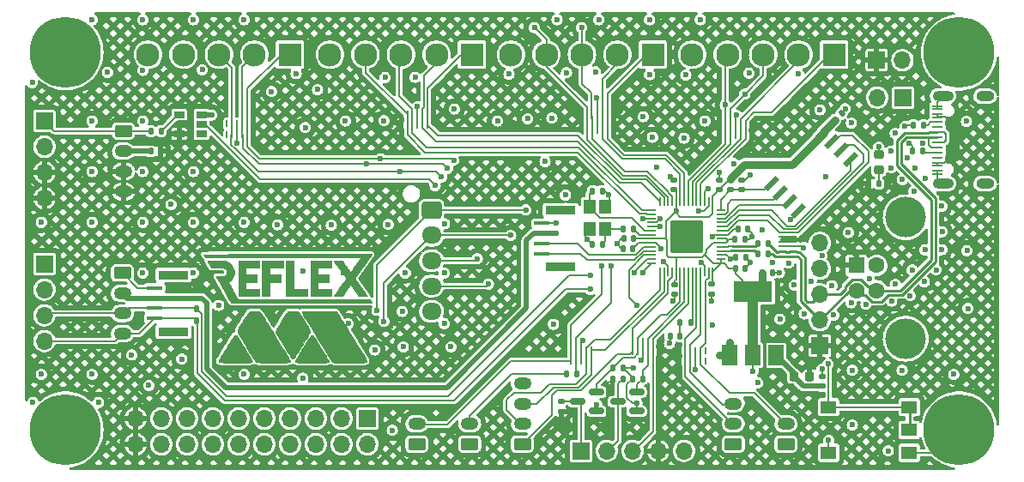
<source format=gbr>
%TF.GenerationSoftware,KiCad,Pcbnew,(7.0.0-0)*%
%TF.CreationDate,2023-06-11T14:21:35-06:00*%
%TF.ProjectId,ReflexFightingBoard,5265666c-6578-4466-9967-6874696e6742,rev?*%
%TF.SameCoordinates,Original*%
%TF.FileFunction,Copper,L1,Top*%
%TF.FilePolarity,Positive*%
%FSLAX46Y46*%
G04 Gerber Fmt 4.6, Leading zero omitted, Abs format (unit mm)*
G04 Created by KiCad (PCBNEW (7.0.0-0)) date 2023-06-11 14:21:35*
%MOMM*%
%LPD*%
G01*
G04 APERTURE LIST*
G04 Aperture macros list*
%AMRoundRect*
0 Rectangle with rounded corners*
0 $1 Rounding radius*
0 $2 $3 $4 $5 $6 $7 $8 $9 X,Y pos of 4 corners*
0 Add a 4 corners polygon primitive as box body*
4,1,4,$2,$3,$4,$5,$6,$7,$8,$9,$2,$3,0*
0 Add four circle primitives for the rounded corners*
1,1,$1+$1,$2,$3*
1,1,$1+$1,$4,$5*
1,1,$1+$1,$6,$7*
1,1,$1+$1,$8,$9*
0 Add four rect primitives between the rounded corners*
20,1,$1+$1,$2,$3,$4,$5,0*
20,1,$1+$1,$4,$5,$6,$7,0*
20,1,$1+$1,$6,$7,$8,$9,0*
20,1,$1+$1,$8,$9,$2,$3,0*%
%AMRotRect*
0 Rectangle, with rotation*
0 The origin of the aperture is its center*
0 $1 length*
0 $2 width*
0 $3 Rotation angle, in degrees counterclockwise*
0 Add horizontal line*
21,1,$1,$2,0,0,$3*%
G04 Aperture macros list end*
%TA.AperFunction,EtchedComponent*%
%ADD10C,0.010000*%
%TD*%
%TA.AperFunction,SMDPad,CuDef*%
%ADD11RoundRect,0.135000X0.135000X0.185000X-0.135000X0.185000X-0.135000X-0.185000X0.135000X-0.185000X0*%
%TD*%
%TA.AperFunction,SMDPad,CuDef*%
%ADD12R,1.060000X0.650000*%
%TD*%
%TA.AperFunction,SMDPad,CuDef*%
%ADD13RoundRect,0.140000X-0.140000X-0.170000X0.140000X-0.170000X0.140000X0.170000X-0.140000X0.170000X0*%
%TD*%
%TA.AperFunction,ComponentPad*%
%ADD14R,1.700000X1.700000*%
%TD*%
%TA.AperFunction,ComponentPad*%
%ADD15O,1.700000X1.700000*%
%TD*%
%TA.AperFunction,ComponentPad*%
%ADD16RoundRect,0.249999X-0.625001X0.350001X-0.625001X-0.350001X0.625001X-0.350001X0.625001X0.350001X0*%
%TD*%
%TA.AperFunction,ComponentPad*%
%ADD17O,1.750000X1.200000*%
%TD*%
%TA.AperFunction,ComponentPad*%
%ADD18RoundRect,0.250000X0.625000X-0.350000X0.625000X0.350000X-0.625000X0.350000X-0.625000X-0.350000X0*%
%TD*%
%TA.AperFunction,ComponentPad*%
%ADD19R,2.300000X2.300000*%
%TD*%
%TA.AperFunction,ComponentPad*%
%ADD20C,2.300000*%
%TD*%
%TA.AperFunction,ComponentPad*%
%ADD21C,7.000000*%
%TD*%
%TA.AperFunction,SMDPad,CuDef*%
%ADD22R,3.000000X0.900000*%
%TD*%
%TA.AperFunction,SMDPad,CuDef*%
%ADD23R,1.600000X0.400000*%
%TD*%
%TA.AperFunction,SMDPad,CuDef*%
%ADD24RoundRect,0.140000X0.140000X0.170000X-0.140000X0.170000X-0.140000X-0.170000X0.140000X-0.170000X0*%
%TD*%
%TA.AperFunction,SMDPad,CuDef*%
%ADD25O,0.200000X0.700000*%
%TD*%
%TA.AperFunction,SMDPad,CuDef*%
%ADD26RoundRect,0.135000X-0.185000X0.135000X-0.185000X-0.135000X0.185000X-0.135000X0.185000X0.135000X0*%
%TD*%
%TA.AperFunction,SMDPad,CuDef*%
%ADD27RoundRect,0.135000X0.185000X-0.135000X0.185000X0.135000X-0.185000X0.135000X-0.185000X-0.135000X0*%
%TD*%
%TA.AperFunction,SMDPad,CuDef*%
%ADD28RoundRect,0.140000X-0.170000X0.140000X-0.170000X-0.140000X0.170000X-0.140000X0.170000X0.140000X0*%
%TD*%
%TA.AperFunction,SMDPad,CuDef*%
%ADD29RoundRect,0.135000X-0.135000X-0.185000X0.135000X-0.185000X0.135000X0.185000X-0.135000X0.185000X0*%
%TD*%
%TA.AperFunction,ComponentPad*%
%ADD30R,1.600000X1.600000*%
%TD*%
%TA.AperFunction,ComponentPad*%
%ADD31C,1.600000*%
%TD*%
%TA.AperFunction,ComponentPad*%
%ADD32C,4.000000*%
%TD*%
%TA.AperFunction,SMDPad,CuDef*%
%ADD33RoundRect,0.147500X-0.147500X-0.172500X0.147500X-0.172500X0.147500X0.172500X-0.147500X0.172500X0*%
%TD*%
%TA.AperFunction,SMDPad,CuDef*%
%ADD34R,1.500000X2.000000*%
%TD*%
%TA.AperFunction,SMDPad,CuDef*%
%ADD35R,3.800000X2.000000*%
%TD*%
%TA.AperFunction,SMDPad,CuDef*%
%ADD36RotRect,1.610000X0.580000X45.000000*%
%TD*%
%TA.AperFunction,SMDPad,CuDef*%
%ADD37RoundRect,0.150000X0.587500X0.150000X-0.587500X0.150000X-0.587500X-0.150000X0.587500X-0.150000X0*%
%TD*%
%TA.AperFunction,SMDPad,CuDef*%
%ADD38RoundRect,0.050000X-0.050000X0.387500X-0.050000X-0.387500X0.050000X-0.387500X0.050000X0.387500X0*%
%TD*%
%TA.AperFunction,SMDPad,CuDef*%
%ADD39RoundRect,0.050000X-0.387500X0.050000X-0.387500X-0.050000X0.387500X-0.050000X0.387500X0.050000X0*%
%TD*%
%TA.AperFunction,ComponentPad*%
%ADD40C,0.600000*%
%TD*%
%TA.AperFunction,SMDPad,CuDef*%
%ADD41RoundRect,0.144000X-1.456000X1.456000X-1.456000X-1.456000X1.456000X-1.456000X1.456000X1.456000X0*%
%TD*%
%TA.AperFunction,SMDPad,CuDef*%
%ADD42RoundRect,0.140000X0.170000X-0.140000X0.170000X0.140000X-0.170000X0.140000X-0.170000X-0.140000X0*%
%TD*%
%TA.AperFunction,SMDPad,CuDef*%
%ADD43R,1.150000X1.400000*%
%TD*%
%TA.AperFunction,SMDPad,CuDef*%
%ADD44RoundRect,0.218750X-0.218750X-0.256250X0.218750X-0.256250X0.218750X0.256250X-0.218750X0.256250X0*%
%TD*%
%TA.AperFunction,SMDPad,CuDef*%
%ADD45RoundRect,0.218750X-0.256250X0.218750X-0.256250X-0.218750X0.256250X-0.218750X0.256250X0.218750X0*%
%TD*%
%TA.AperFunction,SMDPad,CuDef*%
%ADD46R,1.550000X1.300000*%
%TD*%
%TA.AperFunction,SMDPad,CuDef*%
%ADD47RoundRect,0.140000X0.021213X-0.219203X0.219203X-0.021213X-0.021213X0.219203X-0.219203X0.021213X0*%
%TD*%
%TA.AperFunction,ComponentPad*%
%ADD48RoundRect,0.250000X-0.725000X0.600000X-0.725000X-0.600000X0.725000X-0.600000X0.725000X0.600000X0*%
%TD*%
%TA.AperFunction,ComponentPad*%
%ADD49O,1.950000X1.700000*%
%TD*%
%TA.AperFunction,SMDPad,CuDef*%
%ADD50R,1.100000X0.225000*%
%TD*%
%TA.AperFunction,ComponentPad*%
%ADD51O,2.100000X1.000000*%
%TD*%
%TA.AperFunction,ComponentPad*%
%ADD52O,1.800000X1.000000*%
%TD*%
%TA.AperFunction,SMDPad,CuDef*%
%ADD53O,0.700000X0.200000*%
%TD*%
%TA.AperFunction,ViaPad*%
%ADD54C,0.600000*%
%TD*%
%TA.AperFunction,Conductor*%
%ADD55C,0.150000*%
%TD*%
%TA.AperFunction,Conductor*%
%ADD56C,0.200000*%
%TD*%
%TA.AperFunction,Conductor*%
%ADD57C,0.500000*%
%TD*%
%TA.AperFunction,Conductor*%
%ADD58C,0.750000*%
%TD*%
%TA.AperFunction,Conductor*%
%ADD59C,0.250000*%
%TD*%
%TA.AperFunction,Conductor*%
%ADD60C,1.000000*%
%TD*%
%TA.AperFunction,Conductor*%
%ADD61C,0.400000*%
%TD*%
G04 APERTURE END LIST*
%TO.C,Ref\u002A\u002A*%
G36*
X121990812Y-103776614D02*
G01*
X122173370Y-103777559D01*
X122251970Y-103778220D01*
X123116900Y-103786296D01*
X123258123Y-103841995D01*
X123447628Y-103931880D01*
X123605150Y-104041421D01*
X123738835Y-104176801D01*
X123794117Y-104248822D01*
X123902302Y-104436123D01*
X123972252Y-104639182D01*
X124002802Y-104853315D01*
X123994988Y-105057060D01*
X123955103Y-105236795D01*
X123883499Y-105412359D01*
X123785709Y-105574863D01*
X123667265Y-105715423D01*
X123533701Y-105825153D01*
X123505996Y-105842420D01*
X123464558Y-105870644D01*
X123445177Y-105891226D01*
X123444983Y-105892460D01*
X123454743Y-105915308D01*
X123481359Y-105967392D01*
X123520828Y-106041105D01*
X123569152Y-106128843D01*
X123571983Y-106133917D01*
X123620630Y-106221902D01*
X123660664Y-106295945D01*
X123688099Y-106348553D01*
X123698947Y-106372233D01*
X123698983Y-106372566D01*
X123708811Y-106394762D01*
X123735068Y-106444510D01*
X123772914Y-106512762D01*
X123790997Y-106544587D01*
X123841881Y-106635035D01*
X123902843Y-106745637D01*
X123964352Y-106859027D01*
X123995386Y-106917084D01*
X124050706Y-107020538D01*
X124108383Y-107127169D01*
X124159972Y-107221418D01*
X124184930Y-107266334D01*
X124224580Y-107338500D01*
X124256722Y-107399693D01*
X124274885Y-107437561D01*
X124275592Y-107439347D01*
X124294684Y-107478034D01*
X124327252Y-107534639D01*
X124343549Y-107561056D01*
X124398014Y-107647334D01*
X137408849Y-107647334D01*
X137496583Y-107772406D01*
X137539775Y-107836993D01*
X137571098Y-107889577D01*
X137584239Y-107919495D01*
X137584316Y-107920573D01*
X137563468Y-107922346D01*
X137502195Y-107924057D01*
X137402407Y-107925706D01*
X137266014Y-107927292D01*
X137094923Y-107928813D01*
X136891045Y-107930270D01*
X136656289Y-107931660D01*
X136392563Y-107932984D01*
X136101776Y-107934239D01*
X135785838Y-107935425D01*
X135446659Y-107936542D01*
X135086146Y-107937588D01*
X134706210Y-107938562D01*
X134308758Y-107939463D01*
X133895702Y-107940291D01*
X133468948Y-107941043D01*
X133030408Y-107941721D01*
X132581989Y-107942322D01*
X132125601Y-107942845D01*
X131663153Y-107943290D01*
X131196554Y-107943656D01*
X130727713Y-107943941D01*
X130258540Y-107944145D01*
X129790943Y-107944267D01*
X129326832Y-107944305D01*
X128868115Y-107944260D01*
X128416703Y-107944129D01*
X127974503Y-107943913D01*
X127543426Y-107943609D01*
X127125379Y-107943218D01*
X126722274Y-107942738D01*
X126336017Y-107942168D01*
X125968519Y-107941507D01*
X125621689Y-107940754D01*
X125297435Y-107939909D01*
X124997668Y-107938970D01*
X124724296Y-107937937D01*
X124479227Y-107936808D01*
X124264372Y-107935583D01*
X124081640Y-107934261D01*
X123932939Y-107932840D01*
X123820179Y-107931319D01*
X123745268Y-107929699D01*
X123710117Y-107927977D01*
X123707645Y-107927468D01*
X123694344Y-107907419D01*
X123662364Y-107854110D01*
X123613772Y-107771180D01*
X123550636Y-107662270D01*
X123475020Y-107531022D01*
X123388993Y-107381075D01*
X123294620Y-107216071D01*
X123193968Y-107039651D01*
X123089105Y-106855455D01*
X122982096Y-106667123D01*
X122875008Y-106478297D01*
X122769908Y-106292618D01*
X122668863Y-106113726D01*
X122573939Y-105945262D01*
X122487203Y-105790866D01*
X122410721Y-105654180D01*
X122346560Y-105538844D01*
X122296787Y-105448499D01*
X122263469Y-105386786D01*
X122248671Y-105357345D01*
X122248533Y-105356992D01*
X122247425Y-105344820D01*
X122258257Y-105335637D01*
X122286311Y-105328875D01*
X122336872Y-105323966D01*
X122415219Y-105320343D01*
X122526638Y-105317438D01*
X122635612Y-105315379D01*
X122775140Y-105312799D01*
X122879156Y-105309993D01*
X122954477Y-105306042D01*
X123007919Y-105300024D01*
X123046299Y-105291019D01*
X123076433Y-105278107D01*
X123105137Y-105260367D01*
X123120335Y-105249918D01*
X123211020Y-105163949D01*
X123269894Y-105059357D01*
X123297055Y-104944268D01*
X123292597Y-104826809D01*
X123256618Y-104715105D01*
X123189212Y-104617283D01*
X123112117Y-104554100D01*
X123088385Y-104539954D01*
X123064057Y-104528668D01*
X123034143Y-104519822D01*
X122993653Y-104513002D01*
X122937596Y-104507789D01*
X122860982Y-104503766D01*
X122758820Y-104500516D01*
X122626122Y-104497623D01*
X122457895Y-104494668D01*
X122387106Y-104493500D01*
X121741978Y-104482917D01*
X121548461Y-104144250D01*
X121488032Y-104036130D01*
X121437061Y-103940349D01*
X121398570Y-103862978D01*
X121375581Y-103810085D01*
X121370992Y-103787863D01*
X121394972Y-103784222D01*
X121456738Y-103781221D01*
X121551748Y-103778910D01*
X121675459Y-103777339D01*
X121823328Y-103776557D01*
X121990812Y-103776614D01*
G37*
D10*
X121990812Y-103776614D02*
X122173370Y-103777559D01*
X122251970Y-103778220D01*
X123116900Y-103786296D01*
X123258123Y-103841995D01*
X123447628Y-103931880D01*
X123605150Y-104041421D01*
X123738835Y-104176801D01*
X123794117Y-104248822D01*
X123902302Y-104436123D01*
X123972252Y-104639182D01*
X124002802Y-104853315D01*
X123994988Y-105057060D01*
X123955103Y-105236795D01*
X123883499Y-105412359D01*
X123785709Y-105574863D01*
X123667265Y-105715423D01*
X123533701Y-105825153D01*
X123505996Y-105842420D01*
X123464558Y-105870644D01*
X123445177Y-105891226D01*
X123444983Y-105892460D01*
X123454743Y-105915308D01*
X123481359Y-105967392D01*
X123520828Y-106041105D01*
X123569152Y-106128843D01*
X123571983Y-106133917D01*
X123620630Y-106221902D01*
X123660664Y-106295945D01*
X123688099Y-106348553D01*
X123698947Y-106372233D01*
X123698983Y-106372566D01*
X123708811Y-106394762D01*
X123735068Y-106444510D01*
X123772914Y-106512762D01*
X123790997Y-106544587D01*
X123841881Y-106635035D01*
X123902843Y-106745637D01*
X123964352Y-106859027D01*
X123995386Y-106917084D01*
X124050706Y-107020538D01*
X124108383Y-107127169D01*
X124159972Y-107221418D01*
X124184930Y-107266334D01*
X124224580Y-107338500D01*
X124256722Y-107399693D01*
X124274885Y-107437561D01*
X124275592Y-107439347D01*
X124294684Y-107478034D01*
X124327252Y-107534639D01*
X124343549Y-107561056D01*
X124398014Y-107647334D01*
X137408849Y-107647334D01*
X137496583Y-107772406D01*
X137539775Y-107836993D01*
X137571098Y-107889577D01*
X137584239Y-107919495D01*
X137584316Y-107920573D01*
X137563468Y-107922346D01*
X137502195Y-107924057D01*
X137402407Y-107925706D01*
X137266014Y-107927292D01*
X137094923Y-107928813D01*
X136891045Y-107930270D01*
X136656289Y-107931660D01*
X136392563Y-107932984D01*
X136101776Y-107934239D01*
X135785838Y-107935425D01*
X135446659Y-107936542D01*
X135086146Y-107937588D01*
X134706210Y-107938562D01*
X134308758Y-107939463D01*
X133895702Y-107940291D01*
X133468948Y-107941043D01*
X133030408Y-107941721D01*
X132581989Y-107942322D01*
X132125601Y-107942845D01*
X131663153Y-107943290D01*
X131196554Y-107943656D01*
X130727713Y-107943941D01*
X130258540Y-107944145D01*
X129790943Y-107944267D01*
X129326832Y-107944305D01*
X128868115Y-107944260D01*
X128416703Y-107944129D01*
X127974503Y-107943913D01*
X127543426Y-107943609D01*
X127125379Y-107943218D01*
X126722274Y-107942738D01*
X126336017Y-107942168D01*
X125968519Y-107941507D01*
X125621689Y-107940754D01*
X125297435Y-107939909D01*
X124997668Y-107938970D01*
X124724296Y-107937937D01*
X124479227Y-107936808D01*
X124264372Y-107935583D01*
X124081640Y-107934261D01*
X123932939Y-107932840D01*
X123820179Y-107931319D01*
X123745268Y-107929699D01*
X123710117Y-107927977D01*
X123707645Y-107927468D01*
X123694344Y-107907419D01*
X123662364Y-107854110D01*
X123613772Y-107771180D01*
X123550636Y-107662270D01*
X123475020Y-107531022D01*
X123388993Y-107381075D01*
X123294620Y-107216071D01*
X123193968Y-107039651D01*
X123089105Y-106855455D01*
X122982096Y-106667123D01*
X122875008Y-106478297D01*
X122769908Y-106292618D01*
X122668863Y-106113726D01*
X122573939Y-105945262D01*
X122487203Y-105790866D01*
X122410721Y-105654180D01*
X122346560Y-105538844D01*
X122296787Y-105448499D01*
X122263469Y-105386786D01*
X122248671Y-105357345D01*
X122248533Y-105356992D01*
X122247425Y-105344820D01*
X122258257Y-105335637D01*
X122286311Y-105328875D01*
X122336872Y-105323966D01*
X122415219Y-105320343D01*
X122526638Y-105317438D01*
X122635612Y-105315379D01*
X122775140Y-105312799D01*
X122879156Y-105309993D01*
X122954477Y-105306042D01*
X123007919Y-105300024D01*
X123046299Y-105291019D01*
X123076433Y-105278107D01*
X123105137Y-105260367D01*
X123120335Y-105249918D01*
X123211020Y-105163949D01*
X123269894Y-105059357D01*
X123297055Y-104944268D01*
X123292597Y-104826809D01*
X123256618Y-104715105D01*
X123189212Y-104617283D01*
X123112117Y-104554100D01*
X123088385Y-104539954D01*
X123064057Y-104528668D01*
X123034143Y-104519822D01*
X122993653Y-104513002D01*
X122937596Y-104507789D01*
X122860982Y-104503766D01*
X122758820Y-104500516D01*
X122626122Y-104497623D01*
X122457895Y-104494668D01*
X122387106Y-104493500D01*
X121741978Y-104482917D01*
X121548461Y-104144250D01*
X121488032Y-104036130D01*
X121437061Y-103940349D01*
X121398570Y-103862978D01*
X121375581Y-103810085D01*
X121370992Y-103787863D01*
X121394972Y-103784222D01*
X121456738Y-103781221D01*
X121551748Y-103778910D01*
X121675459Y-103777339D01*
X121823328Y-103776557D01*
X121990812Y-103776614D01*
G36*
X125439941Y-103778922D02*
G01*
X126461233Y-103784417D01*
X126461233Y-104482917D01*
X125788668Y-104488507D01*
X125116104Y-104494096D01*
X125121918Y-104837757D01*
X125127733Y-105181417D01*
X126238983Y-105192703D01*
X126238983Y-105889797D01*
X125683358Y-105895440D01*
X125127733Y-105901084D01*
X125127733Y-106578417D01*
X125794483Y-106589000D01*
X126461233Y-106599584D01*
X126461233Y-107298084D01*
X125439941Y-107303578D01*
X124418650Y-107309073D01*
X124418650Y-103773427D01*
X125439941Y-103778922D01*
G37*
X125439941Y-103778922D02*
X126461233Y-103784417D01*
X126461233Y-104482917D01*
X125788668Y-104488507D01*
X125116104Y-104494096D01*
X125121918Y-104837757D01*
X125127733Y-105181417D01*
X126238983Y-105192703D01*
X126238983Y-105889797D01*
X125683358Y-105895440D01*
X125127733Y-105901084D01*
X125127733Y-106578417D01*
X125794483Y-106589000D01*
X126461233Y-106599584D01*
X126461233Y-107298084D01*
X125439941Y-107303578D01*
X124418650Y-107309073D01*
X124418650Y-103773427D01*
X125439941Y-103778922D01*
G36*
X128831900Y-103784417D02*
G01*
X128831900Y-104482917D01*
X127466650Y-104494087D01*
X127466650Y-105192000D01*
X128609650Y-105192000D01*
X128609650Y-105890500D01*
X127466650Y-105890500D01*
X127466650Y-107308667D01*
X126768150Y-107308667D01*
X126768150Y-103773431D01*
X128831900Y-103784417D01*
G37*
X128831900Y-103784417D02*
X128831900Y-104482917D01*
X127466650Y-104494087D01*
X127466650Y-105192000D01*
X128609650Y-105192000D01*
X128609650Y-105890500D01*
X127466650Y-105890500D01*
X127466650Y-107308667D01*
X126768150Y-107308667D01*
X126768150Y-103773431D01*
X128831900Y-103784417D01*
G36*
X129837316Y-106589000D02*
G01*
X131255483Y-106589000D01*
X131255483Y-107308667D01*
X129138816Y-107308667D01*
X129138816Y-103773834D01*
X129837316Y-103773834D01*
X129837316Y-106589000D01*
G37*
X129837316Y-106589000D02*
X131255483Y-106589000D01*
X131255483Y-107308667D01*
X129138816Y-107308667D01*
X129138816Y-103773834D01*
X129837316Y-103773834D01*
X129837316Y-106589000D01*
G36*
X133604983Y-104493500D02*
G01*
X132271483Y-104493500D01*
X132271483Y-105192000D01*
X133372150Y-105192000D01*
X133372150Y-105890500D01*
X132271483Y-105890500D01*
X132271483Y-106589000D01*
X133604983Y-106589000D01*
X133604983Y-107308667D01*
X132588319Y-107308667D01*
X132343765Y-107308439D01*
X132138628Y-107307704D01*
X131969993Y-107306387D01*
X131834945Y-107304413D01*
X131730570Y-107301707D01*
X131653954Y-107298195D01*
X131602181Y-107293800D01*
X131572337Y-107288447D01*
X131561559Y-107282209D01*
X131560069Y-107257418D01*
X131558777Y-107193488D01*
X131557689Y-107093611D01*
X131556815Y-106960982D01*
X131556164Y-106798792D01*
X131555743Y-106610237D01*
X131555562Y-106398508D01*
X131555627Y-106166799D01*
X131555949Y-105918304D01*
X131556535Y-105656215D01*
X131556932Y-105520084D01*
X131562400Y-103784417D01*
X132583691Y-103778922D01*
X133604983Y-103773427D01*
X133604983Y-104493500D01*
G37*
X133604983Y-104493500D02*
X132271483Y-104493500D01*
X132271483Y-105192000D01*
X133372150Y-105192000D01*
X133372150Y-105890500D01*
X132271483Y-105890500D01*
X132271483Y-106589000D01*
X133604983Y-106589000D01*
X133604983Y-107308667D01*
X132588319Y-107308667D01*
X132343765Y-107308439D01*
X132138628Y-107307704D01*
X131969993Y-107306387D01*
X131834945Y-107304413D01*
X131730570Y-107301707D01*
X131653954Y-107298195D01*
X131602181Y-107293800D01*
X131572337Y-107288447D01*
X131561559Y-107282209D01*
X131560069Y-107257418D01*
X131558777Y-107193488D01*
X131557689Y-107093611D01*
X131556815Y-106960982D01*
X131556164Y-106798792D01*
X131555743Y-106610237D01*
X131555562Y-106398508D01*
X131555627Y-106166799D01*
X131555949Y-105918304D01*
X131556535Y-105656215D01*
X131556932Y-105520084D01*
X131562400Y-103784417D01*
X132583691Y-103778922D01*
X133604983Y-103773427D01*
X133604983Y-104493500D01*
G36*
X137552011Y-103218209D02*
G01*
X137522670Y-103262244D01*
X137472824Y-103334946D01*
X137406536Y-103430509D01*
X137327873Y-103543126D01*
X137240899Y-103666994D01*
X137149681Y-103796304D01*
X137058282Y-103925252D01*
X136980837Y-104033947D01*
X136898706Y-104149411D01*
X136806595Y-104279732D01*
X136716771Y-104407518D01*
X136652754Y-104499174D01*
X136581734Y-104600675D01*
X136495330Y-104723225D01*
X136402937Y-104853548D01*
X136313952Y-104978369D01*
X136285739Y-105017758D01*
X136171466Y-105177890D01*
X136081247Y-105306229D01*
X136013704Y-105404825D01*
X135967458Y-105475725D01*
X135941131Y-105520981D01*
X135933316Y-105541974D01*
X135946028Y-105569198D01*
X135983994Y-105629833D01*
X136046960Y-105723503D01*
X136134670Y-105849833D01*
X136246870Y-106008449D01*
X136324371Y-106116913D01*
X136394195Y-106214546D01*
X136473786Y-106326187D01*
X136558894Y-106445836D01*
X136645268Y-106567497D01*
X136728659Y-106685172D01*
X136804816Y-106792862D01*
X136869490Y-106884571D01*
X136918431Y-106954301D01*
X136947388Y-106996053D01*
X136948743Y-106998047D01*
X136977779Y-107039707D01*
X137021266Y-107100768D01*
X137059868Y-107154305D01*
X137101306Y-107214652D01*
X137130201Y-107262879D01*
X137139816Y-107286596D01*
X137118773Y-107295322D01*
X137056031Y-107301889D01*
X136952173Y-107306268D01*
X136807778Y-107308428D01*
X136727891Y-107308667D01*
X136584682Y-107309201D01*
X136476525Y-107308734D01*
X136396189Y-107304165D01*
X136336445Y-107292393D01*
X136290063Y-107270314D01*
X136249813Y-107234827D01*
X136208465Y-107182830D01*
X136158790Y-107111221D01*
X136113233Y-107044950D01*
X136035007Y-106933129D01*
X135950483Y-106813218D01*
X135863456Y-106690505D01*
X135777718Y-106570277D01*
X135697063Y-106457823D01*
X135625285Y-106358430D01*
X135566177Y-106277386D01*
X135523533Y-106219979D01*
X135501145Y-106191496D01*
X135500353Y-106190636D01*
X135481559Y-106181322D01*
X135457980Y-106195726D01*
X135423323Y-106239080D01*
X135398500Y-106275303D01*
X135358062Y-106334677D01*
X135300046Y-106418361D01*
X135231513Y-106516238D01*
X135159522Y-106618191D01*
X135142674Y-106641917D01*
X135064953Y-106751465D01*
X134983179Y-106867107D01*
X134906581Y-106975772D01*
X134844385Y-107064390D01*
X134839162Y-107071862D01*
X134784186Y-107149629D01*
X134735752Y-107216480D01*
X134700537Y-107263283D01*
X134688263Y-107278237D01*
X134670401Y-107289164D01*
X134636189Y-107297257D01*
X134580312Y-107302885D01*
X134497453Y-107306416D01*
X134382298Y-107308218D01*
X134249054Y-107308667D01*
X134091642Y-107307755D01*
X133974183Y-107304930D01*
X133894331Y-107300055D01*
X133849745Y-107292998D01*
X133837816Y-107284982D01*
X133849468Y-107260136D01*
X133881537Y-107207642D01*
X133929694Y-107134200D01*
X133989612Y-107046509D01*
X134019019Y-107004524D01*
X134082524Y-106914511D01*
X134164611Y-106798123D01*
X134259477Y-106663589D01*
X134361320Y-106519139D01*
X134464337Y-106373003D01*
X134535881Y-106271500D01*
X134629279Y-106139013D01*
X134719407Y-106011222D01*
X134801970Y-105894212D01*
X134872675Y-105794065D01*
X134927229Y-105716865D01*
X134959387Y-105671444D01*
X135001051Y-105607396D01*
X135028367Y-105554864D01*
X135035883Y-105524470D01*
X135035448Y-105523277D01*
X135018154Y-105495505D01*
X134982748Y-105443484D01*
X134936049Y-105377179D01*
X134922864Y-105358780D01*
X134859851Y-105270757D01*
X134779302Y-105157616D01*
X134687977Y-105028908D01*
X134592638Y-104894182D01*
X134500045Y-104762988D01*
X134416959Y-104644876D01*
X134370222Y-104578167D01*
X134313495Y-104497610D01*
X134243659Y-104399305D01*
X134172466Y-104299768D01*
X134144337Y-104260667D01*
X134039572Y-104114583D01*
X133953042Y-103992308D01*
X133886337Y-103896150D01*
X133841049Y-103828411D01*
X133818766Y-103791399D01*
X133816650Y-103785631D01*
X133836758Y-103782039D01*
X133892851Y-103778888D01*
X133978581Y-103776355D01*
X134087600Y-103774618D01*
X134213561Y-103773854D01*
X134238471Y-103773834D01*
X134388632Y-103774390D01*
X134501725Y-103776295D01*
X134583003Y-103779904D01*
X134637721Y-103785574D01*
X134671132Y-103793658D01*
X134688263Y-103804264D01*
X134711916Y-103834033D01*
X134752932Y-103889516D01*
X134804634Y-103961583D01*
X134839162Y-104010639D01*
X134899349Y-104096448D01*
X134974890Y-104203651D01*
X135056557Y-104319179D01*
X135135122Y-104429959D01*
X135142674Y-104440584D01*
X135214329Y-104541841D01*
X135284089Y-104641253D01*
X135344939Y-104728767D01*
X135389860Y-104794327D01*
X135397512Y-104805709D01*
X135446141Y-104874252D01*
X135479201Y-104908707D01*
X135501158Y-104912276D01*
X135515651Y-104890375D01*
X135530766Y-104865243D01*
X135566425Y-104811813D01*
X135618455Y-104736159D01*
X135682686Y-104644354D01*
X135745458Y-104555775D01*
X135826046Y-104442441D01*
X135906940Y-104328222D01*
X135981285Y-104222831D01*
X136042224Y-104135977D01*
X136070900Y-104094785D01*
X136126131Y-104015541D01*
X136196614Y-103915166D01*
X136272981Y-103806968D01*
X136340775Y-103711406D01*
X136401236Y-103625571D01*
X136451652Y-103552340D01*
X136487477Y-103498446D01*
X136504164Y-103470617D01*
X136504816Y-103468605D01*
X136483898Y-103467695D01*
X136422136Y-103466802D01*
X136321021Y-103465927D01*
X136182042Y-103465072D01*
X136006690Y-103464241D01*
X135796454Y-103463435D01*
X135552824Y-103462657D01*
X135277291Y-103461909D01*
X134971343Y-103461194D01*
X134636472Y-103460515D01*
X134274166Y-103459874D01*
X133885917Y-103459272D01*
X133473214Y-103458714D01*
X133037546Y-103458200D01*
X132580404Y-103457734D01*
X132103278Y-103457319D01*
X131607657Y-103456955D01*
X131095032Y-103456647D01*
X130566892Y-103456396D01*
X130024728Y-103456205D01*
X129470029Y-103456076D01*
X128904285Y-103456012D01*
X128847775Y-103456009D01*
X128280762Y-103455943D01*
X127724529Y-103455794D01*
X127180572Y-103455565D01*
X126650386Y-103455260D01*
X126135468Y-103454882D01*
X125637313Y-103454434D01*
X125157418Y-103453919D01*
X124697278Y-103453339D01*
X124258391Y-103452699D01*
X123842251Y-103452001D01*
X123450355Y-103451248D01*
X123084199Y-103450444D01*
X122745280Y-103449591D01*
X122435092Y-103448692D01*
X122155132Y-103447752D01*
X121906897Y-103446772D01*
X121691882Y-103445755D01*
X121511583Y-103444706D01*
X121367497Y-103443627D01*
X121261119Y-103442521D01*
X121193946Y-103441391D01*
X121167473Y-103440240D01*
X121167136Y-103440134D01*
X121146298Y-103415485D01*
X121113676Y-103366302D01*
X121076562Y-103304994D01*
X121042248Y-103243970D01*
X121018029Y-103195639D01*
X121010816Y-103174164D01*
X121031744Y-103173156D01*
X121093574Y-103172166D01*
X121194872Y-103171198D01*
X121334208Y-103170253D01*
X121510150Y-103169334D01*
X121721264Y-103168443D01*
X121966120Y-103167583D01*
X122243286Y-103166756D01*
X122551329Y-103165965D01*
X122888817Y-103165211D01*
X123254318Y-103164499D01*
X123646401Y-103163829D01*
X124063634Y-103163205D01*
X124504584Y-103162629D01*
X124967819Y-103162103D01*
X125451907Y-103161629D01*
X125955417Y-103161211D01*
X126476917Y-103160851D01*
X127014974Y-103160551D01*
X127568156Y-103160313D01*
X128135032Y-103160141D01*
X128714169Y-103160035D01*
X129300001Y-103160000D01*
X137589185Y-103160000D01*
X137552011Y-103218209D01*
G37*
X137552011Y-103218209D02*
X137522670Y-103262244D01*
X137472824Y-103334946D01*
X137406536Y-103430509D01*
X137327873Y-103543126D01*
X137240899Y-103666994D01*
X137149681Y-103796304D01*
X137058282Y-103925252D01*
X136980837Y-104033947D01*
X136898706Y-104149411D01*
X136806595Y-104279732D01*
X136716771Y-104407518D01*
X136652754Y-104499174D01*
X136581734Y-104600675D01*
X136495330Y-104723225D01*
X136402937Y-104853548D01*
X136313952Y-104978369D01*
X136285739Y-105017758D01*
X136171466Y-105177890D01*
X136081247Y-105306229D01*
X136013704Y-105404825D01*
X135967458Y-105475725D01*
X135941131Y-105520981D01*
X135933316Y-105541974D01*
X135946028Y-105569198D01*
X135983994Y-105629833D01*
X136046960Y-105723503D01*
X136134670Y-105849833D01*
X136246870Y-106008449D01*
X136324371Y-106116913D01*
X136394195Y-106214546D01*
X136473786Y-106326187D01*
X136558894Y-106445836D01*
X136645268Y-106567497D01*
X136728659Y-106685172D01*
X136804816Y-106792862D01*
X136869490Y-106884571D01*
X136918431Y-106954301D01*
X136947388Y-106996053D01*
X136948743Y-106998047D01*
X136977779Y-107039707D01*
X137021266Y-107100768D01*
X137059868Y-107154305D01*
X137101306Y-107214652D01*
X137130201Y-107262879D01*
X137139816Y-107286596D01*
X137118773Y-107295322D01*
X137056031Y-107301889D01*
X136952173Y-107306268D01*
X136807778Y-107308428D01*
X136727891Y-107308667D01*
X136584682Y-107309201D01*
X136476525Y-107308734D01*
X136396189Y-107304165D01*
X136336445Y-107292393D01*
X136290063Y-107270314D01*
X136249813Y-107234827D01*
X136208465Y-107182830D01*
X136158790Y-107111221D01*
X136113233Y-107044950D01*
X136035007Y-106933129D01*
X135950483Y-106813218D01*
X135863456Y-106690505D01*
X135777718Y-106570277D01*
X135697063Y-106457823D01*
X135625285Y-106358430D01*
X135566177Y-106277386D01*
X135523533Y-106219979D01*
X135501145Y-106191496D01*
X135500353Y-106190636D01*
X135481559Y-106181322D01*
X135457980Y-106195726D01*
X135423323Y-106239080D01*
X135398500Y-106275303D01*
X135358062Y-106334677D01*
X135300046Y-106418361D01*
X135231513Y-106516238D01*
X135159522Y-106618191D01*
X135142674Y-106641917D01*
X135064953Y-106751465D01*
X134983179Y-106867107D01*
X134906581Y-106975772D01*
X134844385Y-107064390D01*
X134839162Y-107071862D01*
X134784186Y-107149629D01*
X134735752Y-107216480D01*
X134700537Y-107263283D01*
X134688263Y-107278237D01*
X134670401Y-107289164D01*
X134636189Y-107297257D01*
X134580312Y-107302885D01*
X134497453Y-107306416D01*
X134382298Y-107308218D01*
X134249054Y-107308667D01*
X134091642Y-107307755D01*
X133974183Y-107304930D01*
X133894331Y-107300055D01*
X133849745Y-107292998D01*
X133837816Y-107284982D01*
X133849468Y-107260136D01*
X133881537Y-107207642D01*
X133929694Y-107134200D01*
X133989612Y-107046509D01*
X134019019Y-107004524D01*
X134082524Y-106914511D01*
X134164611Y-106798123D01*
X134259477Y-106663589D01*
X134361320Y-106519139D01*
X134464337Y-106373003D01*
X134535881Y-106271500D01*
X134629279Y-106139013D01*
X134719407Y-106011222D01*
X134801970Y-105894212D01*
X134872675Y-105794065D01*
X134927229Y-105716865D01*
X134959387Y-105671444D01*
X135001051Y-105607396D01*
X135028367Y-105554864D01*
X135035883Y-105524470D01*
X135035448Y-105523277D01*
X135018154Y-105495505D01*
X134982748Y-105443484D01*
X134936049Y-105377179D01*
X134922864Y-105358780D01*
X134859851Y-105270757D01*
X134779302Y-105157616D01*
X134687977Y-105028908D01*
X134592638Y-104894182D01*
X134500045Y-104762988D01*
X134416959Y-104644876D01*
X134370222Y-104578167D01*
X134313495Y-104497610D01*
X134243659Y-104399305D01*
X134172466Y-104299768D01*
X134144337Y-104260667D01*
X134039572Y-104114583D01*
X133953042Y-103992308D01*
X133886337Y-103896150D01*
X133841049Y-103828411D01*
X133818766Y-103791399D01*
X133816650Y-103785631D01*
X133836758Y-103782039D01*
X133892851Y-103778888D01*
X133978581Y-103776355D01*
X134087600Y-103774618D01*
X134213561Y-103773854D01*
X134238471Y-103773834D01*
X134388632Y-103774390D01*
X134501725Y-103776295D01*
X134583003Y-103779904D01*
X134637721Y-103785574D01*
X134671132Y-103793658D01*
X134688263Y-103804264D01*
X134711916Y-103834033D01*
X134752932Y-103889516D01*
X134804634Y-103961583D01*
X134839162Y-104010639D01*
X134899349Y-104096448D01*
X134974890Y-104203651D01*
X135056557Y-104319179D01*
X135135122Y-104429959D01*
X135142674Y-104440584D01*
X135214329Y-104541841D01*
X135284089Y-104641253D01*
X135344939Y-104728767D01*
X135389860Y-104794327D01*
X135397512Y-104805709D01*
X135446141Y-104874252D01*
X135479201Y-104908707D01*
X135501158Y-104912276D01*
X135515651Y-104890375D01*
X135530766Y-104865243D01*
X135566425Y-104811813D01*
X135618455Y-104736159D01*
X135682686Y-104644354D01*
X135745458Y-104555775D01*
X135826046Y-104442441D01*
X135906940Y-104328222D01*
X135981285Y-104222831D01*
X136042224Y-104135977D01*
X136070900Y-104094785D01*
X136126131Y-104015541D01*
X136196614Y-103915166D01*
X136272981Y-103806968D01*
X136340775Y-103711406D01*
X136401236Y-103625571D01*
X136451652Y-103552340D01*
X136487477Y-103498446D01*
X136504164Y-103470617D01*
X136504816Y-103468605D01*
X136483898Y-103467695D01*
X136422136Y-103466802D01*
X136321021Y-103465927D01*
X136182042Y-103465072D01*
X136006690Y-103464241D01*
X135796454Y-103463435D01*
X135552824Y-103462657D01*
X135277291Y-103461909D01*
X134971343Y-103461194D01*
X134636472Y-103460515D01*
X134274166Y-103459874D01*
X133885917Y-103459272D01*
X133473214Y-103458714D01*
X133037546Y-103458200D01*
X132580404Y-103457734D01*
X132103278Y-103457319D01*
X131607657Y-103456955D01*
X131095032Y-103456647D01*
X130566892Y-103456396D01*
X130024728Y-103456205D01*
X129470029Y-103456076D01*
X128904285Y-103456012D01*
X128847775Y-103456009D01*
X128280762Y-103455943D01*
X127724529Y-103455794D01*
X127180572Y-103455565D01*
X126650386Y-103455260D01*
X126135468Y-103454882D01*
X125637313Y-103454434D01*
X125157418Y-103453919D01*
X124697278Y-103453339D01*
X124258391Y-103452699D01*
X123842251Y-103452001D01*
X123450355Y-103451248D01*
X123084199Y-103450444D01*
X122745280Y-103449591D01*
X122435092Y-103448692D01*
X122155132Y-103447752D01*
X121906897Y-103446772D01*
X121691882Y-103445755D01*
X121511583Y-103444706D01*
X121367497Y-103443627D01*
X121261119Y-103442521D01*
X121193946Y-103441391D01*
X121167473Y-103440240D01*
X121167136Y-103440134D01*
X121146298Y-103415485D01*
X121113676Y-103366302D01*
X121076562Y-103304994D01*
X121042248Y-103243970D01*
X121018029Y-103195639D01*
X121010816Y-103174164D01*
X121031744Y-103173156D01*
X121093574Y-103172166D01*
X121194872Y-103171198D01*
X121334208Y-103170253D01*
X121510150Y-103169334D01*
X121721264Y-103168443D01*
X121966120Y-103167583D01*
X122243286Y-103166756D01*
X122551329Y-103165965D01*
X122888817Y-103165211D01*
X123254318Y-103164499D01*
X123646401Y-103163829D01*
X124063634Y-103163205D01*
X124504584Y-103162629D01*
X124967819Y-103162103D01*
X125451907Y-103161629D01*
X125955417Y-103161211D01*
X126476917Y-103160851D01*
X127014974Y-103160551D01*
X127568156Y-103160313D01*
X128135032Y-103160141D01*
X128714169Y-103160035D01*
X129300001Y-103160000D01*
X137589185Y-103160000D01*
X137552011Y-103218209D01*
G36*
X124203155Y-111149981D02*
G01*
X124239383Y-111178304D01*
X124258446Y-111204893D01*
X124297247Y-111263922D01*
X124353497Y-111351684D01*
X124424905Y-111464468D01*
X124509181Y-111598566D01*
X124604036Y-111750267D01*
X124707180Y-111915863D01*
X124816322Y-112091644D01*
X124929174Y-112273900D01*
X125043444Y-112458923D01*
X125156843Y-112643003D01*
X125267082Y-112822431D01*
X125371869Y-112993497D01*
X125468916Y-113152492D01*
X125555932Y-113295707D01*
X125630628Y-113419432D01*
X125690713Y-113519958D01*
X125733897Y-113593575D01*
X125757891Y-113636575D01*
X125761262Y-113643541D01*
X125784206Y-113704940D01*
X125786075Y-113744835D01*
X125765492Y-113779193D01*
X125747960Y-113797679D01*
X125739144Y-113805634D01*
X125727779Y-113812523D01*
X125710952Y-113818421D01*
X125685749Y-113823404D01*
X125649256Y-113827546D01*
X125598561Y-113830924D01*
X125530748Y-113833612D01*
X125442906Y-113835686D01*
X125332120Y-113837221D01*
X125195477Y-113838292D01*
X125030063Y-113838974D01*
X124832964Y-113839343D01*
X124601268Y-113839474D01*
X124332061Y-113839442D01*
X124134002Y-113839369D01*
X123797735Y-113838936D01*
X123499543Y-113837933D01*
X123239980Y-113836367D01*
X123019598Y-113834246D01*
X122838952Y-113831579D01*
X122698596Y-113828371D01*
X122599083Y-113824632D01*
X122540967Y-113820369D01*
X122525335Y-113817150D01*
X122495534Y-113775628D01*
X122488294Y-113719561D01*
X122491507Y-113698915D01*
X122502112Y-113668398D01*
X122521558Y-113625506D01*
X122551291Y-113567738D01*
X122592761Y-113492591D01*
X122647415Y-113397563D01*
X122716701Y-113280152D01*
X122802067Y-113137854D01*
X122904960Y-112968168D01*
X123026830Y-112768591D01*
X123169124Y-112536622D01*
X123231756Y-112434738D01*
X123359181Y-112227892D01*
X123480988Y-112030815D01*
X123595228Y-111846616D01*
X123699955Y-111678407D01*
X123793221Y-111529297D01*
X123873077Y-111402396D01*
X123937576Y-111300815D01*
X123984770Y-111227664D01*
X124012711Y-111186053D01*
X124018613Y-111178304D01*
X124082452Y-111137839D01*
X124128710Y-111130679D01*
X124203155Y-111149981D01*
G37*
X124203155Y-111149981D02*
X124239383Y-111178304D01*
X124258446Y-111204893D01*
X124297247Y-111263922D01*
X124353497Y-111351684D01*
X124424905Y-111464468D01*
X124509181Y-111598566D01*
X124604036Y-111750267D01*
X124707180Y-111915863D01*
X124816322Y-112091644D01*
X124929174Y-112273900D01*
X125043444Y-112458923D01*
X125156843Y-112643003D01*
X125267082Y-112822431D01*
X125371869Y-112993497D01*
X125468916Y-113152492D01*
X125555932Y-113295707D01*
X125630628Y-113419432D01*
X125690713Y-113519958D01*
X125733897Y-113593575D01*
X125757891Y-113636575D01*
X125761262Y-113643541D01*
X125784206Y-113704940D01*
X125786075Y-113744835D01*
X125765492Y-113779193D01*
X125747960Y-113797679D01*
X125739144Y-113805634D01*
X125727779Y-113812523D01*
X125710952Y-113818421D01*
X125685749Y-113823404D01*
X125649256Y-113827546D01*
X125598561Y-113830924D01*
X125530748Y-113833612D01*
X125442906Y-113835686D01*
X125332120Y-113837221D01*
X125195477Y-113838292D01*
X125030063Y-113838974D01*
X124832964Y-113839343D01*
X124601268Y-113839474D01*
X124332061Y-113839442D01*
X124134002Y-113839369D01*
X123797735Y-113838936D01*
X123499543Y-113837933D01*
X123239980Y-113836367D01*
X123019598Y-113834246D01*
X122838952Y-113831579D01*
X122698596Y-113828371D01*
X122599083Y-113824632D01*
X122540967Y-113820369D01*
X122525335Y-113817150D01*
X122495534Y-113775628D01*
X122488294Y-113719561D01*
X122491507Y-113698915D01*
X122502112Y-113668398D01*
X122521558Y-113625506D01*
X122551291Y-113567738D01*
X122592761Y-113492591D01*
X122647415Y-113397563D01*
X122716701Y-113280152D01*
X122802067Y-113137854D01*
X122904960Y-112968168D01*
X123026830Y-112768591D01*
X123169124Y-112536622D01*
X123231756Y-112434738D01*
X123359181Y-112227892D01*
X123480988Y-112030815D01*
X123595228Y-111846616D01*
X123699955Y-111678407D01*
X123793221Y-111529297D01*
X123873077Y-111402396D01*
X123937576Y-111300815D01*
X123984770Y-111227664D01*
X124012711Y-111186053D01*
X124018613Y-111178304D01*
X124082452Y-111137839D01*
X124128710Y-111130679D01*
X124203155Y-111149981D01*
G36*
X131770939Y-111151682D02*
G01*
X131795511Y-111171683D01*
X131813552Y-111197091D01*
X131851552Y-111255117D01*
X131907332Y-111342296D01*
X131978714Y-111455163D01*
X132063518Y-111590252D01*
X132159566Y-111744098D01*
X132264679Y-111913237D01*
X132376678Y-112094201D01*
X132436627Y-112191357D01*
X132600669Y-112457553D01*
X132743855Y-112690094D01*
X132867589Y-112891334D01*
X132973276Y-113063625D01*
X133062321Y-113209322D01*
X133136129Y-113330776D01*
X133196104Y-113430342D01*
X133243651Y-113510373D01*
X133280175Y-113573222D01*
X133307080Y-113621241D01*
X133325771Y-113656785D01*
X133337653Y-113682206D01*
X133344130Y-113699858D01*
X133346608Y-113712093D01*
X133346794Y-113716090D01*
X133332531Y-113759675D01*
X133304460Y-113797679D01*
X133295648Y-113805625D01*
X133284277Y-113812510D01*
X133267438Y-113818408D01*
X133242221Y-113823397D01*
X133205715Y-113827552D01*
X133155011Y-113830950D01*
X133087199Y-113833667D01*
X132999369Y-113835778D01*
X132888612Y-113837361D01*
X132752017Y-113838490D01*
X132586675Y-113839243D01*
X132389676Y-113839696D01*
X132158109Y-113839924D01*
X131889066Y-113840004D01*
X131686722Y-113840013D01*
X131388276Y-113839940D01*
X131129335Y-113839685D01*
X130907071Y-113839188D01*
X130718656Y-113838391D01*
X130561262Y-113837236D01*
X130432060Y-113835663D01*
X130328223Y-113833615D01*
X130246923Y-113831033D01*
X130185331Y-113827858D01*
X130140620Y-113824032D01*
X130109961Y-113819497D01*
X130090527Y-113814194D01*
X130079488Y-113808064D01*
X130078055Y-113806751D01*
X130063044Y-113790047D01*
X130052464Y-113771742D01*
X130047672Y-113749219D01*
X130050024Y-113719861D01*
X130060877Y-113681052D01*
X130081587Y-113630175D01*
X130113512Y-113564615D01*
X130158006Y-113481754D01*
X130216429Y-113378976D01*
X130290134Y-113253665D01*
X130380481Y-113103204D01*
X130488824Y-112924978D01*
X130616520Y-112716368D01*
X130764926Y-112474759D01*
X130788785Y-112435953D01*
X130916231Y-112228999D01*
X131038046Y-112031814D01*
X131152285Y-111847506D01*
X131257003Y-111679184D01*
X131350254Y-111529956D01*
X131430095Y-111402932D01*
X131494580Y-111301220D01*
X131541765Y-111227928D01*
X131569703Y-111186166D01*
X131575641Y-111178304D01*
X131634343Y-111140310D01*
X131705063Y-111131267D01*
X131770939Y-111151682D01*
G37*
X131770939Y-111151682D02*
X131795511Y-111171683D01*
X131813552Y-111197091D01*
X131851552Y-111255117D01*
X131907332Y-111342296D01*
X131978714Y-111455163D01*
X132063518Y-111590252D01*
X132159566Y-111744098D01*
X132264679Y-111913237D01*
X132376678Y-112094201D01*
X132436627Y-112191357D01*
X132600669Y-112457553D01*
X132743855Y-112690094D01*
X132867589Y-112891334D01*
X132973276Y-113063625D01*
X133062321Y-113209322D01*
X133136129Y-113330776D01*
X133196104Y-113430342D01*
X133243651Y-113510373D01*
X133280175Y-113573222D01*
X133307080Y-113621241D01*
X133325771Y-113656785D01*
X133337653Y-113682206D01*
X133344130Y-113699858D01*
X133346608Y-113712093D01*
X133346794Y-113716090D01*
X133332531Y-113759675D01*
X133304460Y-113797679D01*
X133295648Y-113805625D01*
X133284277Y-113812510D01*
X133267438Y-113818408D01*
X133242221Y-113823397D01*
X133205715Y-113827552D01*
X133155011Y-113830950D01*
X133087199Y-113833667D01*
X132999369Y-113835778D01*
X132888612Y-113837361D01*
X132752017Y-113838490D01*
X132586675Y-113839243D01*
X132389676Y-113839696D01*
X132158109Y-113839924D01*
X131889066Y-113840004D01*
X131686722Y-113840013D01*
X131388276Y-113839940D01*
X131129335Y-113839685D01*
X130907071Y-113839188D01*
X130718656Y-113838391D01*
X130561262Y-113837236D01*
X130432060Y-113835663D01*
X130328223Y-113833615D01*
X130246923Y-113831033D01*
X130185331Y-113827858D01*
X130140620Y-113824032D01*
X130109961Y-113819497D01*
X130090527Y-113814194D01*
X130079488Y-113808064D01*
X130078055Y-113806751D01*
X130063044Y-113790047D01*
X130052464Y-113771742D01*
X130047672Y-113749219D01*
X130050024Y-113719861D01*
X130060877Y-113681052D01*
X130081587Y-113630175D01*
X130113512Y-113564615D01*
X130158006Y-113481754D01*
X130216429Y-113378976D01*
X130290134Y-113253665D01*
X130380481Y-113103204D01*
X130488824Y-112924978D01*
X130616520Y-112716368D01*
X130764926Y-112474759D01*
X130788785Y-112435953D01*
X130916231Y-112228999D01*
X131038046Y-112031814D01*
X131152285Y-111847506D01*
X131257003Y-111679184D01*
X131350254Y-111529956D01*
X131430095Y-111402932D01*
X131494580Y-111301220D01*
X131541765Y-111227928D01*
X131569703Y-111186166D01*
X131575641Y-111178304D01*
X131634343Y-111140310D01*
X131705063Y-111131267D01*
X131770939Y-111151682D01*
G36*
X129939266Y-108770965D02*
G01*
X130042002Y-108772541D01*
X130116763Y-108776028D01*
X130170727Y-108782131D01*
X130211070Y-108791554D01*
X130244970Y-108805000D01*
X130267044Y-108816282D01*
X130334444Y-108859867D01*
X130395320Y-108910604D01*
X130406503Y-108922116D01*
X130428912Y-108952481D01*
X130470814Y-109014969D01*
X130529656Y-109105564D01*
X130602884Y-109220249D01*
X130687943Y-109355008D01*
X130782282Y-109505824D01*
X130883345Y-109668683D01*
X130951919Y-109779888D01*
X131081947Y-109992235D01*
X131190325Y-110171419D01*
X131278404Y-110319813D01*
X131347535Y-110439792D01*
X131399070Y-110533732D01*
X131434360Y-110604007D01*
X131454756Y-110652993D01*
X131460547Y-110673883D01*
X131468097Y-110799229D01*
X131446840Y-110919731D01*
X131421021Y-110982513D01*
X131395531Y-111027432D01*
X131351174Y-111102298D01*
X131290205Y-111203484D01*
X131214876Y-111327362D01*
X131127441Y-111470304D01*
X131030154Y-111628681D01*
X130925268Y-111798866D01*
X130815036Y-111977231D01*
X130701712Y-112160147D01*
X130587549Y-112343987D01*
X130474801Y-112525122D01*
X130365722Y-112699925D01*
X130262564Y-112864768D01*
X130167581Y-113016022D01*
X130083027Y-113150060D01*
X130011156Y-113263254D01*
X129954220Y-113351976D01*
X129914473Y-113412597D01*
X129894169Y-113441489D01*
X129892643Y-113443138D01*
X129826108Y-113476340D01*
X129755570Y-113468946D01*
X129699111Y-113432554D01*
X129678334Y-113405602D01*
X129637984Y-113346054D01*
X129580318Y-113257584D01*
X129507594Y-113143866D01*
X129422069Y-113008575D01*
X129326001Y-112855386D01*
X129221646Y-112687972D01*
X129111263Y-112510008D01*
X128997108Y-112325168D01*
X128881439Y-112137126D01*
X128766513Y-111949558D01*
X128654589Y-111766136D01*
X128547922Y-111590536D01*
X128448771Y-111426432D01*
X128359393Y-111277497D01*
X128282045Y-111147407D01*
X128218985Y-111039836D01*
X128172470Y-110958458D01*
X128144758Y-110906947D01*
X128137977Y-110891513D01*
X128120682Y-110758652D01*
X128145649Y-110626728D01*
X128147082Y-110622679D01*
X128164576Y-110587006D01*
X128201821Y-110520214D01*
X128255949Y-110426965D01*
X128324092Y-110311925D01*
X128403384Y-110179757D01*
X128490956Y-110035127D01*
X128583941Y-109882698D01*
X128679471Y-109727135D01*
X128774678Y-109573101D01*
X128866696Y-109425262D01*
X128952657Y-109288281D01*
X129029692Y-109166823D01*
X129094935Y-109065552D01*
X129145517Y-108989133D01*
X129178572Y-108942229D01*
X129185539Y-108933569D01*
X129245618Y-108877399D01*
X129317312Y-108826341D01*
X129333706Y-108816974D01*
X129367845Y-108800286D01*
X129403306Y-108788144D01*
X129447299Y-108779835D01*
X129507037Y-108774643D01*
X129589728Y-108771852D01*
X129702584Y-108770748D01*
X129801377Y-108770596D01*
X129939266Y-108770965D01*
G37*
X129939266Y-108770965D02*
X130042002Y-108772541D01*
X130116763Y-108776028D01*
X130170727Y-108782131D01*
X130211070Y-108791554D01*
X130244970Y-108805000D01*
X130267044Y-108816282D01*
X130334444Y-108859867D01*
X130395320Y-108910604D01*
X130406503Y-108922116D01*
X130428912Y-108952481D01*
X130470814Y-109014969D01*
X130529656Y-109105564D01*
X130602884Y-109220249D01*
X130687943Y-109355008D01*
X130782282Y-109505824D01*
X130883345Y-109668683D01*
X130951919Y-109779888D01*
X131081947Y-109992235D01*
X131190325Y-110171419D01*
X131278404Y-110319813D01*
X131347535Y-110439792D01*
X131399070Y-110533732D01*
X131434360Y-110604007D01*
X131454756Y-110652993D01*
X131460547Y-110673883D01*
X131468097Y-110799229D01*
X131446840Y-110919731D01*
X131421021Y-110982513D01*
X131395531Y-111027432D01*
X131351174Y-111102298D01*
X131290205Y-111203484D01*
X131214876Y-111327362D01*
X131127441Y-111470304D01*
X131030154Y-111628681D01*
X130925268Y-111798866D01*
X130815036Y-111977231D01*
X130701712Y-112160147D01*
X130587549Y-112343987D01*
X130474801Y-112525122D01*
X130365722Y-112699925D01*
X130262564Y-112864768D01*
X130167581Y-113016022D01*
X130083027Y-113150060D01*
X130011156Y-113263254D01*
X129954220Y-113351976D01*
X129914473Y-113412597D01*
X129894169Y-113441489D01*
X129892643Y-113443138D01*
X129826108Y-113476340D01*
X129755570Y-113468946D01*
X129699111Y-113432554D01*
X129678334Y-113405602D01*
X129637984Y-113346054D01*
X129580318Y-113257584D01*
X129507594Y-113143866D01*
X129422069Y-113008575D01*
X129326001Y-112855386D01*
X129221646Y-112687972D01*
X129111263Y-112510008D01*
X128997108Y-112325168D01*
X128881439Y-112137126D01*
X128766513Y-111949558D01*
X128654589Y-111766136D01*
X128547922Y-111590536D01*
X128448771Y-111426432D01*
X128359393Y-111277497D01*
X128282045Y-111147407D01*
X128218985Y-111039836D01*
X128172470Y-110958458D01*
X128144758Y-110906947D01*
X128137977Y-110891513D01*
X128120682Y-110758652D01*
X128145649Y-110626728D01*
X128147082Y-110622679D01*
X128164576Y-110587006D01*
X128201821Y-110520214D01*
X128255949Y-110426965D01*
X128324092Y-110311925D01*
X128403384Y-110179757D01*
X128490956Y-110035127D01*
X128583941Y-109882698D01*
X128679471Y-109727135D01*
X128774678Y-109573101D01*
X128866696Y-109425262D01*
X128952657Y-109288281D01*
X129029692Y-109166823D01*
X129094935Y-109065552D01*
X129145517Y-108989133D01*
X129178572Y-108942229D01*
X129185539Y-108933569D01*
X129245618Y-108877399D01*
X129317312Y-108826341D01*
X129333706Y-108816974D01*
X129367845Y-108800286D01*
X129403306Y-108788144D01*
X129447299Y-108779835D01*
X129507037Y-108774643D01*
X129589728Y-108771852D01*
X129702584Y-108770748D01*
X129801377Y-108770596D01*
X129939266Y-108770965D01*
G36*
X126229083Y-108761332D02*
G01*
X126313339Y-108766608D01*
X126386742Y-108779042D01*
X126452626Y-108801460D01*
X126514325Y-108836689D01*
X126575173Y-108887557D01*
X126638503Y-108956889D01*
X126707650Y-109047514D01*
X126785947Y-109162258D01*
X126876727Y-109303949D01*
X126983326Y-109475413D01*
X127109077Y-109679477D01*
X127121342Y-109699367D01*
X127398478Y-110148737D01*
X127654186Y-110563482D01*
X127889301Y-110944983D01*
X128104662Y-111294620D01*
X128301106Y-111613772D01*
X128479471Y-111903819D01*
X128640593Y-112166142D01*
X128785311Y-112402120D01*
X128914462Y-112613133D01*
X129028883Y-112800561D01*
X129129412Y-112965785D01*
X129216886Y-113110183D01*
X129292143Y-113235137D01*
X129356020Y-113342025D01*
X129409354Y-113432228D01*
X129452983Y-113507126D01*
X129487744Y-113568099D01*
X129514475Y-113616526D01*
X129534014Y-113653788D01*
X129547197Y-113681264D01*
X129554862Y-113700335D01*
X129557847Y-113712380D01*
X129557960Y-113714433D01*
X129558248Y-113737443D01*
X129557274Y-113757459D01*
X129552286Y-113774690D01*
X129540529Y-113789342D01*
X129519250Y-113801622D01*
X129485695Y-113811739D01*
X129437111Y-113819900D01*
X129370742Y-113826312D01*
X129283836Y-113831183D01*
X129173639Y-113834719D01*
X129037397Y-113837129D01*
X128872356Y-113838620D01*
X128675762Y-113839399D01*
X128444862Y-113839673D01*
X128176902Y-113839651D01*
X127896959Y-113839548D01*
X127601875Y-113839433D01*
X127346108Y-113839224D01*
X127126639Y-113838842D01*
X126940451Y-113838207D01*
X126784527Y-113837239D01*
X126655849Y-113835861D01*
X126551400Y-113833991D01*
X126468163Y-113831553D01*
X126403119Y-113828465D01*
X126353253Y-113824648D01*
X126315546Y-113820025D01*
X126286980Y-113814514D01*
X126264539Y-113808038D01*
X126245206Y-113800516D01*
X126234794Y-113795901D01*
X126166687Y-113760121D01*
X126107513Y-113720954D01*
X126091029Y-113707173D01*
X126072328Y-113682138D01*
X126033353Y-113623904D01*
X125975934Y-113535376D01*
X125901903Y-113419458D01*
X125813088Y-113279055D01*
X125711321Y-113117072D01*
X125598433Y-112936415D01*
X125476253Y-112739987D01*
X125346612Y-112530694D01*
X125211340Y-112311441D01*
X125202505Y-112297092D01*
X124362497Y-110932557D01*
X124354522Y-110791418D01*
X124353684Y-110694128D01*
X124365561Y-110622945D01*
X124383771Y-110578271D01*
X124402546Y-110545334D01*
X124441074Y-110480477D01*
X124496864Y-110387801D01*
X124567427Y-110271404D01*
X124650274Y-110135388D01*
X124742915Y-109983851D01*
X124842860Y-109820894D01*
X124906487Y-109717412D01*
X125046825Y-109490790D01*
X125166646Y-109300348D01*
X125266357Y-109145467D01*
X125346369Y-109025530D01*
X125407089Y-108939916D01*
X125448927Y-108888007D01*
X125464093Y-108873558D01*
X125523177Y-108832939D01*
X125583503Y-108803257D01*
X125653114Y-108782868D01*
X125740054Y-108770126D01*
X125852367Y-108763386D01*
X125998095Y-108761003D01*
X126014677Y-108760942D01*
X126130640Y-108760385D01*
X126229083Y-108761332D01*
G37*
X126229083Y-108761332D02*
X126313339Y-108766608D01*
X126386742Y-108779042D01*
X126452626Y-108801460D01*
X126514325Y-108836689D01*
X126575173Y-108887557D01*
X126638503Y-108956889D01*
X126707650Y-109047514D01*
X126785947Y-109162258D01*
X126876727Y-109303949D01*
X126983326Y-109475413D01*
X127109077Y-109679477D01*
X127121342Y-109699367D01*
X127398478Y-110148737D01*
X127654186Y-110563482D01*
X127889301Y-110944983D01*
X128104662Y-111294620D01*
X128301106Y-111613772D01*
X128479471Y-111903819D01*
X128640593Y-112166142D01*
X128785311Y-112402120D01*
X128914462Y-112613133D01*
X129028883Y-112800561D01*
X129129412Y-112965785D01*
X129216886Y-113110183D01*
X129292143Y-113235137D01*
X129356020Y-113342025D01*
X129409354Y-113432228D01*
X129452983Y-113507126D01*
X129487744Y-113568099D01*
X129514475Y-113616526D01*
X129534014Y-113653788D01*
X129547197Y-113681264D01*
X129554862Y-113700335D01*
X129557847Y-113712380D01*
X129557960Y-113714433D01*
X129558248Y-113737443D01*
X129557274Y-113757459D01*
X129552286Y-113774690D01*
X129540529Y-113789342D01*
X129519250Y-113801622D01*
X129485695Y-113811739D01*
X129437111Y-113819900D01*
X129370742Y-113826312D01*
X129283836Y-113831183D01*
X129173639Y-113834719D01*
X129037397Y-113837129D01*
X128872356Y-113838620D01*
X128675762Y-113839399D01*
X128444862Y-113839673D01*
X128176902Y-113839651D01*
X127896959Y-113839548D01*
X127601875Y-113839433D01*
X127346108Y-113839224D01*
X127126639Y-113838842D01*
X126940451Y-113838207D01*
X126784527Y-113837239D01*
X126655849Y-113835861D01*
X126551400Y-113833991D01*
X126468163Y-113831553D01*
X126403119Y-113828465D01*
X126353253Y-113824648D01*
X126315546Y-113820025D01*
X126286980Y-113814514D01*
X126264539Y-113808038D01*
X126245206Y-113800516D01*
X126234794Y-113795901D01*
X126166687Y-113760121D01*
X126107513Y-113720954D01*
X126091029Y-113707173D01*
X126072328Y-113682138D01*
X126033353Y-113623904D01*
X125975934Y-113535376D01*
X125901903Y-113419458D01*
X125813088Y-113279055D01*
X125711321Y-113117072D01*
X125598433Y-112936415D01*
X125476253Y-112739987D01*
X125346612Y-112530694D01*
X125211340Y-112311441D01*
X125202505Y-112297092D01*
X124362497Y-110932557D01*
X124354522Y-110791418D01*
X124353684Y-110694128D01*
X124365561Y-110622945D01*
X124383771Y-110578271D01*
X124402546Y-110545334D01*
X124441074Y-110480477D01*
X124496864Y-110387801D01*
X124567427Y-110271404D01*
X124650274Y-110135388D01*
X124742915Y-109983851D01*
X124842860Y-109820894D01*
X124906487Y-109717412D01*
X125046825Y-109490790D01*
X125166646Y-109300348D01*
X125266357Y-109145467D01*
X125346369Y-109025530D01*
X125407089Y-108939916D01*
X125448927Y-108888007D01*
X125464093Y-108873558D01*
X125523177Y-108832939D01*
X125583503Y-108803257D01*
X125653114Y-108782868D01*
X125740054Y-108770126D01*
X125852367Y-108763386D01*
X125998095Y-108761003D01*
X126014677Y-108760942D01*
X126130640Y-108760385D01*
X126229083Y-108761332D01*
G36*
X132342316Y-108760013D02*
G01*
X132645896Y-108760017D01*
X132910137Y-108760168D01*
X133138034Y-108760667D01*
X133332582Y-108761718D01*
X133496773Y-108763525D01*
X133633605Y-108766291D01*
X133746070Y-108770219D01*
X133837163Y-108775512D01*
X133909879Y-108782374D01*
X133967212Y-108791009D01*
X134012157Y-108801619D01*
X134047708Y-108814408D01*
X134076860Y-108829580D01*
X134102607Y-108847337D01*
X134127943Y-108867884D01*
X134145150Y-108882442D01*
X134166358Y-108909055D01*
X134208726Y-108970545D01*
X134271431Y-109065607D01*
X134353652Y-109192938D01*
X134454570Y-109351233D01*
X134573361Y-109539190D01*
X134709207Y-109755503D01*
X134861285Y-109998869D01*
X135028775Y-110267985D01*
X135210855Y-110561546D01*
X135406704Y-110878249D01*
X135615502Y-111216789D01*
X135634169Y-111247096D01*
X135810513Y-111533497D01*
X135981011Y-111810540D01*
X136144314Y-112076023D01*
X136299069Y-112327743D01*
X136443925Y-112563496D01*
X136577530Y-112781080D01*
X136698533Y-112978293D01*
X136805582Y-113152930D01*
X136897326Y-113302790D01*
X136972413Y-113425669D01*
X137029491Y-113519365D01*
X137067210Y-113581675D01*
X137084218Y-113610396D01*
X137084771Y-113611420D01*
X137111706Y-113693699D01*
X137103944Y-113764394D01*
X137075752Y-113804982D01*
X137065703Y-113811596D01*
X137049283Y-113817327D01*
X137023623Y-113822237D01*
X136985857Y-113826389D01*
X136933117Y-113829844D01*
X136862536Y-113832663D01*
X136771247Y-113834909D01*
X136656383Y-113836644D01*
X136515075Y-113837929D01*
X136344457Y-113838826D01*
X136141662Y-113839398D01*
X135903821Y-113839705D01*
X135628069Y-113839811D01*
X135461793Y-113839806D01*
X133886544Y-113839599D01*
X133780710Y-113789690D01*
X133711456Y-113751642D01*
X133652159Y-113709931D01*
X133630040Y-113689355D01*
X133613585Y-113665385D01*
X133576326Y-113607524D01*
X133519616Y-113517953D01*
X133444811Y-113398851D01*
X133353265Y-113252399D01*
X133246333Y-113080776D01*
X133125369Y-112886162D01*
X132991728Y-112670737D01*
X132846764Y-112436681D01*
X132691833Y-112186175D01*
X132528289Y-111921397D01*
X132357487Y-111644528D01*
X132180781Y-111357748D01*
X132143081Y-111296520D01*
X131919898Y-110933744D01*
X131718351Y-110605563D01*
X131537656Y-110310664D01*
X131377024Y-110047735D01*
X131235671Y-109815463D01*
X131112810Y-109612538D01*
X131007653Y-109437646D01*
X130919416Y-109289475D01*
X130847312Y-109166713D01*
X130790553Y-109068048D01*
X130748355Y-108992168D01*
X130719930Y-108937759D01*
X130704492Y-108903511D01*
X130700960Y-108890012D01*
X130700607Y-108866062D01*
X130701395Y-108845245D01*
X130706092Y-108827343D01*
X130717469Y-108812135D01*
X130738293Y-108799403D01*
X130771335Y-108788927D01*
X130819363Y-108780488D01*
X130885147Y-108773867D01*
X130971455Y-108768844D01*
X131081058Y-108765200D01*
X131216724Y-108762715D01*
X131381222Y-108761171D01*
X131577322Y-108760348D01*
X131807793Y-108760027D01*
X132075403Y-108759988D01*
X132342316Y-108760013D01*
G37*
X132342316Y-108760013D02*
X132645896Y-108760017D01*
X132910137Y-108760168D01*
X133138034Y-108760667D01*
X133332582Y-108761718D01*
X133496773Y-108763525D01*
X133633605Y-108766291D01*
X133746070Y-108770219D01*
X133837163Y-108775512D01*
X133909879Y-108782374D01*
X133967212Y-108791009D01*
X134012157Y-108801619D01*
X134047708Y-108814408D01*
X134076860Y-108829580D01*
X134102607Y-108847337D01*
X134127943Y-108867884D01*
X134145150Y-108882442D01*
X134166358Y-108909055D01*
X134208726Y-108970545D01*
X134271431Y-109065607D01*
X134353652Y-109192938D01*
X134454570Y-109351233D01*
X134573361Y-109539190D01*
X134709207Y-109755503D01*
X134861285Y-109998869D01*
X135028775Y-110267985D01*
X135210855Y-110561546D01*
X135406704Y-110878249D01*
X135615502Y-111216789D01*
X135634169Y-111247096D01*
X135810513Y-111533497D01*
X135981011Y-111810540D01*
X136144314Y-112076023D01*
X136299069Y-112327743D01*
X136443925Y-112563496D01*
X136577530Y-112781080D01*
X136698533Y-112978293D01*
X136805582Y-113152930D01*
X136897326Y-113302790D01*
X136972413Y-113425669D01*
X137029491Y-113519365D01*
X137067210Y-113581675D01*
X137084218Y-113610396D01*
X137084771Y-113611420D01*
X137111706Y-113693699D01*
X137103944Y-113764394D01*
X137075752Y-113804982D01*
X137065703Y-113811596D01*
X137049283Y-113817327D01*
X137023623Y-113822237D01*
X136985857Y-113826389D01*
X136933117Y-113829844D01*
X136862536Y-113832663D01*
X136771247Y-113834909D01*
X136656383Y-113836644D01*
X136515075Y-113837929D01*
X136344457Y-113838826D01*
X136141662Y-113839398D01*
X135903821Y-113839705D01*
X135628069Y-113839811D01*
X135461793Y-113839806D01*
X133886544Y-113839599D01*
X133780710Y-113789690D01*
X133711456Y-113751642D01*
X133652159Y-113709931D01*
X133630040Y-113689355D01*
X133613585Y-113665385D01*
X133576326Y-113607524D01*
X133519616Y-113517953D01*
X133444811Y-113398851D01*
X133353265Y-113252399D01*
X133246333Y-113080776D01*
X133125369Y-112886162D01*
X132991728Y-112670737D01*
X132846764Y-112436681D01*
X132691833Y-112186175D01*
X132528289Y-111921397D01*
X132357487Y-111644528D01*
X132180781Y-111357748D01*
X132143081Y-111296520D01*
X131919898Y-110933744D01*
X131718351Y-110605563D01*
X131537656Y-110310664D01*
X131377024Y-110047735D01*
X131235671Y-109815463D01*
X131112810Y-109612538D01*
X131007653Y-109437646D01*
X130919416Y-109289475D01*
X130847312Y-109166713D01*
X130790553Y-109068048D01*
X130748355Y-108992168D01*
X130719930Y-108937759D01*
X130704492Y-108903511D01*
X130700960Y-108890012D01*
X130700607Y-108866062D01*
X130701395Y-108845245D01*
X130706092Y-108827343D01*
X130717469Y-108812135D01*
X130738293Y-108799403D01*
X130771335Y-108788927D01*
X130819363Y-108780488D01*
X130885147Y-108773867D01*
X130971455Y-108768844D01*
X131081058Y-108765200D01*
X131216724Y-108762715D01*
X131381222Y-108761171D01*
X131577322Y-108760348D01*
X131807793Y-108760027D01*
X132075403Y-108759988D01*
X132342316Y-108760013D01*
%TD*%
D11*
%TO.P,R1,1*%
%TO.N,/TURBO_LED*%
X157787811Y-115000000D03*
%TO.P,R1,2*%
%TO.N,Net-(J4-Pin_2)*%
X156767811Y-115000000D03*
%TD*%
%TO.P,R5,1*%
%TO.N,/RGB_DATA_5V*%
X116810000Y-91000000D03*
%TO.P,R5,2*%
%TO.N,Net-(J1-Pin_1)*%
X115790000Y-91000000D03*
%TD*%
D12*
%TO.P,U2,1,NC*%
%TO.N,unconnected-(U2-NC-Pad1)*%
X120799999Y-91272399D03*
%TO.P,U2,2,A*%
%TO.N,/RGB*%
X120799999Y-90322399D03*
%TO.P,U2,3,GND*%
%TO.N,GND*%
X120799999Y-89372399D03*
%TO.P,U2,4,Y*%
%TO.N,/RGB_DATA_5V*%
X118599999Y-89372399D03*
%TO.P,U2,5,VCC*%
%TO.N,/VBUS*%
X118599999Y-91272399D03*
%TD*%
D13*
%TO.P,C1,1*%
%TO.N,GND*%
X115820000Y-93000000D03*
%TO.P,C1,2*%
%TO.N,/VBUS*%
X116780000Y-93000000D03*
%TD*%
D11*
%TO.P,R6,1*%
%TO.N,+3V3*%
X121310000Y-109700000D03*
%TO.P,R6,2*%
%TO.N,/SCL*%
X120290000Y-109700000D03*
%TD*%
%TO.P,R7,1*%
%TO.N,+3V3*%
X121310000Y-108500000D03*
%TO.P,R7,2*%
%TO.N,/SDA*%
X120290000Y-108500000D03*
%TD*%
D14*
%TO.P,J2,1,Pin_1*%
%TO.N,/UP*%
X137159999Y-119379999D03*
D15*
%TO.P,J2,2,Pin_2*%
%TO.N,/DOWN*%
X137159999Y-121919999D03*
%TO.P,J2,3,Pin_3*%
%TO.N,/RIGHT*%
X134619999Y-119379999D03*
%TO.P,J2,4,Pin_4*%
%TO.N,/LEFT*%
X134619999Y-121919999D03*
%TO.P,J2,5,Pin_5*%
%TO.N,/SELECT*%
X132079999Y-119379999D03*
%TO.P,J2,6,Pin_6*%
%TO.N,/HOME*%
X132079999Y-121919999D03*
%TO.P,J2,7,Pin_7*%
%TO.N,/START*%
X129539999Y-119379999D03*
%TO.P,J2,8,Pin_8*%
%TO.N,/1P*%
X129539999Y-121919999D03*
%TO.P,J2,9,Pin_9*%
%TO.N,/2P*%
X126999999Y-119379999D03*
%TO.P,J2,10,Pin_10*%
%TO.N,/3P*%
X126999999Y-121919999D03*
%TO.P,J2,11,Pin_11*%
%TO.N,/4P*%
X124459999Y-119379999D03*
%TO.P,J2,12,Pin_12*%
%TO.N,GND*%
X124459999Y-121919999D03*
%TO.P,J2,13,Pin_13*%
%TO.N,/1K*%
X121919999Y-119379999D03*
%TO.P,J2,14,Pin_14*%
%TO.N,/2K*%
X121919999Y-121919999D03*
%TO.P,J2,15,Pin_15*%
%TO.N,/3K*%
X119379999Y-119379999D03*
%TO.P,J2,16,Pin_16*%
%TO.N,/4K*%
X119379999Y-121919999D03*
%TO.P,J2,17,Pin_17*%
%TO.N,GND*%
X116839999Y-119379999D03*
%TO.P,J2,18,Pin_18*%
X116839999Y-121919999D03*
%TO.P,J2,19,Pin_19*%
%TO.N,/VBUS*%
X114299999Y-119379999D03*
%TO.P,J2,20,Pin_20*%
X114299999Y-121919999D03*
%TD*%
D16*
%TO.P,J1,1,Pin_1*%
%TO.N,Net-(J1-Pin_1)*%
X113100000Y-90982800D03*
D17*
%TO.P,J1,2,Pin_2*%
%TO.N,GND*%
X113099999Y-92982799D03*
%TO.P,J1,3,Pin_3*%
%TO.N,/VBUS*%
X113099999Y-94982799D03*
%TO.P,J1,4,Pin_4*%
X113099999Y-96982799D03*
%TD*%
D18*
%TO.P,J3,1,Pin_1*%
%TO.N,GND*%
X142050000Y-121900000D03*
D17*
%TO.P,J3,2,Pin_2*%
%TO.N,/TURBO*%
X142049999Y-119899999D03*
%TD*%
D18*
%TO.P,J4,1,Pin_1*%
%TO.N,GND*%
X147250000Y-121900000D03*
D17*
%TO.P,J4,2,Pin_2*%
%TO.N,Net-(J4-Pin_2)*%
X147249999Y-119899999D03*
%TD*%
D19*
%TO.P,J5,1,Pin_1*%
%TO.N,/1K*%
X165324999Y-83449999D03*
D20*
%TO.P,J5,2,Pin_2*%
%TO.N,/2K*%
X161825000Y-83450000D03*
%TO.P,J5,3,Pin_3*%
%TO.N,/3K*%
X158325000Y-83450000D03*
%TO.P,J5,4,Pin_4*%
%TO.N,/4K*%
X154825000Y-83450000D03*
%TO.P,J5,5,Pin_5*%
%TO.N,GND*%
X151325000Y-83450000D03*
%TD*%
D19*
%TO.P,J6,1,Pin_1*%
%TO.N,/1P*%
X147474999Y-83449999D03*
D20*
%TO.P,J6,2,Pin_2*%
%TO.N,/2P*%
X143975000Y-83450000D03*
%TO.P,J6,3,Pin_3*%
%TO.N,/3P*%
X140475000Y-83450000D03*
%TO.P,J6,4,Pin_4*%
%TO.N,/4P*%
X136975000Y-83450000D03*
%TO.P,J6,5,Pin_5*%
%TO.N,GND*%
X133475000Y-83450000D03*
%TD*%
D19*
%TO.P,J7,1,Pin_1*%
%TO.N,/SELECT*%
X129524999Y-83449999D03*
D20*
%TO.P,J7,2,Pin_2*%
%TO.N,/START*%
X126025000Y-83450000D03*
%TO.P,J7,3,Pin_3*%
%TO.N,/HOME*%
X122525000Y-83450000D03*
%TO.P,J7,4,Pin_4*%
%TO.N,GND*%
X119025000Y-83450000D03*
%TO.P,J7,5,Pin_5*%
X115525000Y-83450000D03*
%TD*%
D19*
%TO.P,J8,1,Pin_1*%
%TO.N,/UP*%
X183199999Y-83449999D03*
D20*
%TO.P,J8,2,Pin_2*%
%TO.N,/DOWN*%
X179700000Y-83450000D03*
%TO.P,J8,3,Pin_3*%
%TO.N,/RIGHT*%
X176200000Y-83450000D03*
%TO.P,J8,4,Pin_4*%
%TO.N,/LEFT*%
X172700000Y-83450000D03*
%TO.P,J8,5,Pin_5*%
%TO.N,GND*%
X169200000Y-83450000D03*
%TD*%
D16*
%TO.P,J12,1,Pin_1*%
%TO.N,GND*%
X113000000Y-105000000D03*
D17*
%TO.P,J12,2,Pin_2*%
%TO.N,+3V3*%
X112999999Y-106999999D03*
%TO.P,J12,3,Pin_3*%
%TO.N,/SDA*%
X112999999Y-108999999D03*
%TO.P,J12,4,Pin_4*%
%TO.N,/SCL*%
X112999999Y-110999999D03*
%TD*%
D21*
%TO.P,H1,1,1*%
%TO.N,GND*%
X107378000Y-83200000D03*
%TD*%
%TO.P,H3,1,1*%
%TO.N,GND*%
X107378000Y-120460000D03*
%TD*%
%TO.P,H4,1,1*%
%TO.N,GND*%
X195517000Y-120460000D03*
%TD*%
%TO.P,H2,1,1*%
%TO.N,GND*%
X195517000Y-83248000D03*
%TD*%
D22*
%TO.P,J9,0*%
%TO.N,N/C*%
X118023999Y-110799999D03*
X118023999Y-105199999D03*
D23*
%TO.P,J9,1,Pin_1*%
%TO.N,/SCL*%
X116175999Y-109492999D03*
%TO.P,J9,2,Pin_2*%
%TO.N,/SDA*%
X116175999Y-108492999D03*
%TO.P,J9,3,Pin_3*%
%TO.N,+3V3*%
X116175999Y-107492999D03*
%TO.P,J9,4,Pin_4*%
%TO.N,GND*%
X116175999Y-106492999D03*
%TD*%
D22*
%TO.P,J13,0*%
%TO.N,N/C*%
X156223999Y-104399999D03*
X156223999Y-98799999D03*
D23*
%TO.P,J13,1,Pin_1*%
%TO.N,/SWDIO*%
X154375999Y-103092999D03*
%TO.P,J13,2,Pin_2*%
%TO.N,/SWCLK*%
X154375999Y-102092999D03*
%TO.P,J13,3,Pin_3*%
%TO.N,+3V3*%
X154375999Y-101092999D03*
%TO.P,J13,4,Pin_4*%
%TO.N,GND*%
X154375999Y-100092999D03*
%TD*%
D24*
%TO.P,C9,1*%
%TO.N,+1V1*%
X163310000Y-102600000D03*
%TO.P,C9,2*%
%TO.N,GND*%
X162350000Y-102600000D03*
%TD*%
D25*
%TO.P,U9,1,IO1*%
%TO.N,/RS_TOGGLE*%
X168519999Y-113704999D03*
%TO.P,U9,2,IO2*%
%TO.N,/LS_TOGGLE*%
X169019999Y-113704999D03*
%TO.P,U9,3,GND*%
%TO.N,GND*%
X169519999Y-113704999D03*
%TO.P,U9,4,IO3*%
%TO.N,/GPIO29_ADC3*%
X170019999Y-113704999D03*
%TO.P,U9,5,IO4*%
%TO.N,unconnected-(U9-IO4-Pad5)*%
X170519999Y-113704999D03*
%TO.P,U9,6,N/C*%
%TO.N,unconnected-(U9-N{slash}C-Pad6)*%
X170519999Y-112654999D03*
%TO.P,U9,7,N/C*%
%TO.N,/GPIO29_ADC3*%
X170019999Y-112654999D03*
%TO.P,U9,8,GND*%
%TO.N,GND*%
X169519999Y-112654999D03*
%TO.P,U9,9,N/C*%
%TO.N,/LS_TOGGLE*%
X169019999Y-112654999D03*
%TO.P,U9,10,N/C*%
%TO.N,/RS_TOGGLE*%
X168519999Y-112654999D03*
%TD*%
D18*
%TO.P,J26,1,Pin_1*%
%TO.N,GND*%
X178450000Y-121900000D03*
D17*
%TO.P,J26,2,Pin_2*%
%TO.N,/GPIO29_ADC3*%
X178449999Y-119899999D03*
%TD*%
D14*
%TO.P,J20,1,Pin_1*%
%TO.N,/VBUS*%
X187399999Y-84001951D03*
D15*
%TO.P,J20,2,Pin_2*%
%TO.N,GND*%
X189939999Y-84001951D03*
%TD*%
D26*
%TO.P,R15,1*%
%TO.N,+3V3*%
X173000000Y-95790000D03*
%TO.P,R15,2*%
%TO.N,/QSPI_SS*%
X173000000Y-96810000D03*
%TD*%
D18*
%TO.P,J21,1,Pin_1*%
%TO.N,/TP*%
X152450000Y-121900000D03*
D17*
%TO.P,J21,2,Pin_2*%
%TO.N,/LSB*%
X152449999Y-119899999D03*
%TO.P,J21,3,Pin_3*%
%TO.N,/RSB*%
X152449999Y-117899999D03*
%TO.P,J21,4,Pin_4*%
%TO.N,GND*%
X152449999Y-115899999D03*
%TD*%
D18*
%TO.P,J11,1,Pin_1*%
%TO.N,GND*%
X173250000Y-121900000D03*
D17*
%TO.P,J11,2,Pin_2*%
%TO.N,/RS_TOGGLE*%
X173249999Y-119899999D03*
%TO.P,J11,3,Pin_3*%
%TO.N,/LS_TOGGLE*%
X173249999Y-117899999D03*
%TD*%
D14*
%TO.P,J14,1,Pin_1*%
%TO.N,GND*%
X189999999Y-87699999D03*
D15*
%TO.P,J14,2,Pin_2*%
%TO.N,/~{USB_BOOT}*%
X187459999Y-87699999D03*
%TD*%
D27*
%TO.P,R4,1*%
%TO.N,/VBUS*%
X156300000Y-118710000D03*
%TO.P,R4,2*%
%TO.N,/GPIO22_5V*%
X156300000Y-117690000D03*
%TD*%
D13*
%TO.P,C8,1*%
%TO.N,+1V1*%
X173720000Y-100700000D03*
%TO.P,C8,2*%
%TO.N,GND*%
X174680000Y-100700000D03*
%TD*%
D25*
%TO.P,U11,1,IO1*%
%TO.N,/TP*%
X163319999Y-112774999D03*
%TO.P,U11,2,IO2*%
%TO.N,/GPIO22_3V3*%
X163819999Y-112774999D03*
%TO.P,U11,3,GND*%
%TO.N,GND*%
X164319999Y-112774999D03*
%TO.P,U11,4,IO3*%
%TO.N,/GPIO23_3V3*%
X164819999Y-112774999D03*
%TO.P,U11,5,IO4*%
%TO.N,/GPIO24*%
X165319999Y-112774999D03*
%TO.P,U11,6,N/C*%
X165319999Y-111724999D03*
%TO.P,U11,7,N/C*%
%TO.N,/GPIO23_3V3*%
X164819999Y-111724999D03*
%TO.P,U11,8,GND*%
%TO.N,GND*%
X164319999Y-111724999D03*
%TO.P,U11,9,N/C*%
%TO.N,/GPIO22_3V3*%
X163819999Y-111724999D03*
%TO.P,U11,10,N/C*%
%TO.N,/TP*%
X163319999Y-111724999D03*
%TD*%
D28*
%TO.P,C11,1*%
%TO.N,+3V3*%
X167460000Y-106180000D03*
%TO.P,C11,2*%
%TO.N,GND*%
X167460000Y-107140000D03*
%TD*%
D11*
%TO.P,R18,1*%
%TO.N,/USB_D+*%
X176710000Y-102110000D03*
%TO.P,R18,2*%
%TO.N,/DR_+*%
X175690000Y-102110000D03*
%TD*%
D29*
%TO.P,R3,1*%
%TO.N,+3V3*%
X163290000Y-115450000D03*
%TO.P,R3,2*%
%TO.N,/GPIO23_3V3*%
X164310000Y-115450000D03*
%TD*%
D30*
%TO.P,J16,1,VBUS*%
%TO.N,/VBUS*%
X185399999Y-104249999D03*
D31*
%TO.P,J16,2,D-*%
%TO.N,/USB_D-*%
X185400000Y-106750000D03*
%TO.P,J16,3,D+*%
%TO.N,/USB_D+*%
X187400000Y-106750000D03*
%TO.P,J16,4,GND*%
%TO.N,GND*%
X187400000Y-104250000D03*
D32*
%TO.P,J16,5,Shield*%
X190260000Y-99500000D03*
X190260000Y-111500000D03*
%TD*%
D25*
%TO.P,U7,1,IO1*%
%TO.N,/1K*%
X160859999Y-89864999D03*
%TO.P,U7,2,IO2*%
%TO.N,/2K*%
X160359999Y-89864999D03*
%TO.P,U7,3,GND*%
%TO.N,GND*%
X159859999Y-89864999D03*
%TO.P,U7,4,IO3*%
%TO.N,/3K*%
X159359999Y-89864999D03*
%TO.P,U7,5,IO4*%
%TO.N,/4K*%
X158859999Y-89864999D03*
%TO.P,U7,6,N/C*%
X158859999Y-90914999D03*
%TO.P,U7,7,N/C*%
%TO.N,/3K*%
X159359999Y-90914999D03*
%TO.P,U7,8,GND*%
%TO.N,GND*%
X159859999Y-90914999D03*
%TO.P,U7,9,N/C*%
%TO.N,/2K*%
X160359999Y-90914999D03*
%TO.P,U7,10,N/C*%
%TO.N,/1K*%
X160859999Y-90914999D03*
%TD*%
D33*
%TO.P,D2,1,K*%
%TO.N,GND*%
X167025000Y-111250000D03*
%TO.P,D2,2,A*%
%TO.N,Net-(D2-A)*%
X167995000Y-111250000D03*
%TD*%
D14*
%TO.P,J19,1,Pin_1*%
%TO.N,Net-(J1-Pin_1)*%
X105299999Y-89999999D03*
D15*
%TO.P,J19,2,Pin_2*%
%TO.N,GND*%
X105299999Y-92539999D03*
%TO.P,J19,3,Pin_3*%
%TO.N,/VBUS*%
X105299999Y-95079999D03*
%TO.P,J19,4,Pin_4*%
X105299999Y-97619999D03*
%TD*%
D34*
%TO.P,U3,1,GND*%
%TO.N,GND*%
X172899999Y-113149999D03*
%TO.P,U3,2,VO*%
%TO.N,+3V3*%
X175199999Y-113149999D03*
D35*
X175199999Y-106849999D03*
D34*
%TO.P,U3,3,VI*%
%TO.N,+5V*%
X177499999Y-113149999D03*
%TD*%
D36*
%TO.P,FLASH1,1,~{CS}*%
%TO.N,/QSPI_SS*%
X177003841Y-96202081D03*
%TO.P,FLASH1,2,DO(IO1)*%
%TO.N,/QSPI_SD1*%
X177901866Y-97100106D03*
%TO.P,FLASH1,3,IO2*%
%TO.N,/QSPI_SD2*%
X178799892Y-97998132D03*
%TO.P,FLASH1,4,GND*%
%TO.N,GND*%
X179697917Y-98896157D03*
%TO.P,FLASH1,5,DI(IO0)*%
%TO.N,/QSPI_SD0*%
X184796157Y-93797917D03*
%TO.P,FLASH1,6,CLK*%
%TO.N,/QSPI_SCLK*%
X183898132Y-92899892D03*
%TO.P,FLASH1,7,IO3*%
%TO.N,/QSPI_SD3*%
X183000106Y-92001866D03*
%TO.P,FLASH1,8,VCC*%
%TO.N,+3V3*%
X182102081Y-91103841D03*
%TD*%
D37*
%TO.P,Q2,1,G*%
%TO.N,+3V3*%
X163737500Y-118650000D03*
%TO.P,Q2,2,S*%
%TO.N,/GPIO23_3V3*%
X163737500Y-116750000D03*
%TO.P,Q2,3,D*%
%TO.N,/GPIO23_5V*%
X161862500Y-117700000D03*
%TD*%
D14*
%TO.P,J22,1,Pin_1*%
%TO.N,/GPIO22_5V*%
X158224999Y-122574999D03*
D15*
%TO.P,J22,2,Pin_2*%
%TO.N,/GPIO23_5V*%
X160764999Y-122574999D03*
%TO.P,J22,3,Pin_3*%
%TO.N,/GPIO24*%
X163304999Y-122574999D03*
%TO.P,J22,4,Pin_4*%
%TO.N,/VBUS*%
X165844999Y-122574999D03*
%TO.P,J22,5,Pin_5*%
%TO.N,GND*%
X168384999Y-122574999D03*
%TD*%
D38*
%TO.P,U4,1,IOVDD*%
%TO.N,+3V3*%
X171220000Y-97992500D03*
%TO.P,U4,2,GPIO0*%
%TO.N,/SDA*%
X170820000Y-97992500D03*
%TO.P,U4,3,GPIO1*%
%TO.N,/SCL*%
X170420000Y-97992500D03*
%TO.P,U4,4,GPIO2*%
%TO.N,/UP*%
X170020000Y-97992500D03*
%TO.P,U4,5,GPIO3*%
%TO.N,/DOWN*%
X169620000Y-97992500D03*
%TO.P,U4,6,GPIO4*%
%TO.N,/RIGHT*%
X169220000Y-97992500D03*
%TO.P,U4,7,GPIO5*%
%TO.N,/LEFT*%
X168820000Y-97992500D03*
%TO.P,U4,8,GPIO6*%
%TO.N,/1K*%
X168420000Y-97992500D03*
%TO.P,U4,9,GPIO7*%
%TO.N,/2K*%
X168020000Y-97992500D03*
%TO.P,U4,10,IOVDD*%
%TO.N,+3V3*%
X167620000Y-97992500D03*
%TO.P,U4,11,GPIO8*%
%TO.N,/3K*%
X167220000Y-97992500D03*
%TO.P,U4,12,GPIO9*%
%TO.N,/4K*%
X166820000Y-97992500D03*
%TO.P,U4,13,GPIO10*%
%TO.N,/1P*%
X166420000Y-97992500D03*
%TO.P,U4,14,GPIO11*%
%TO.N,/2P*%
X166020000Y-97992500D03*
D39*
%TO.P,U4,15,GPIO12*%
%TO.N,/3P*%
X165182500Y-98830000D03*
%TO.P,U4,16,GPIO13*%
%TO.N,/4P*%
X165182500Y-99230000D03*
%TO.P,U4,17,GPIO14*%
%TO.N,/TURBO*%
X165182500Y-99630000D03*
%TO.P,U4,18,GPIO15*%
%TO.N,/TURBO_LED*%
X165182500Y-100030000D03*
%TO.P,U4,19,TESTEN*%
%TO.N,GND*%
X165182500Y-100430000D03*
%TO.P,U4,20,XIN*%
%TO.N,/XIN*%
X165182500Y-100830000D03*
%TO.P,U4,21,XOUT*%
%TO.N,/XOUT*%
X165182500Y-101230000D03*
%TO.P,U4,22,IOVDD*%
%TO.N,+3V3*%
X165182500Y-101630000D03*
%TO.P,U4,23,DVDD*%
%TO.N,+1V1*%
X165182500Y-102030000D03*
%TO.P,U4,24,SWCLK*%
%TO.N,/SWCLK*%
X165182500Y-102430000D03*
%TO.P,U4,25,SWD*%
%TO.N,/SWDIO*%
X165182500Y-102830000D03*
%TO.P,U4,26,RUN*%
%TO.N,/RUN*%
X165182500Y-103230000D03*
%TO.P,U4,27,GPIO16*%
%TO.N,/SELECT*%
X165182500Y-103630000D03*
%TO.P,U4,28,GPIO17*%
%TO.N,/START*%
X165182500Y-104030000D03*
D38*
%TO.P,U4,29,GPIO18*%
%TO.N,/LSB*%
X166020000Y-104867500D03*
%TO.P,U4,30,GPIO19*%
%TO.N,/RSB*%
X166420000Y-104867500D03*
%TO.P,U4,31,GPIO20*%
%TO.N,/HOME*%
X166820000Y-104867500D03*
%TO.P,U4,32,GPIO21*%
%TO.N,/TP*%
X167220000Y-104867500D03*
%TO.P,U4,33,IOVDD*%
%TO.N,+3V3*%
X167620000Y-104867500D03*
%TO.P,U4,34,GPIO22*%
%TO.N,/GPIO22_3V3*%
X168020000Y-104867500D03*
%TO.P,U4,35,GPIO23*%
%TO.N,/GPIO23_3V3*%
X168420000Y-104867500D03*
%TO.P,U4,36,GPIO24*%
%TO.N,/GPIO24*%
X168820000Y-104867500D03*
%TO.P,U4,37,GPIO25*%
%TO.N,Net-(U4-GPIO25)*%
X169220000Y-104867500D03*
%TO.P,U4,38,GPIO26_ADC0*%
%TO.N,/RS_TOGGLE*%
X169620000Y-104867500D03*
%TO.P,U4,39,GPIO27_ADC1*%
%TO.N,/LS_TOGGLE*%
X170020000Y-104867500D03*
%TO.P,U4,40,GPIO28_ADC2*%
%TO.N,/RGB*%
X170420000Y-104867500D03*
%TO.P,U4,41,GPIO29_ADC3*%
%TO.N,/GPIO29_ADC3*%
X170820000Y-104867500D03*
%TO.P,U4,42,IOVDD*%
%TO.N,+3V3*%
X171220000Y-104867500D03*
D39*
%TO.P,U4,43,ADC_AVDD*%
X172057500Y-104030000D03*
%TO.P,U4,44,VREG_IN*%
X172057500Y-103630000D03*
%TO.P,U4,45,VREG_VOUT*%
%TO.N,+1V1*%
X172057500Y-103230000D03*
%TO.P,U4,46,USB_DM*%
%TO.N,/DR_-*%
X172057500Y-102830000D03*
%TO.P,U4,47,USB_DP*%
%TO.N,/DR_+*%
X172057500Y-102430000D03*
%TO.P,U4,48,USB_VDD*%
%TO.N,+3V3*%
X172057500Y-102030000D03*
%TO.P,U4,49,IOVDD*%
X172057500Y-101630000D03*
%TO.P,U4,50,DVDD*%
%TO.N,+1V1*%
X172057500Y-101230000D03*
%TO.P,U4,51,QSPI_SD3*%
%TO.N,/QSPI_SD3*%
X172057500Y-100830000D03*
%TO.P,U4,52,QSPI_SCLK*%
%TO.N,/QSPI_SCLK*%
X172057500Y-100430000D03*
%TO.P,U4,53,QSPI_SD0*%
%TO.N,/QSPI_SD0*%
X172057500Y-100030000D03*
%TO.P,U4,54,QSPI_SD2*%
%TO.N,/QSPI_SD2*%
X172057500Y-99630000D03*
%TO.P,U4,55,QSPI_SD1*%
%TO.N,/QSPI_SD1*%
X172057500Y-99230000D03*
%TO.P,U4,56,QSPI_SS*%
%TO.N,/QSPI_SS*%
X172057500Y-98830000D03*
D40*
%TO.P,U4,57,GND*%
%TO.N,GND*%
X169895000Y-100155000D03*
X168620000Y-100155000D03*
X167345000Y-100155000D03*
X169895000Y-101430000D03*
X168620000Y-101430000D03*
D41*
X168620000Y-101430000D03*
D40*
X167345000Y-101430000D03*
X169895000Y-102705000D03*
X168620000Y-102705000D03*
X167345000Y-102705000D03*
%TD*%
D42*
%TO.P,R14,1*%
%TO.N,/QSPI_SS*%
X174100000Y-96780000D03*
%TO.P,R14,2*%
%TO.N,/~{USB_BOOT}*%
X174100000Y-95820000D03*
%TD*%
D29*
%TO.P,R21,1*%
%TO.N,GND*%
X190900000Y-93000000D03*
%TO.P,R21,2*%
%TO.N,Net-(J15-CC1)*%
X191920000Y-93000000D03*
%TD*%
D11*
%TO.P,R2,1*%
%TO.N,+3V3*%
X162360000Y-114400000D03*
%TO.P,R2,2*%
%TO.N,/GPIO22_3V3*%
X161340000Y-114400000D03*
%TD*%
D29*
%TO.P,R8,1*%
%TO.N,/VBUS*%
X161340000Y-115450000D03*
%TO.P,R8,2*%
%TO.N,/GPIO23_5V*%
X162360000Y-115450000D03*
%TD*%
D43*
%TO.P,Y1,1,1*%
%TO.N,Net-(C3-Pad2)*%
X160649999Y-100649999D03*
%TO.P,Y1,2,2*%
%TO.N,GND*%
X160649999Y-98449999D03*
%TO.P,Y1,3,3*%
%TO.N,/XIN*%
X159049999Y-98449999D03*
%TO.P,Y1,4,4*%
%TO.N,GND*%
X159049999Y-100649999D03*
%TD*%
D13*
%TO.P,C7,1*%
%TO.N,+3V3*%
X176120000Y-105000000D03*
%TO.P,C7,2*%
%TO.N,GND*%
X177080000Y-105000000D03*
%TD*%
D14*
%TO.P,J10,1,Pin_1*%
%TO.N,GND*%
X105299999Y-104099999D03*
D15*
%TO.P,J10,2,Pin_2*%
%TO.N,+3V3*%
X105299999Y-106639999D03*
%TO.P,J10,3,Pin_3*%
%TO.N,/SDA*%
X105299999Y-109179999D03*
%TO.P,J10,4,Pin_4*%
%TO.N,/SCL*%
X105299999Y-111719999D03*
%TD*%
D25*
%TO.P,U1,1,IO1*%
%TO.N,/UP*%
X174459999Y-90409999D03*
%TO.P,U1,2,IO2*%
%TO.N,/DOWN*%
X173959999Y-90409999D03*
%TO.P,U1,3,GND*%
%TO.N,GND*%
X173459999Y-90409999D03*
%TO.P,U1,4,IO3*%
%TO.N,/RIGHT*%
X172959999Y-90409999D03*
%TO.P,U1,5,IO4*%
%TO.N,/LEFT*%
X172459999Y-90409999D03*
%TO.P,U1,6,N/C*%
X172459999Y-91459999D03*
%TO.P,U1,7,N/C*%
%TO.N,/RIGHT*%
X172959999Y-91459999D03*
%TO.P,U1,8,GND*%
%TO.N,GND*%
X173459999Y-91459999D03*
%TO.P,U1,9,N/C*%
%TO.N,/DOWN*%
X173959999Y-91459999D03*
%TO.P,U1,10,N/C*%
%TO.N,/UP*%
X174459999Y-91459999D03*
%TD*%
D44*
%TO.P,D1,1,K*%
%TO.N,+5V*%
X179212500Y-115200000D03*
%TO.P,D1,2,A*%
%TO.N,/VBUS*%
X180787500Y-115200000D03*
%TD*%
D29*
%TO.P,R10,1*%
%TO.N,Net-(D2-A)*%
X168020000Y-109860000D03*
%TO.P,R10,2*%
%TO.N,Net-(U4-GPIO25)*%
X169040000Y-109860000D03*
%TD*%
D11*
%TO.P,R19,1*%
%TO.N,/USB_D-*%
X176710000Y-103110000D03*
%TO.P,R19,2*%
%TO.N,/DR_-*%
X175690000Y-103110000D03*
%TD*%
D42*
%TO.P,C15,1*%
%TO.N,+3V3*%
X167400000Y-96780000D03*
%TO.P,C15,2*%
%TO.N,GND*%
X167400000Y-95820000D03*
%TD*%
D25*
%TO.P,U6,1,IO1*%
%TO.N,/1P*%
X143099999Y-89339999D03*
%TO.P,U6,2,IO2*%
%TO.N,/2P*%
X142599999Y-89339999D03*
%TO.P,U6,3,GND*%
%TO.N,GND*%
X142099999Y-89339999D03*
%TO.P,U6,4,IO3*%
%TO.N,/3P*%
X141599999Y-89339999D03*
%TO.P,U6,5,IO4*%
%TO.N,/4P*%
X141099999Y-89339999D03*
%TO.P,U6,6,N/C*%
X141099999Y-90389999D03*
%TO.P,U6,7,N/C*%
%TO.N,/3P*%
X141599999Y-90389999D03*
%TO.P,U6,8,GND*%
%TO.N,GND*%
X142099999Y-90389999D03*
%TO.P,U6,9,N/C*%
%TO.N,/2P*%
X142599999Y-90389999D03*
%TO.P,U6,10,N/C*%
%TO.N,/1P*%
X143099999Y-90389999D03*
%TD*%
D29*
%TO.P,R22,1*%
%TO.N,GND*%
X190990000Y-90400000D03*
%TO.P,R22,2*%
%TO.N,Net-(J15-CC2)*%
X192010000Y-90400000D03*
%TD*%
D42*
%TO.P,C14,1*%
%TO.N,+3V3*%
X171900000Y-96780000D03*
%TO.P,C14,2*%
%TO.N,GND*%
X171900000Y-95820000D03*
%TD*%
D37*
%TO.P,Q1,1,G*%
%TO.N,+3V3*%
X159787500Y-118650000D03*
%TO.P,Q1,2,S*%
%TO.N,/GPIO22_3V3*%
X159787500Y-116750000D03*
%TO.P,Q1,3,D*%
%TO.N,/GPIO22_5V*%
X157912500Y-117700000D03*
%TD*%
D25*
%TO.P,U5,1,IO1*%
%TO.N,/SELECT*%
X125299999Y-90274999D03*
%TO.P,U5,2,IO2*%
%TO.N,/START*%
X124799999Y-90274999D03*
%TO.P,U5,3,GND*%
%TO.N,GND*%
X124299999Y-90274999D03*
%TO.P,U5,4,IO3*%
%TO.N,/HOME*%
X123799999Y-90274999D03*
%TO.P,U5,5,IO4*%
%TO.N,unconnected-(U5-IO4-Pad5)*%
X123299999Y-90274999D03*
%TO.P,U5,6,N/C*%
%TO.N,unconnected-(U5-N{slash}C-Pad6)*%
X123299999Y-91324999D03*
%TO.P,U5,7,N/C*%
%TO.N,/HOME*%
X123799999Y-91324999D03*
%TO.P,U5,8,GND*%
%TO.N,GND*%
X124299999Y-91324999D03*
%TO.P,U5,9,N/C*%
%TO.N,/START*%
X124799999Y-91324999D03*
%TO.P,U5,10,N/C*%
%TO.N,/SELECT*%
X125299999Y-91324999D03*
%TD*%
D13*
%TO.P,C12,1*%
%TO.N,+3V3*%
X173460000Y-104535062D03*
%TO.P,C12,2*%
%TO.N,GND*%
X174420000Y-104535062D03*
%TD*%
%TO.P,C10,1*%
%TO.N,+1V1*%
X173520000Y-103500000D03*
%TO.P,C10,2*%
%TO.N,GND*%
X174480000Y-103500000D03*
%TD*%
D45*
%TO.P,D3,1,K*%
%TO.N,GND*%
X187600000Y-93272500D03*
%TO.P,D3,2,A*%
%TO.N,Net-(D3-A)*%
X187600000Y-94847500D03*
%TD*%
D46*
%TO.P,SW1,1,1*%
%TO.N,/RUN*%
X182665657Y-118249999D03*
X190615657Y-118249999D03*
X190615657Y-120499999D03*
%TO.P,SW1,2,2*%
%TO.N,GND*%
X182665657Y-122749999D03*
X190615657Y-122749999D03*
%TD*%
D47*
%TO.P,C5,1*%
%TO.N,+3V3*%
X183260589Y-89939411D03*
%TO.P,C5,2*%
%TO.N,GND*%
X183939411Y-89260589D03*
%TD*%
D48*
%TO.P,J17,1,Pin_1*%
%TO.N,/UP*%
X143500000Y-98800000D03*
D49*
%TO.P,J17,2,Pin_2*%
%TO.N,/DOWN*%
X143499999Y-101299999D03*
%TO.P,J17,3,Pin_3*%
%TO.N,/RIGHT*%
X143499999Y-103799999D03*
%TO.P,J17,4,Pin_4*%
%TO.N,/LEFT*%
X143499999Y-106299999D03*
%TO.P,J17,5,Pin_5*%
%TO.N,GND*%
X143499999Y-108799999D03*
%TD*%
D42*
%TO.P,C6,1*%
%TO.N,+5V*%
X182000000Y-116180000D03*
%TO.P,C6,2*%
%TO.N,GND*%
X182000000Y-115220000D03*
%TD*%
D25*
%TO.P,U8,1,IO1*%
%TO.N,/TURBO*%
X157249999Y-113694999D03*
%TO.P,U8,2,IO2*%
%TO.N,/TURBO_LED*%
X157749999Y-113694999D03*
%TO.P,U8,3,GND*%
%TO.N,GND*%
X158249999Y-113694999D03*
%TO.P,U8,4,IO3*%
%TO.N,/LSB*%
X158749999Y-113694999D03*
%TO.P,U8,5,IO4*%
%TO.N,/RSB*%
X159249999Y-113694999D03*
%TO.P,U8,6,N/C*%
X159249999Y-112644999D03*
%TO.P,U8,7,N/C*%
%TO.N,/LSB*%
X158749999Y-112644999D03*
%TO.P,U8,8,GND*%
%TO.N,GND*%
X158249999Y-112644999D03*
%TO.P,U8,9,N/C*%
%TO.N,/TURBO_LED*%
X157749999Y-112644999D03*
%TO.P,U8,10,N/C*%
%TO.N,/TURBO*%
X157249999Y-112644999D03*
%TD*%
D24*
%TO.P,C4,1*%
%TO.N,GND*%
X160330000Y-96900000D03*
%TO.P,C4,2*%
%TO.N,/XIN*%
X159370000Y-96900000D03*
%TD*%
D13*
%TO.P,C3,1*%
%TO.N,GND*%
X159370000Y-102210000D03*
%TO.P,C3,2*%
%TO.N,Net-(C3-Pad2)*%
X160330000Y-102210000D03*
%TD*%
D11*
%TO.P,R16,1*%
%TO.N,/XOUT*%
X163430000Y-100650000D03*
%TO.P,R16,2*%
%TO.N,Net-(C3-Pad2)*%
X162410000Y-100650000D03*
%TD*%
D50*
%TO.P,J15,A1,GND*%
%TO.N,GND*%
X193393336Y-95223999D03*
%TO.P,J15,A4,VBUS*%
%TO.N,/VBUS*%
X193393336Y-94423999D03*
%TO.P,J15,A5,CC1*%
%TO.N,Net-(J15-CC1)*%
X193393336Y-93123999D03*
%TO.P,J15,A6,D+*%
%TO.N,/USB_D+*%
X193393336Y-92123999D03*
%TO.P,J15,A7,D-*%
%TO.N,/USB_D-*%
X193393336Y-91623999D03*
%TO.P,J15,A8,SBU1*%
%TO.N,unconnected-(J15-SBU1-PadA8)*%
X193393336Y-93623999D03*
%TO.P,J15,A9,VBUS*%
%TO.N,/VBUS*%
X193393336Y-89323999D03*
%TO.P,J15,A12,GND*%
%TO.N,GND*%
X193393336Y-88523999D03*
%TO.P,J15,B1,GND*%
X193393336Y-88823999D03*
%TO.P,J15,B4,VBUS*%
%TO.N,/VBUS*%
X193393336Y-89623999D03*
%TO.P,J15,B5,CC2*%
%TO.N,Net-(J15-CC2)*%
X193393336Y-90123999D03*
%TO.P,J15,B6,D+*%
%TO.N,/USB_D+*%
X193393336Y-91123999D03*
%TO.P,J15,B7,D-*%
%TO.N,/USB_D-*%
X193393336Y-92623999D03*
%TO.P,J15,B8,SBU2*%
%TO.N,unconnected-(J15-SBU2-PadB8)*%
X193393336Y-90623999D03*
%TO.P,J15,B9,VBUS*%
%TO.N,/VBUS*%
X193393336Y-94123999D03*
%TO.P,J15,B12,GND*%
%TO.N,GND*%
X193393336Y-94923999D03*
D51*
%TO.P,J15,S1,SHIELD*%
X193943336Y-96193999D03*
D52*
X198093336Y-96193999D03*
D51*
X193943336Y-87553999D03*
D52*
X198093336Y-87553999D03*
%TD*%
D53*
%TO.P,U10,1,IO1*%
%TO.N,/VBUS*%
X178074999Y-101399999D03*
%TO.P,U10,2,IO2*%
X178074999Y-101899999D03*
%TO.P,U10,3,GND*%
%TO.N,GND*%
X178074999Y-102399999D03*
%TO.P,U10,4,IO3*%
%TO.N,/USB_D+*%
X178074999Y-102899999D03*
%TO.P,U10,5,IO4*%
%TO.N,/USB_D-*%
X178074999Y-103399999D03*
%TO.P,U10,6,N/C*%
X179124999Y-103399999D03*
%TO.P,U10,7,N/C*%
%TO.N,/USB_D+*%
X179124999Y-102899999D03*
%TO.P,U10,8,GND*%
%TO.N,GND*%
X179124999Y-102399999D03*
%TO.P,U10,9,N/C*%
%TO.N,/VBUS*%
X179124999Y-101899999D03*
%TO.P,U10,10,N/C*%
X179124999Y-101399999D03*
%TD*%
D24*
%TO.P,C17,1*%
%TO.N,+3V3*%
X163410000Y-101630000D03*
%TO.P,C17,2*%
%TO.N,GND*%
X162450000Y-101630000D03*
%TD*%
D11*
%TO.P,R9,1*%
%TO.N,Net-(D3-A)*%
X187600000Y-96190000D03*
%TO.P,R9,2*%
%TO.N,/VBUS*%
X186580000Y-96190000D03*
%TD*%
D14*
%TO.P,J24,1,Pin_1*%
%TO.N,/VBUS*%
X181799999Y-112199999D03*
D15*
%TO.P,J24,2,Pin_2*%
%TO.N,/USB_D-*%
X181799999Y-109659999D03*
%TO.P,J24,3,Pin_3*%
%TO.N,/USB_D+*%
X181799999Y-107119999D03*
%TO.P,J24,4,Pin_4*%
%TO.N,GND*%
X181799999Y-104579999D03*
%TO.P,J24,5,Pin_5*%
X181799999Y-102039999D03*
%TD*%
D13*
%TO.P,C13,1*%
%TO.N,+3V3*%
X173420000Y-101700000D03*
%TO.P,C13,2*%
%TO.N,GND*%
X174380000Y-101700000D03*
%TD*%
D28*
%TO.P,C16,1*%
%TO.N,+3V3*%
X171100000Y-106120000D03*
%TO.P,C16,2*%
%TO.N,GND*%
X171100000Y-107080000D03*
%TD*%
D54*
%TO.N,GND*%
X110000000Y-80000000D03*
X182390000Y-95490000D03*
X196300000Y-102800000D03*
X187600000Y-92580000D03*
X120000000Y-100000000D03*
X173300000Y-94200000D03*
X115000000Y-80000000D03*
X177800000Y-104983011D03*
X165997502Y-100434757D03*
X115000000Y-105000000D03*
X133610000Y-100280000D03*
X176090000Y-100710000D03*
X120000000Y-80000000D03*
X189237740Y-106125500D03*
X131040000Y-90650000D03*
X161760000Y-102100000D03*
X182000000Y-103310000D03*
X186341645Y-108094411D03*
X137900000Y-112600000D03*
X184300000Y-88800000D03*
X124320000Y-92200000D03*
X160000000Y-80000000D03*
X141875000Y-85675000D03*
X154690000Y-94000000D03*
X192098011Y-105848011D03*
X152970000Y-89770000D03*
X182975500Y-106247664D03*
X193845260Y-100920760D03*
X115000000Y-95000000D03*
X130800000Y-104800000D03*
X155360000Y-89710000D03*
X178900000Y-99700000D03*
X140600000Y-108800000D03*
X155800000Y-100100000D03*
X110000000Y-95000000D03*
X179275500Y-106200000D03*
X173540000Y-89430000D03*
X160955000Y-97275000D03*
X144740000Y-110000000D03*
X171100000Y-107800000D03*
X189925908Y-95774092D03*
X177850000Y-109550000D03*
X184881854Y-107941735D03*
X178734183Y-104023166D03*
X118855500Y-113500000D03*
X166960264Y-111949011D03*
X138900000Y-85700000D03*
X159789989Y-87670000D03*
X165000000Y-80000000D03*
X189900000Y-114600000D03*
X165000000Y-85425000D03*
X128310000Y-100240000D03*
X171850000Y-113150000D03*
X144770000Y-100150000D03*
X130800000Y-115400000D03*
X164150000Y-113600000D03*
X180258411Y-109041589D03*
X105000000Y-100000000D03*
X110000000Y-100000000D03*
X195000000Y-115000000D03*
X113900000Y-113100000D03*
X115000000Y-90000000D03*
X190906989Y-104706989D03*
X196250000Y-90040000D03*
X122500000Y-108200000D03*
X181800000Y-88900000D03*
X156800000Y-85225000D03*
X121800000Y-89400000D03*
X171900000Y-95100000D03*
X188876383Y-107774500D03*
X188540000Y-122560000D03*
X134790000Y-105000000D03*
X169520000Y-114550000D03*
X110000000Y-90000000D03*
X179700000Y-85375000D03*
X190593613Y-92189500D03*
X115000000Y-100000000D03*
X144740000Y-105020000D03*
X115000000Y-85000000D03*
X111520000Y-85190000D03*
X170450000Y-90000000D03*
X188775500Y-93000000D03*
X110640000Y-117780000D03*
X170000000Y-80000000D03*
X191141589Y-94658411D03*
X189217330Y-91217330D03*
X117790000Y-98240000D03*
X127700000Y-87100000D03*
X145400000Y-112300000D03*
X139620000Y-120530000D03*
X105000000Y-115000000D03*
X130125000Y-85325000D03*
X190424500Y-93600000D03*
X171210000Y-110140000D03*
X156700000Y-97300000D03*
X192191589Y-95708411D03*
X120000000Y-95000000D03*
X177143675Y-103926276D03*
X168400000Y-91700000D03*
X115600000Y-116100000D03*
X193824500Y-98400000D03*
X165280000Y-91610000D03*
X164378114Y-89581655D03*
X183171589Y-109171589D03*
X174800000Y-85275000D03*
X140700000Y-112300000D03*
X151125000Y-85375000D03*
X167310000Y-107800000D03*
X192175500Y-102710000D03*
X165680000Y-94540000D03*
X110000000Y-115000000D03*
X125000000Y-115000000D03*
X167080537Y-95533640D03*
X190698011Y-107248011D03*
X168575000Y-85450000D03*
X158410000Y-111640000D03*
X132250000Y-86900000D03*
X175100000Y-101400000D03*
X180924500Y-105800000D03*
X158870000Y-101710000D03*
X139210000Y-100220000D03*
X135000000Y-90000000D03*
X159650000Y-85150000D03*
X193253011Y-104693011D03*
X196400000Y-108500000D03*
X188830500Y-94621269D03*
X191075908Y-96924092D03*
X120875000Y-84950000D03*
X175660000Y-115840000D03*
X140900000Y-105000000D03*
X172900000Y-111820000D03*
X142100000Y-88600000D03*
X120000000Y-105000000D03*
X184600000Y-101000000D03*
X104170000Y-117770000D03*
X185000000Y-114600000D03*
X190200000Y-90540500D03*
X186662553Y-105609786D03*
X182660000Y-121530000D03*
X191900000Y-92189500D03*
X138790000Y-89970000D03*
X174900000Y-104000000D03*
X185000000Y-120000000D03*
X184900000Y-90200000D03*
X182000000Y-114500000D03*
X104100000Y-86200000D03*
X155870000Y-79999989D03*
X150000000Y-90000000D03*
X155520000Y-110070000D03*
X135270000Y-110020000D03*
X125000000Y-100000000D03*
X125000000Y-80000000D03*
X145740000Y-88820000D03*
X180202048Y-102487561D03*
X193824500Y-102700000D03*
%TO.N,/UP*%
X152787500Y-98787500D03*
X138100000Y-108700000D03*
%TO.N,/DOWN*%
X151300000Y-101300000D03*
X138785600Y-109783600D03*
%TO.N,/RIGHT*%
X148000000Y-103600000D03*
X174399154Y-87349154D03*
%TO.N,/LEFT*%
X172460000Y-88410000D03*
X149100000Y-106100000D03*
%TO.N,/SELECT*%
X163505878Y-104955878D03*
X138450000Y-93725500D03*
X145680000Y-93870000D03*
%TO.N,/HOME*%
X144470000Y-95520000D03*
X166350000Y-103870000D03*
X140370000Y-95000000D03*
%TO.N,/START*%
X164330000Y-104980000D03*
X137060000Y-94250000D03*
X145050000Y-94670000D03*
%TO.N,/3K*%
X158300000Y-80775500D03*
%TO.N,/4K*%
X153640000Y-80775500D03*
%TO.N,/SDA*%
X159160000Y-105240000D03*
X169840000Y-98920500D03*
%TO.N,/SCL*%
X159170000Y-106630000D03*
X170730000Y-96650000D03*
%TO.N,/TURBO*%
X160280000Y-104274500D03*
X164330000Y-99674500D03*
%TO.N,/RUN*%
X182600000Y-114000000D03*
X163739122Y-108239122D03*
%TO.N,/RGB*%
X143840000Y-96360000D03*
X170091697Y-103980971D03*
%TO.N,/TURBO_LED*%
X166070988Y-99688866D03*
X161170000Y-104300000D03*
%TO.N,+3V3*%
X155800000Y-101100000D03*
X163750000Y-117850000D03*
X159800000Y-118000000D03*
X167620000Y-98930000D03*
X163400000Y-114400000D03*
X175200000Y-114700000D03*
%TO.N,+1V1*%
X171208590Y-101388684D03*
X166130000Y-102630000D03*
X172944500Y-103600000D03*
%TO.N,/VBUS*%
X195040000Y-91140000D03*
X156450000Y-119900000D03*
X151410000Y-90620000D03*
X157790000Y-88750000D03*
X151420000Y-93870000D03*
X195040000Y-93262740D03*
X161680000Y-88730000D03*
X161000000Y-119900000D03*
%TO.N,/~{USB_BOOT}*%
X174896720Y-95303280D03*
%TD*%
D55*
%TO.N,/UP*%
X138100000Y-108700000D02*
X138100000Y-104200000D01*
X138100000Y-104200000D02*
X143500000Y-98800000D01*
D56*
%TO.N,GND*%
X154383000Y-100100000D02*
X154376000Y-100093000D01*
D55*
X184300000Y-88800000D02*
X184300000Y-88900000D01*
D56*
X159370000Y-102210000D02*
X158870000Y-101710000D01*
X190200000Y-90540500D02*
X190340500Y-90400000D01*
X162450000Y-101630000D02*
X162230000Y-101630000D01*
D55*
X190900000Y-93000000D02*
X190900000Y-92495887D01*
X142100000Y-89375000D02*
X142100000Y-88600000D01*
X180114487Y-102400000D02*
X178075000Y-102400000D01*
X179697918Y-98902082D02*
X179697918Y-98896158D01*
D56*
X162260000Y-102600000D02*
X161760000Y-102100000D01*
D55*
X173540000Y-89430000D02*
X173460000Y-89510000D01*
D57*
X115820000Y-93000000D02*
X113117200Y-93000000D01*
D55*
X177783011Y-105000000D02*
X177080000Y-105000000D01*
D56*
X174900000Y-104055062D02*
X174420000Y-104535062D01*
X158680000Y-101520000D02*
X158680000Y-101020000D01*
D55*
X190615658Y-122750000D02*
X193227000Y-122750000D01*
X159860000Y-87740011D02*
X159860000Y-90915000D01*
X190900000Y-92495887D02*
X190593613Y-92189500D01*
D56*
X160330000Y-96900000D02*
X160580000Y-96900000D01*
X174900000Y-104000000D02*
X174900000Y-103920000D01*
D55*
X158250000Y-113695000D02*
X158250000Y-111800000D01*
X193227000Y-122750000D02*
X195517000Y-120460000D01*
D56*
X167460000Y-107650000D02*
X167460000Y-107140000D01*
D58*
X171850000Y-113150000D02*
X172900000Y-113150000D01*
D55*
X164320000Y-113430000D02*
X164320000Y-111725000D01*
X177800000Y-104983011D02*
X177783011Y-105000000D01*
D56*
X175100000Y-101400000D02*
X174800000Y-101700000D01*
D55*
X124300000Y-90275000D02*
X124300000Y-91325000D01*
D56*
X160955000Y-97275000D02*
X161060000Y-97380000D01*
D57*
X121772400Y-89372400D02*
X121800000Y-89400000D01*
D55*
X167080537Y-95533640D02*
X167113640Y-95533640D01*
X171900000Y-95820000D02*
X171900000Y-95100000D01*
D56*
X162230000Y-101630000D02*
X161760000Y-102100000D01*
X155800000Y-100100000D02*
X154383000Y-100100000D01*
X193375729Y-95635000D02*
X193925729Y-96185000D01*
X161060000Y-97380000D02*
X161060000Y-98040000D01*
D55*
X167113640Y-95533640D02*
X167400000Y-95820000D01*
D56*
X190340500Y-90400000D02*
X190990000Y-90400000D01*
D58*
X172900000Y-111820000D02*
X172900000Y-113150000D01*
D56*
X174900000Y-103920000D02*
X174480000Y-103500000D01*
D55*
X124300000Y-92180000D02*
X124300000Y-91325000D01*
D56*
X165992745Y-100430000D02*
X165997502Y-100434757D01*
X193375729Y-88815000D02*
X193375729Y-88095000D01*
D55*
X116176000Y-106493000D02*
X114493000Y-106493000D01*
X173460000Y-89510000D02*
X173460000Y-91460000D01*
D56*
X193375729Y-94915000D02*
X193375729Y-95635000D01*
D55*
X158250000Y-111800000D02*
X158410000Y-111640000D01*
D56*
X171100000Y-107800000D02*
X171100000Y-107080000D01*
X162350000Y-102600000D02*
X162260000Y-102600000D01*
D55*
X114493000Y-106493000D02*
X113000000Y-105000000D01*
X167025000Y-111884275D02*
X166960264Y-111949011D01*
D56*
X174800000Y-101700000D02*
X174380000Y-101700000D01*
X160580000Y-96900000D02*
X160955000Y-97275000D01*
D55*
X164150000Y-113600000D02*
X164320000Y-113430000D01*
D57*
X120800000Y-89372400D02*
X121772400Y-89372400D01*
D55*
X182665658Y-122750000D02*
X182665658Y-121535658D01*
X142100000Y-89375000D02*
X142100000Y-90425000D01*
X182000000Y-114500000D02*
X182000000Y-115220000D01*
X180202048Y-102487561D02*
X180114487Y-102400000D01*
X124320000Y-92200000D02*
X124300000Y-92180000D01*
D56*
X175100000Y-101400000D02*
X175100000Y-101120000D01*
D55*
X184300000Y-88900000D02*
X183939411Y-89260589D01*
X187600000Y-92580000D02*
X187600000Y-93272500D01*
D57*
X113117200Y-93000000D02*
X113100000Y-92982800D01*
D55*
X178900000Y-99700000D02*
X179697918Y-98902082D01*
D56*
X174900000Y-104000000D02*
X174900000Y-104055062D01*
X165182500Y-100430000D02*
X165992745Y-100430000D01*
X193375729Y-88095000D02*
X193925729Y-87545000D01*
D55*
X167025000Y-111250000D02*
X167025000Y-111884275D01*
D56*
X158870000Y-101710000D02*
X158680000Y-101520000D01*
X167310000Y-107800000D02*
X167460000Y-107650000D01*
D55*
X169520000Y-112655000D02*
X169520000Y-114550000D01*
X159789989Y-87670000D02*
X159860000Y-87740011D01*
D56*
X175100000Y-101120000D02*
X174680000Y-100700000D01*
D55*
X182665658Y-121535658D02*
X182660000Y-121530000D01*
%TO.N,/UP*%
X175259114Y-89159114D02*
X174455000Y-89963228D01*
X183200000Y-83450000D02*
X182750000Y-83450000D01*
X152775000Y-98800000D02*
X152787500Y-98787500D01*
X143500000Y-98800000D02*
X152775000Y-98800000D01*
X182750000Y-83450000D02*
X177040886Y-89159114D01*
X170020000Y-96200000D02*
X170020000Y-97992500D01*
X174455000Y-91765000D02*
X170020000Y-96200000D01*
X174455000Y-89963228D02*
X174455000Y-91765000D01*
X177040886Y-89159114D02*
X175259114Y-89159114D01*
%TO.N,/DOWN*%
X151300000Y-101300000D02*
X143500000Y-101300000D01*
X138785600Y-106014400D02*
X143500000Y-101300000D01*
X138785600Y-109783600D02*
X138785600Y-106014400D01*
X169620000Y-96080000D02*
X169620000Y-97992500D01*
X173960000Y-91740000D02*
X169620000Y-96080000D01*
X173960000Y-89800000D02*
X173960000Y-91740000D01*
X179700000Y-83450000D02*
X179700000Y-84060000D01*
X179700000Y-84060000D02*
X173960000Y-89800000D01*
%TO.N,/RIGHT*%
X176200000Y-85548308D02*
X176200000Y-83450000D01*
X172955000Y-88793308D02*
X174399154Y-87349154D01*
X172955000Y-92255000D02*
X172955000Y-88793308D01*
X147800000Y-103800000D02*
X148000000Y-103600000D01*
X143500000Y-103800000D02*
X147800000Y-103800000D01*
X169220000Y-97992500D02*
X169220000Y-95990000D01*
X169220000Y-95990000D02*
X172955000Y-92255000D01*
X174399154Y-87349154D02*
X176200000Y-85548308D01*
%TO.N,/LEFT*%
X172460000Y-83690000D02*
X172700000Y-83450000D01*
X172460000Y-91460000D02*
X172460000Y-90410000D01*
X168820000Y-95960000D02*
X172460000Y-92320000D01*
X172460000Y-90410000D02*
X172460000Y-88410000D01*
X143500000Y-106300000D02*
X148900000Y-106300000D01*
X148900000Y-106300000D02*
X149100000Y-106100000D01*
X168820000Y-97992500D02*
X168820000Y-95960000D01*
X172460000Y-88410000D02*
X172460000Y-83690000D01*
X172460000Y-92320000D02*
X172460000Y-91460000D01*
%TO.N,/SELECT*%
X125310000Y-86810000D02*
X128670000Y-83450000D01*
X128670000Y-83450000D02*
X129525000Y-83450000D01*
X145680000Y-93870000D02*
X145510000Y-93700000D01*
X163500878Y-104885893D02*
X163500878Y-104950878D01*
X125300000Y-92530000D02*
X125300000Y-91325000D01*
X165182500Y-103630000D02*
X164756771Y-103630000D01*
X125300000Y-90275000D02*
X125310000Y-90265000D01*
X126470000Y-93700000D02*
X125300000Y-92530000D01*
X145510000Y-93700000D02*
X126470000Y-93700000D01*
X125310000Y-90265000D02*
X125310000Y-86810000D01*
X163500878Y-104950878D02*
X163505878Y-104955878D01*
X125300000Y-91325000D02*
X125300000Y-90275000D01*
X164756771Y-103630000D02*
X163500878Y-104885893D01*
%TO.N,/HOME*%
X124102537Y-92725000D02*
X123730000Y-92352463D01*
X166820000Y-104867500D02*
X166820000Y-104340000D01*
X126400000Y-95000000D02*
X124125000Y-92725000D01*
X123730000Y-92352463D02*
X123730000Y-91395000D01*
X123730000Y-91395000D02*
X123800000Y-91325000D01*
X124125000Y-92725000D02*
X124102537Y-92725000D01*
X140370000Y-95000000D02*
X126400000Y-95000000D01*
X123810000Y-84735000D02*
X122525000Y-83450000D01*
X123800000Y-90275000D02*
X123810000Y-90265000D01*
X123810000Y-90265000D02*
X123810000Y-84735000D01*
X144470000Y-95520000D02*
X143950000Y-95000000D01*
X166820000Y-104340000D02*
X166350000Y-103870000D01*
X143950000Y-95000000D02*
X140370000Y-95000000D01*
X123800000Y-91325000D02*
X123800000Y-90275000D01*
%TO.N,/START*%
X124844511Y-91369511D02*
X124844511Y-92274511D01*
X144630000Y-94250000D02*
X137060000Y-94250000D01*
X164330000Y-104980000D02*
X164330000Y-104882500D01*
X145050000Y-94670000D02*
X144630000Y-94250000D01*
X124910000Y-92340000D02*
X124910000Y-92710000D01*
X124800000Y-91325000D02*
X124844511Y-91369511D01*
X124844511Y-92274511D02*
X124910000Y-92340000D01*
X124810000Y-84665000D02*
X126025000Y-83450000D01*
X124910000Y-92710000D02*
X126450000Y-94250000D01*
X164330000Y-104882500D02*
X165182500Y-104030000D01*
X124800000Y-91325000D02*
X124800000Y-90275000D01*
X126450000Y-94250000D02*
X137060000Y-94250000D01*
X124800000Y-90275000D02*
X124810000Y-90265000D01*
X124810000Y-90265000D02*
X124810000Y-84665000D01*
%TO.N,/1P*%
X144130000Y-91420000D02*
X143100000Y-90390000D01*
X166420000Y-97992500D02*
X166420000Y-97523586D01*
X166420000Y-97523586D02*
X164641803Y-95745389D01*
X143100000Y-89340000D02*
X143100000Y-86740000D01*
X157940000Y-91420000D02*
X144130000Y-91420000D01*
X162265389Y-95745389D02*
X157940000Y-91420000D01*
X143100000Y-86740000D02*
X146390000Y-83450000D01*
X146390000Y-83450000D02*
X147475000Y-83450000D01*
X143100000Y-90390000D02*
X143100000Y-89340000D01*
X164641803Y-95745389D02*
X162265389Y-95745389D01*
%TO.N,/2P*%
X157940000Y-91990000D02*
X143950000Y-91990000D01*
X142600000Y-90640000D02*
X142600000Y-90390000D01*
X164137500Y-96110000D02*
X162060000Y-96110000D01*
X166020000Y-97992500D02*
X164137500Y-96110000D01*
X143975000Y-84275000D02*
X143975000Y-83450000D01*
X142600000Y-88840000D02*
X142780000Y-88660000D01*
X162060000Y-96110000D02*
X157940000Y-91990000D01*
X142600000Y-89340000D02*
X142600000Y-88840000D01*
X143950000Y-91990000D02*
X142600000Y-90640000D01*
X142600000Y-90390000D02*
X142600000Y-89340000D01*
X142780000Y-85470000D02*
X143975000Y-84275000D01*
X142780000Y-88660000D02*
X142780000Y-85470000D01*
%TO.N,/3P*%
X165182500Y-98830000D02*
X164230000Y-98830000D01*
X164230000Y-98830000D02*
X158020000Y-92620000D01*
X158020000Y-92620000D02*
X143030000Y-92620000D01*
X140300000Y-83625000D02*
X140300000Y-87541772D01*
X141600000Y-91190000D02*
X141600000Y-90390000D01*
X140300000Y-87541772D02*
X141600000Y-88841772D01*
X140475000Y-83450000D02*
X140300000Y-83625000D01*
X141600000Y-88841772D02*
X141600000Y-89340000D01*
X143030000Y-92620000D02*
X141600000Y-91190000D01*
X141600000Y-90390000D02*
X141600000Y-89340000D01*
%TO.N,/4P*%
X141100000Y-90390000D02*
X141100000Y-91390000D01*
X141100000Y-91390000D02*
X142810000Y-93100000D01*
X157920000Y-93100000D02*
X163970000Y-99150000D01*
X142810000Y-93100000D02*
X157920000Y-93100000D01*
X164676771Y-99150000D02*
X164756771Y-99230000D01*
X164547272Y-99150000D02*
X164306414Y-99150000D01*
X141100000Y-89340000D02*
X136975000Y-85215000D01*
X136975000Y-85215000D02*
X136975000Y-83450000D01*
X164756771Y-99230000D02*
X165182500Y-99230000D01*
X141100000Y-89340000D02*
X141100000Y-90390000D01*
X163970000Y-99150000D02*
X164306414Y-99150000D01*
X164306414Y-99150000D02*
X164676771Y-99150000D01*
%TO.N,/1K*%
X160860000Y-91780000D02*
X160860000Y-90915000D01*
X166650000Y-93380000D02*
X162460000Y-93380000D01*
X160860000Y-90915000D02*
X160860000Y-89865000D01*
X160860000Y-87270000D02*
X160860000Y-89865000D01*
X168420000Y-95150000D02*
X166650000Y-93380000D01*
X162460000Y-93380000D02*
X160860000Y-91780000D01*
X165325000Y-83450000D02*
X164680000Y-83450000D01*
X164680000Y-83450000D02*
X160860000Y-87270000D01*
X168420000Y-97992500D02*
X168420000Y-95150000D01*
%TO.N,/2K*%
X160360000Y-85820000D02*
X160360000Y-90915000D01*
X160360000Y-90915000D02*
X160360000Y-91810000D01*
X166500000Y-93730000D02*
X168020000Y-95250000D01*
X162280000Y-93730000D02*
X166500000Y-93730000D01*
X160360000Y-91810000D02*
X162280000Y-93730000D01*
X161825000Y-84355000D02*
X160360000Y-85820000D01*
X161825000Y-83450000D02*
X161825000Y-84355000D01*
X168020000Y-95250000D02*
X168020000Y-97992500D01*
%TO.N,/3K*%
X159360000Y-90915000D02*
X159360000Y-89865000D01*
X166865480Y-97065480D02*
X166865480Y-97070989D01*
X159265489Y-87245489D02*
X159265489Y-89770489D01*
X158300000Y-80775500D02*
X158325000Y-80800500D01*
X158350000Y-83475000D02*
X158350000Y-86330000D01*
X164800000Y-95000000D02*
X166865480Y-97065480D01*
X158325000Y-83450000D02*
X158350000Y-83475000D01*
X166865480Y-97070989D02*
X167079011Y-97284520D01*
X158325000Y-80800500D02*
X158325000Y-83450000D01*
X159360000Y-91760000D02*
X162600000Y-95000000D01*
X167220000Y-97420000D02*
X167220000Y-97992500D01*
X159265489Y-89770489D02*
X159360000Y-89865000D01*
X167079011Y-97284520D02*
X167084520Y-97284520D01*
X162600000Y-95000000D02*
X164800000Y-95000000D01*
X159360000Y-90915000D02*
X159360000Y-91760000D01*
X158350000Y-86330000D02*
X159265489Y-87245489D01*
X167084520Y-97284520D02*
X167220000Y-97420000D01*
%TO.N,/4K*%
X166820000Y-97500000D02*
X164710000Y-95390000D01*
X154825000Y-81960500D02*
X154825000Y-83450000D01*
X158860000Y-89865000D02*
X158860000Y-88660000D01*
X162410000Y-95390000D02*
X158860000Y-91840000D01*
X158860000Y-91840000D02*
X158860000Y-90915000D01*
X158860000Y-90915000D02*
X158860000Y-89865000D01*
X153640000Y-80775500D02*
X154825000Y-81960500D01*
X154840000Y-83465000D02*
X154825000Y-83450000D01*
X154840000Y-84640000D02*
X154840000Y-83465000D01*
X158860000Y-88660000D02*
X154840000Y-84640000D01*
X164710000Y-95390000D02*
X162410000Y-95390000D01*
X166820000Y-97992500D02*
X166820000Y-97500000D01*
%TO.N,/TP*%
X163320000Y-111725000D02*
X163320000Y-110480000D01*
X166820000Y-105800000D02*
X167220000Y-105400000D01*
X155350000Y-117100000D02*
X155850960Y-116599040D01*
X163095000Y-113000000D02*
X163320000Y-112775000D01*
X167220000Y-105400000D02*
X167220000Y-104867500D01*
X163320000Y-110480000D02*
X166820000Y-106980000D01*
X166820000Y-106980000D02*
X166820000Y-105800000D01*
X152450000Y-121900000D02*
X155350000Y-119000000D01*
X163320000Y-111725000D02*
X163320000Y-112775000D01*
X155850960Y-116599040D02*
X158200960Y-116599040D01*
X155350000Y-119000000D02*
X155350000Y-117100000D01*
X161800000Y-113000000D02*
X163095000Y-113000000D01*
X158200960Y-116599040D02*
X161800000Y-113000000D01*
%TO.N,/LSB*%
X166010000Y-104877500D02*
X166020000Y-104867500D01*
X158750000Y-114950000D02*
X157700000Y-116000000D01*
X152250000Y-119900000D02*
X152450000Y-119900000D01*
X159586060Y-111600000D02*
X161120000Y-111600000D01*
X158750000Y-112436060D02*
X159586060Y-111600000D01*
X150900000Y-117550000D02*
X150900000Y-118550000D01*
X154300000Y-116850000D02*
X151600000Y-116850000D01*
X150900000Y-118550000D02*
X152250000Y-119900000D01*
X158750000Y-112645000D02*
X158750000Y-112436060D01*
X158750000Y-113695000D02*
X158750000Y-114950000D01*
X166010000Y-106710000D02*
X166010000Y-104877500D01*
X158750000Y-113695000D02*
X158750000Y-112645000D01*
X157700000Y-116000000D02*
X155150000Y-116000000D01*
X161120000Y-111600000D02*
X166010000Y-106710000D01*
X155150000Y-116000000D02*
X154300000Y-116850000D01*
X151600000Y-116850000D02*
X150900000Y-117550000D01*
%TO.N,/RSB*%
X155500480Y-116299520D02*
X153825000Y-117975000D01*
X166420000Y-106830000D02*
X160605000Y-112645000D01*
X159250000Y-115073586D02*
X158024066Y-116299520D01*
X158024066Y-116299520D02*
X155500480Y-116299520D01*
X160605000Y-112645000D02*
X159250000Y-112645000D01*
X153825000Y-117975000D02*
X152450000Y-117975000D01*
X159250000Y-113695000D02*
X159250000Y-112645000D01*
X166420000Y-104867500D02*
X166420000Y-106830000D01*
X159250000Y-113695000D02*
X159250000Y-115073586D01*
%TO.N,/SDA*%
X170317729Y-98920500D02*
X170820000Y-98418229D01*
X116176000Y-108493000D02*
X113507000Y-108493000D01*
X105480000Y-109000000D02*
X105300000Y-109180000D01*
X120815480Y-109025480D02*
X120815480Y-110284520D01*
X124256800Y-117144800D02*
X145115200Y-117144800D01*
X116176800Y-108493800D02*
X120283800Y-108493800D01*
X157020000Y-105240000D02*
X159160000Y-105240000D01*
X123250000Y-117140000D02*
X124252000Y-117140000D01*
X145115200Y-117144800D02*
X157020000Y-105240000D01*
X113507000Y-108493000D02*
X113000000Y-109000000D01*
X120815480Y-110284520D02*
X120800000Y-110300000D01*
X113000000Y-109000000D02*
X105480000Y-109000000D01*
X122790000Y-116680000D02*
X123250000Y-117140000D01*
X124252000Y-117140000D02*
X124256800Y-117144800D01*
X170820000Y-98418229D02*
X170820000Y-97992500D01*
X169840000Y-98920500D02*
X170317729Y-98920500D01*
X120800000Y-110300000D02*
X120800000Y-114700000D01*
X120283800Y-108493800D02*
X120290000Y-108500000D01*
X120290000Y-108500000D02*
X120815480Y-109025480D01*
X120800000Y-114700000D02*
X122790000Y-116690000D01*
%TO.N,/SCL*%
X145748000Y-117602000D02*
X156750000Y-106600000D01*
X120183800Y-109493800D02*
X120400000Y-109710000D01*
X156750000Y-106600000D02*
X159140000Y-106600000D01*
X116176800Y-109493800D02*
X120183800Y-109493800D01*
X112280000Y-111720000D02*
X113000000Y-111000000D01*
X170730000Y-96650000D02*
X170420000Y-96960000D01*
X123082000Y-117602000D02*
X145748000Y-117602000D01*
X116176000Y-109493000D02*
X116176800Y-109493800D01*
X114669000Y-111000000D02*
X116176000Y-109493000D01*
X113000000Y-111000000D02*
X114669000Y-111000000D01*
X105300000Y-111720000D02*
X112280000Y-111720000D01*
X120400000Y-114920000D02*
X123082000Y-117602000D01*
X159140000Y-106600000D02*
X159170000Y-106630000D01*
X120400000Y-109710000D02*
X120400000Y-114920000D01*
X170420000Y-96960000D02*
X170420000Y-97992500D01*
%TO.N,/RS_TOGGLE*%
X168520000Y-115270000D02*
X173250000Y-120000000D01*
X169620000Y-110410000D02*
X168520000Y-111510000D01*
X168520000Y-113705000D02*
X168520000Y-115270000D01*
X168520000Y-111510000D02*
X168520000Y-112655000D01*
X168520000Y-112655000D02*
X168520000Y-113705000D01*
X169620000Y-104867500D02*
X169620000Y-110410000D01*
%TO.N,/LS_TOGGLE*%
X169020000Y-113705000D02*
X168995489Y-113729511D01*
X168995489Y-114767261D02*
X172228228Y-118000000D01*
X170020000Y-104867500D02*
X170020000Y-111070000D01*
X169020000Y-112655000D02*
X169020000Y-113705000D01*
X170020000Y-111070000D02*
X169020000Y-112070000D01*
X168995489Y-113729511D02*
X168995489Y-114767261D01*
X169020000Y-112070000D02*
X169020000Y-112655000D01*
X172228228Y-118000000D02*
X173250000Y-118000000D01*
%TO.N,/TURBO*%
X145032000Y-120000000D02*
X148366000Y-116666000D01*
X157250000Y-110130000D02*
X160280000Y-107100000D01*
X142050000Y-120000000D02*
X145032000Y-120000000D01*
X164330000Y-99674500D02*
X164374500Y-99630000D01*
X160280000Y-107100000D02*
X160280000Y-104274500D01*
X164374500Y-99630000D02*
X165182500Y-99630000D01*
X151337000Y-113695000D02*
X148366000Y-116666000D01*
X157250000Y-113695000D02*
X157250000Y-112645000D01*
X157250000Y-112645000D02*
X157250000Y-110130000D01*
X157250000Y-113695000D02*
X151337000Y-113695000D01*
D59*
%TO.N,/RUN*%
X190640000Y-120475658D02*
X190640000Y-118250000D01*
D55*
X163739122Y-108239122D02*
X162981367Y-107481367D01*
X182665658Y-114065658D02*
X182665658Y-118250000D01*
X162981367Y-104695805D02*
X164447172Y-103230000D01*
X182600000Y-114000000D02*
X182665658Y-114065658D01*
X164447172Y-103230000D02*
X165182500Y-103230000D01*
X162981367Y-107481367D02*
X162981367Y-104695805D01*
D59*
X190615658Y-120500000D02*
X190640000Y-120475658D01*
D55*
X190615658Y-118250000D02*
X182665658Y-118250000D01*
%TO.N,/RGB*%
X143240000Y-95760000D02*
X126560000Y-95760000D01*
X126560000Y-95760000D02*
X121554511Y-90754511D01*
X121554511Y-90754511D02*
X121554511Y-90722889D01*
X143840000Y-96360000D02*
X143240000Y-95760000D01*
X170420000Y-104867500D02*
X170420000Y-104309274D01*
X170420000Y-104309274D02*
X170091697Y-103980971D01*
X121554511Y-90722889D02*
X121154022Y-90322400D01*
X121154022Y-90322400D02*
X120800000Y-90322400D01*
D56*
%TO.N,/RGB_DATA_5V*%
X118437600Y-89372400D02*
X118600000Y-89372400D01*
X116810000Y-91000000D02*
X118437600Y-89372400D01*
D55*
%TO.N,/SWDIO*%
X154376000Y-103093000D02*
X158193000Y-103093000D01*
X158850000Y-103750000D02*
X163503586Y-103750000D01*
X163503586Y-103750000D02*
X164423586Y-102830000D01*
X164423586Y-102830000D02*
X165182500Y-102830000D01*
X158193000Y-103093000D02*
X158850000Y-103750000D01*
%TO.N,/SWCLK*%
X159010000Y-103210000D02*
X163620000Y-103210000D01*
X157893000Y-102093000D02*
X159010000Y-103210000D01*
X163620000Y-103210000D02*
X164400000Y-102430000D01*
X154376000Y-102093000D02*
X157893000Y-102093000D01*
X164400000Y-102430000D02*
X165182500Y-102430000D01*
%TO.N,/TURBO_LED*%
X161170000Y-107980000D02*
X157750000Y-111400000D01*
X165182500Y-100030000D02*
X165660487Y-100030000D01*
X157750000Y-113695000D02*
X157750000Y-112645000D01*
X161170000Y-104300000D02*
X161170000Y-107980000D01*
X165660487Y-100030000D02*
X166001621Y-99688866D01*
X157750000Y-115000000D02*
X157750000Y-113695000D01*
X166001621Y-99688866D02*
X166070988Y-99688866D01*
X157750000Y-111400000D02*
X157750000Y-112645000D01*
D56*
%TO.N,Net-(C3-Pad2)*%
X160650000Y-100650000D02*
X160650000Y-101890000D01*
X160650000Y-101890000D02*
X160330000Y-102210000D01*
X162410000Y-100650000D02*
X160650000Y-100650000D01*
%TO.N,/XIN*%
X159050000Y-98575000D02*
X160065000Y-99590000D01*
X164473793Y-100830000D02*
X165182500Y-100830000D01*
X159050000Y-98450000D02*
X159050000Y-97220000D01*
X160065000Y-99590000D02*
X163233793Y-99590000D01*
X163233793Y-99590000D02*
X164473793Y-100830000D01*
X159050000Y-97220000D02*
X159370000Y-96900000D01*
%TO.N,+3V3*%
X170600000Y-102989231D02*
X170419615Y-103169615D01*
X170860000Y-99470000D02*
X171220000Y-99110000D01*
X167460000Y-105780000D02*
X167460000Y-106180000D01*
D58*
X173000000Y-95670227D02*
X174370227Y-94300000D01*
D57*
X145010489Y-116319511D02*
X152860000Y-108470000D01*
D55*
X175200000Y-114700000D02*
X175200000Y-113150000D01*
D57*
X123149511Y-116319511D02*
X145010489Y-116319511D01*
D56*
X166610000Y-101680000D02*
X166710000Y-101780000D01*
X167620000Y-105620000D02*
X167460000Y-105780000D01*
X167620000Y-104867500D02*
X167620000Y-103490000D01*
X168020000Y-99470000D02*
X170860000Y-99470000D01*
X167620000Y-104867500D02*
X167620000Y-105620000D01*
X172560000Y-101630000D02*
X172057500Y-101630000D01*
X167620000Y-98930000D02*
X166610000Y-99940000D01*
X170419615Y-103169615D02*
X171280000Y-104030000D01*
X170159230Y-103430000D02*
X170419615Y-103169615D01*
D57*
X121310000Y-114480000D02*
X123149511Y-116319511D01*
D56*
X171300000Y-102030000D02*
X170600000Y-102730000D01*
D58*
X179100000Y-94300000D02*
X182175195Y-91224805D01*
X174370227Y-94300000D02*
X179100000Y-94300000D01*
D56*
X172057500Y-103630000D02*
X172057500Y-104030000D01*
X167620000Y-103490000D02*
X167680000Y-103430000D01*
X171220000Y-106000000D02*
X171100000Y-106120000D01*
D55*
X162750000Y-117320349D02*
X162750000Y-115990000D01*
X159787500Y-118012500D02*
X159800000Y-118000000D01*
X162360000Y-114400000D02*
X163400000Y-114400000D01*
X163750000Y-117850000D02*
X163279651Y-117850000D01*
D56*
X172520000Y-102030000D02*
X172740000Y-101810000D01*
D57*
X155800000Y-101100000D02*
X155793000Y-101093000D01*
D56*
X173460000Y-105110000D02*
X175200000Y-106850000D01*
D55*
X172890000Y-95790000D02*
X171900000Y-96780000D01*
D58*
X183260589Y-89939411D02*
X183260589Y-89945335D01*
D57*
X113493000Y-107493000D02*
X113000000Y-107000000D01*
D56*
X166710000Y-101780000D02*
X166710000Y-103300000D01*
X171220000Y-104867500D02*
X172057500Y-104030000D01*
D57*
X120823800Y-107493800D02*
X121310000Y-107980000D01*
D56*
X165182500Y-101630000D02*
X163410000Y-101630000D01*
X171220000Y-97992500D02*
X171220000Y-97460000D01*
X167620000Y-99070000D02*
X168020000Y-99470000D01*
X172830000Y-101700000D02*
X173420000Y-101700000D01*
X165182500Y-101630000D02*
X166560000Y-101630000D01*
X171220000Y-97460000D02*
X171900000Y-96780000D01*
X172057500Y-102030000D02*
X172520000Y-102030000D01*
D60*
X175200000Y-113150000D02*
X175200000Y-106850000D01*
D55*
X163750000Y-117850000D02*
X163750000Y-118637500D01*
D56*
X166710000Y-103300000D02*
X166860000Y-103450000D01*
X167590000Y-103450000D02*
X167610000Y-103470000D01*
X172057500Y-104030000D02*
X171280000Y-104030000D01*
X173460000Y-104535062D02*
X173460000Y-105110000D01*
X167620000Y-98930000D02*
X167620000Y-99070000D01*
D55*
X159787500Y-118650000D02*
X159787500Y-118012500D01*
D56*
X171220000Y-104867500D02*
X171220000Y-106000000D01*
D55*
X163750000Y-118637500D02*
X163737500Y-118650000D01*
D58*
X173000000Y-95790000D02*
X173000000Y-95670227D01*
D55*
X163290000Y-115450000D02*
X163290000Y-115330000D01*
D56*
X172720000Y-101810000D02*
X172830000Y-101700000D01*
X167620000Y-98600000D02*
X167620000Y-98930000D01*
X171220000Y-99110000D02*
X171220000Y-97992500D01*
D55*
X163279651Y-117850000D02*
X162750000Y-117320349D01*
D56*
X172845062Y-104535062D02*
X173460000Y-104535062D01*
D57*
X116176800Y-107493800D02*
X120823800Y-107493800D01*
D56*
X166860000Y-103450000D02*
X167590000Y-103450000D01*
D57*
X152860000Y-101800000D02*
X153567000Y-101093000D01*
D58*
X176120000Y-105930000D02*
X175200000Y-106850000D01*
D55*
X163290000Y-115330000D02*
X162360000Y-114400000D01*
X162750000Y-115990000D02*
X163290000Y-115450000D01*
D57*
X153567000Y-101093000D02*
X154376000Y-101093000D01*
X155793000Y-101093000D02*
X154376000Y-101093000D01*
X152860000Y-108470000D02*
X152860000Y-101800000D01*
D58*
X183260589Y-89945335D02*
X182102082Y-91103842D01*
D56*
X167620000Y-97000000D02*
X167400000Y-96780000D01*
X172340000Y-104030000D02*
X172845062Y-104535062D01*
X172057500Y-102030000D02*
X171300000Y-102030000D01*
X166610000Y-99940000D02*
X166610000Y-101680000D01*
X170600000Y-102730000D02*
X170600000Y-102989231D01*
D57*
X116176000Y-107493000D02*
X113493000Y-107493000D01*
X121310000Y-109700000D02*
X121310000Y-114480000D01*
D58*
X176120000Y-105000000D02*
X176120000Y-105930000D01*
D56*
X167620000Y-97992500D02*
X167620000Y-98600000D01*
X167680000Y-103430000D02*
X170159230Y-103430000D01*
D57*
X121310000Y-107980000D02*
X121310000Y-109700000D01*
D56*
X172740000Y-101810000D02*
X172560000Y-101630000D01*
D55*
X173000000Y-95790000D02*
X172890000Y-95790000D01*
D56*
X167620000Y-97992500D02*
X167620000Y-97000000D01*
X166560000Y-101630000D02*
X166610000Y-101680000D01*
D55*
%TO.N,+1V1*%
X173520000Y-103500000D02*
X173044500Y-103500000D01*
X173044500Y-103500000D02*
X172944500Y-103600000D01*
D56*
X165182500Y-102030000D02*
X163880000Y-102030000D01*
X166130000Y-102630000D02*
X166130000Y-102516415D01*
X165643585Y-102030000D02*
X165182500Y-102030000D01*
X163880000Y-102030000D02*
X163310000Y-102600000D01*
X172944500Y-103585205D02*
X172589295Y-103230000D01*
X166130000Y-102516415D02*
X165643585Y-102030000D01*
X172057500Y-101230000D02*
X172752526Y-101230000D01*
X173282526Y-100700000D02*
X173720000Y-100700000D01*
X172589295Y-103230000D02*
X172057500Y-103230000D01*
X172944500Y-103600000D02*
X172944500Y-103585205D01*
X172752526Y-101230000D02*
X173282526Y-100700000D01*
X172944500Y-103600000D02*
X172994500Y-103550000D01*
X171208590Y-101388684D02*
X171367274Y-101230000D01*
X171367274Y-101230000D02*
X172057500Y-101230000D01*
D55*
%TO.N,/VBUS*%
X193360000Y-94390663D02*
X193393337Y-94424000D01*
X179125000Y-101900000D02*
X179125000Y-101400000D01*
D56*
X193375729Y-89615000D02*
X194137251Y-89615000D01*
D55*
X182600000Y-100280000D02*
X182600000Y-100600000D01*
D61*
X182600000Y-100600000D02*
X185400000Y-103400000D01*
D60*
X194665729Y-90143478D02*
X195040000Y-90517749D01*
D55*
X178075000Y-101900000D02*
X178075000Y-101675000D01*
D56*
X194665729Y-93490000D02*
X194040729Y-94115000D01*
D55*
X178075000Y-101400000D02*
X179125000Y-101400000D01*
X186580000Y-96300000D02*
X182600000Y-100280000D01*
X178075000Y-101675000D02*
X178075000Y-101400000D01*
D60*
X195040000Y-91140000D02*
X195040000Y-93262740D01*
X195040000Y-93262740D02*
X194625240Y-93677500D01*
X195040000Y-90517749D02*
X195040000Y-91140000D01*
D55*
X193360000Y-94270000D02*
X193360000Y-94157337D01*
X178075000Y-101900000D02*
X179125000Y-101900000D01*
D56*
X194137251Y-89615000D02*
X194665729Y-90143478D01*
D55*
X160800000Y-115990000D02*
X160800000Y-119600000D01*
X160800000Y-119700000D02*
X161000000Y-119900000D01*
D61*
X178075000Y-101675000D02*
X179825000Y-101675000D01*
X185400000Y-103400000D02*
X185400000Y-104250000D01*
D55*
X161340000Y-115450000D02*
X160800000Y-115990000D01*
X156300000Y-119750000D02*
X156450000Y-119900000D01*
D56*
X194040729Y-94115000D02*
X193375729Y-94115000D01*
X193375729Y-89615000D02*
X193375729Y-89315000D01*
D55*
X193360000Y-94157337D02*
X193393337Y-94124000D01*
X160800000Y-119600000D02*
X160800000Y-119700000D01*
X193360000Y-94270000D02*
X193360000Y-94390663D01*
D61*
X179825000Y-101675000D02*
X180900000Y-100600000D01*
D55*
X186580000Y-96190000D02*
X186580000Y-96300000D01*
X156300000Y-118710000D02*
X156300000Y-119750000D01*
D61*
X180900000Y-100600000D02*
X182600000Y-100600000D01*
D56*
%TO.N,Net-(J1-Pin_1)*%
X113100000Y-90982800D02*
X115772800Y-90982800D01*
X115772800Y-90982800D02*
X115790000Y-91000000D01*
D55*
X106282800Y-90982800D02*
X105300000Y-90000000D01*
X113100000Y-90982800D02*
X106282800Y-90982800D01*
%TO.N,/~{USB_BOOT}*%
X174100000Y-95820000D02*
X174380000Y-95820000D01*
X174380000Y-95820000D02*
X174896720Y-95303280D01*
%TO.N,/GPIO24*%
X168820000Y-104867500D02*
X168820000Y-108000000D01*
X165320000Y-111500000D02*
X165320000Y-111725000D01*
X165320000Y-120685000D02*
X163305000Y-122700000D01*
X165320000Y-112775000D02*
X165320000Y-120685000D01*
X168820000Y-108000000D02*
X165320000Y-111500000D01*
X165320000Y-111725000D02*
X165320000Y-112775000D01*
%TO.N,/QSPI_SS*%
X173000000Y-96810000D02*
X176395924Y-96810000D01*
X172057500Y-98830000D02*
X172057500Y-97752500D01*
X176395924Y-96810000D02*
X177003842Y-96202082D01*
X172057500Y-97752500D02*
X173000000Y-96810000D01*
D56*
%TO.N,/XOUT*%
X164010000Y-101230000D02*
X163430000Y-100650000D01*
X165182500Y-101230000D02*
X164010000Y-101230000D01*
D59*
%TO.N,/USB_D+*%
X178725000Y-102950000D02*
X178775000Y-102900000D01*
X178475000Y-102950000D02*
X178725000Y-102950000D01*
X177725000Y-102900000D02*
X178075000Y-102900000D01*
X186519589Y-106350000D02*
X187000000Y-106350000D01*
X180300000Y-107617156D02*
X180541422Y-107858578D01*
X190152838Y-91165000D02*
X192500728Y-91165000D01*
X192550728Y-91115000D02*
X193375729Y-91115000D01*
X187000000Y-106350000D02*
X187400000Y-106750000D01*
X179782344Y-102950000D02*
X180300000Y-103467656D01*
D56*
X193375729Y-92115000D02*
X194037251Y-92115000D01*
X194240480Y-91318229D02*
X194240480Y-91911771D01*
D55*
X194093337Y-91124000D02*
X194265480Y-91296143D01*
D59*
X189747156Y-106750000D02*
X192800000Y-103697156D01*
D56*
X193375729Y-91115000D02*
X194037251Y-91115000D01*
D59*
X177550000Y-102950000D02*
X177675000Y-102950000D01*
X178775000Y-102900000D02*
X179125000Y-102900000D01*
X181061422Y-107858578D02*
X181800000Y-107120000D01*
X184954922Y-105675489D02*
X185845078Y-105675489D01*
X187400000Y-106750000D02*
X189747156Y-106750000D01*
X184325489Y-106568825D02*
X184325489Y-106304922D01*
X189400000Y-91917838D02*
X190152838Y-91165000D01*
X179525000Y-102950000D02*
X179782344Y-102950000D01*
X183774314Y-107120000D02*
X184325489Y-106568825D01*
X189400000Y-94365006D02*
X189400000Y-91917838D01*
X179125000Y-102900000D02*
X179475000Y-102900000D01*
X179475000Y-102900000D02*
X179525000Y-102950000D01*
D55*
X194265480Y-91886771D02*
X194037251Y-92115000D01*
D59*
X177675000Y-102950000D02*
X177725000Y-102900000D01*
X178425000Y-102900000D02*
X178475000Y-102950000D01*
X180300000Y-103467656D02*
X180300000Y-107617156D01*
D56*
X194240480Y-91911771D02*
X194037251Y-92115000D01*
D59*
X178075000Y-102900000D02*
X178425000Y-102900000D01*
X180541422Y-107858578D02*
X181061422Y-107858578D01*
X192800000Y-103697156D02*
X192800000Y-97765006D01*
D55*
X193393337Y-91124000D02*
X194093337Y-91124000D01*
X194265480Y-91296143D02*
X194265480Y-91886771D01*
D59*
X192800000Y-97765006D02*
X189400000Y-94365006D01*
X184325489Y-106304922D02*
X184954922Y-105675489D01*
X176710000Y-102110000D02*
X177550000Y-102950000D01*
X185845078Y-105675489D02*
X186519589Y-106350000D01*
X181800000Y-107120000D02*
X183774314Y-107120000D01*
D56*
X194037251Y-91115000D02*
X194240480Y-91318229D01*
D59*
X192500728Y-91165000D02*
X192550728Y-91115000D01*
D56*
%TO.N,/DR_+*%
X172750000Y-102370000D02*
X173130000Y-102370000D01*
X172057500Y-102430000D02*
X172690000Y-102430000D01*
D59*
X175430000Y-102370000D02*
X173130000Y-102370000D01*
X175690000Y-102110000D02*
X175430000Y-102370000D01*
D56*
X172690000Y-102430000D02*
X172750000Y-102370000D01*
%TO.N,/USB_D-*%
X192550728Y-92350728D02*
X192550728Y-91615000D01*
D59*
X179900000Y-103633344D02*
X179900000Y-107782844D01*
X189800000Y-92082844D02*
X190317844Y-91565000D01*
X177675000Y-103350000D02*
X177725000Y-103400000D01*
X192500728Y-91565000D02*
X192550728Y-91615000D01*
X192550728Y-91615000D02*
X193375729Y-91615000D01*
X188519589Y-107150000D02*
X189912844Y-107150000D01*
D56*
X192815000Y-92615000D02*
X192550728Y-92350728D01*
D59*
X185800000Y-107150000D02*
X186280411Y-107150000D01*
X179525000Y-103350000D02*
X179616656Y-103350000D01*
X179616656Y-103350000D02*
X179900000Y-103633344D01*
X193200000Y-97600000D02*
X189800000Y-94200000D01*
X180258578Y-108158578D02*
X181760000Y-109660000D01*
X177384314Y-103350000D02*
X177675000Y-103350000D01*
X176710000Y-103110000D02*
X177144314Y-103110000D01*
X181800000Y-109660000D02*
X184710000Y-106750000D01*
X186954922Y-107824511D02*
X187845078Y-107824511D01*
X178075000Y-103400000D02*
X178425000Y-103400000D01*
X178725000Y-103350000D02*
X178775000Y-103400000D01*
X179475000Y-103400000D02*
X179525000Y-103350000D01*
X177144314Y-103110000D02*
X177384314Y-103350000D01*
X181760000Y-109660000D02*
X181800000Y-109660000D01*
X187845078Y-107824511D02*
X188519589Y-107150000D01*
X190317844Y-91565000D02*
X192500728Y-91565000D01*
X177725000Y-103400000D02*
X178075000Y-103400000D01*
X179125000Y-103400000D02*
X179475000Y-103400000D01*
X186280411Y-107150000D02*
X186954922Y-107824511D01*
X189800000Y-94200000D02*
X189800000Y-92082844D01*
X179900000Y-107782844D02*
X180258578Y-108141422D01*
X189912844Y-107150000D02*
X193200000Y-103862844D01*
X178775000Y-103400000D02*
X179125000Y-103400000D01*
X178475000Y-103350000D02*
X178725000Y-103350000D01*
X180258578Y-108141422D02*
X180258578Y-108158578D01*
X185400000Y-106750000D02*
X185800000Y-107150000D01*
D56*
X193375729Y-92615000D02*
X192815000Y-92615000D01*
D59*
X184710000Y-106750000D02*
X185400000Y-106750000D01*
X178425000Y-103400000D02*
X178475000Y-103350000D01*
X193200000Y-103862844D02*
X193200000Y-97600000D01*
%TO.N,/DR_-*%
X175690000Y-103110000D02*
X175349520Y-102769520D01*
D56*
X172904034Y-102830000D02*
X172964514Y-102769520D01*
X172057500Y-102830000D02*
X172904034Y-102830000D01*
D59*
X175349520Y-102769520D02*
X172964514Y-102769520D01*
D55*
%TO.N,Net-(D2-A)*%
X168020000Y-111225000D02*
X167995000Y-111250000D01*
X168020000Y-109860000D02*
X168020000Y-111225000D01*
%TO.N,/GPIO29_ADC3*%
X170020000Y-113705000D02*
X170020000Y-114005000D01*
X170820000Y-104867500D02*
X170820000Y-105450000D01*
X172890000Y-116875000D02*
X175325000Y-116875000D01*
X170510000Y-111956060D02*
X170020000Y-112446060D01*
X170020000Y-114005000D02*
X172890000Y-116875000D01*
X170820000Y-105450000D02*
X170510000Y-105760000D01*
X170020000Y-112446060D02*
X170020000Y-112655000D01*
X175325000Y-116875000D02*
X178450000Y-120000000D01*
X170020000Y-112655000D02*
X170020000Y-113705000D01*
X170510000Y-105760000D02*
X170510000Y-111956060D01*
%TO.N,/QSPI_SD3*%
X176600000Y-99800000D02*
X177800000Y-101000000D01*
X186600000Y-93000000D02*
X185000000Y-91400000D01*
X183800000Y-91400000D02*
X183198133Y-92001867D01*
X172057500Y-100830000D02*
X172693585Y-100830000D01*
X179700000Y-101000000D02*
X186600000Y-94100000D01*
X185000000Y-91400000D02*
X183800000Y-91400000D01*
X186600000Y-94100000D02*
X186600000Y-93000000D01*
X177800000Y-101000000D02*
X179700000Y-101000000D01*
X172693585Y-100830000D02*
X173723586Y-99800000D01*
X183198133Y-92001867D02*
X183000107Y-92001867D01*
X173723586Y-99800000D02*
X176600000Y-99800000D01*
%TO.N,/QSPI_SCLK*%
X185200000Y-92400000D02*
X184398026Y-92400000D01*
X172670000Y-100430000D02*
X173800000Y-99300000D01*
X176800000Y-99300000D02*
X178199520Y-100699520D01*
X186100000Y-93300000D02*
X185200000Y-92400000D01*
X173800000Y-99300000D02*
X176800000Y-99300000D01*
X178199520Y-100699520D02*
X179500480Y-100699520D01*
X186100000Y-94100000D02*
X186100000Y-93300000D01*
X179500480Y-100699520D02*
X186100000Y-94100000D01*
X184398026Y-92400000D02*
X183898133Y-92899893D01*
X172057500Y-100430000D02*
X172670000Y-100430000D01*
%TO.N,/QSPI_SD0*%
X184796158Y-94903842D02*
X184796158Y-93797918D01*
X173800000Y-98800000D02*
X177000000Y-98800000D01*
X177000000Y-98800000D02*
X178600000Y-100400000D01*
X172570000Y-100030000D02*
X173800000Y-98800000D01*
X172057500Y-100030000D02*
X172570000Y-100030000D01*
X178600000Y-100400000D02*
X179300000Y-100400000D01*
X179300000Y-100400000D02*
X184796158Y-94903842D01*
%TO.N,/QSPI_SD2*%
X172506814Y-99630000D02*
X173836814Y-98300000D01*
X178498026Y-98300000D02*
X178799893Y-97998133D01*
X173836814Y-98300000D02*
X178498026Y-98300000D01*
X172057500Y-99630000D02*
X172506814Y-99630000D01*
%TO.N,/QSPI_SD1*%
X172057500Y-99230000D02*
X172483229Y-99230000D01*
X172483229Y-99230000D02*
X172719520Y-98993709D01*
X172719520Y-98180480D02*
X173100000Y-97800000D01*
X173100000Y-97800000D02*
X177201974Y-97800000D01*
X172719520Y-98993709D02*
X172719520Y-98180480D01*
X177201974Y-97800000D02*
X177901867Y-97100107D01*
%TO.N,Net-(J4-Pin_2)*%
X147250000Y-119150000D02*
X151400000Y-115000000D01*
X147250000Y-120000000D02*
X147250000Y-119150000D01*
X151400000Y-115000000D02*
X156767811Y-115000000D01*
%TO.N,Net-(J15-CC1)*%
X192044000Y-93124000D02*
X191920000Y-93000000D01*
X193393337Y-93124000D02*
X192044000Y-93124000D01*
D56*
%TO.N,Net-(J15-CC2)*%
X193393337Y-90124000D02*
X192681000Y-90124000D01*
X192405000Y-90400000D02*
X192010000Y-90400000D01*
X192681000Y-90124000D02*
X192405000Y-90400000D01*
D57*
%TO.N,+5V*%
X179212500Y-115200000D02*
X179212500Y-114862500D01*
X180192500Y-116180000D02*
X179212500Y-115200000D01*
X182000000Y-116180000D02*
X180192500Y-116180000D01*
X179212500Y-114862500D02*
X177500000Y-113150000D01*
D55*
%TO.N,/GPIO22_5V*%
X157912500Y-117700000D02*
X158225000Y-118012500D01*
X156300000Y-117690000D02*
X157902500Y-117690000D01*
X158225000Y-118012500D02*
X158225000Y-122700000D01*
X157902500Y-117690000D02*
X157912500Y-117700000D01*
%TO.N,/GPIO23_5V*%
X161862500Y-117700000D02*
X161862500Y-115947500D01*
X161862500Y-115947500D02*
X162360000Y-115450000D01*
X161862500Y-117700000D02*
X161862500Y-121602500D01*
X161862500Y-121602500D02*
X160765000Y-122700000D01*
%TO.N,/GPIO22_3V3*%
X166120000Y-109150000D02*
X166701772Y-109150000D01*
X168020000Y-107831772D02*
X168020000Y-104867500D01*
X159787500Y-115952500D02*
X159787500Y-116750000D01*
X162390480Y-113349520D02*
X159787500Y-115952500D01*
X163820000Y-111725000D02*
X163820000Y-111450000D01*
X163820000Y-112983940D02*
X163454420Y-113349520D01*
X163820000Y-111450000D02*
X166120000Y-109150000D01*
X163820000Y-112775000D02*
X163820000Y-112983940D01*
X166701772Y-109150000D02*
X168020000Y-107831772D01*
X163820000Y-111725000D02*
X163820000Y-112775000D01*
X163454420Y-113349520D02*
X162390480Y-113349520D01*
%TO.N,/GPIO23_3V3*%
X164820000Y-111480000D02*
X168420000Y-107880000D01*
X163737500Y-116022500D02*
X164310000Y-115450000D01*
X164820000Y-111725000D02*
X164820000Y-111480000D01*
X164310000Y-114640000D02*
X164820000Y-114130000D01*
X164820000Y-114130000D02*
X164820000Y-112775000D01*
X164820000Y-111725000D02*
X164820000Y-112775000D01*
X164310000Y-115450000D02*
X164310000Y-114640000D01*
X163737500Y-116750000D02*
X163737500Y-116022500D01*
X168420000Y-107880000D02*
X168420000Y-104867500D01*
%TO.N,Net-(D3-A)*%
X187600000Y-96190000D02*
X187600000Y-94847500D01*
%TO.N,Net-(U4-GPIO25)*%
X169220000Y-109680000D02*
X169040000Y-109860000D01*
X169220000Y-104867500D02*
X169220000Y-109680000D01*
%TD*%
%TA.AperFunction,Conductor*%
%TO.N,/VBUS*%
G36*
X114734682Y-79290381D02*
G01*
X114780801Y-79336500D01*
X114797682Y-79399500D01*
X114780801Y-79462500D01*
X114734682Y-79508619D01*
X114727981Y-79512487D01*
X114720358Y-79515645D01*
X114713815Y-79520665D01*
X114713809Y-79520669D01*
X114611071Y-79599503D01*
X114611067Y-79599506D01*
X114604526Y-79604526D01*
X114599508Y-79611066D01*
X114599503Y-79611071D01*
X114520671Y-79713807D01*
X114520668Y-79713810D01*
X114515645Y-79720358D01*
X114512486Y-79727983D01*
X114512485Y-79727986D01*
X114462930Y-79847619D01*
X114462927Y-79847627D01*
X114459772Y-79855246D01*
X114458694Y-79863427D01*
X114458694Y-79863431D01*
X114445997Y-79959876D01*
X114440715Y-80000000D01*
X114441793Y-80008188D01*
X114458693Y-80136565D01*
X114458694Y-80136571D01*
X114459772Y-80144754D01*
X114462931Y-80152382D01*
X114462932Y-80152383D01*
X114512484Y-80272013D01*
X114512485Y-80272016D01*
X114515645Y-80279643D01*
X114604526Y-80395474D01*
X114720357Y-80484355D01*
X114855246Y-80540228D01*
X114863433Y-80541305D01*
X114863434Y-80541306D01*
X114878892Y-80543341D01*
X115000000Y-80559285D01*
X115144754Y-80540228D01*
X115279643Y-80484355D01*
X115395474Y-80395474D01*
X115484355Y-80279643D01*
X115540228Y-80144754D01*
X115559285Y-80000000D01*
X115540228Y-79855246D01*
X115540080Y-79854889D01*
X116042477Y-79854889D01*
X116053024Y-79934999D01*
X116053832Y-79943202D01*
X116055937Y-79975311D01*
X116056026Y-79978039D01*
X116342644Y-80264657D01*
X116697613Y-79909689D01*
X117401890Y-79909689D01*
X117756859Y-80264657D01*
X118111827Y-79909690D01*
X118111826Y-79909689D01*
X118816104Y-79909689D01*
X118944972Y-80038556D01*
X118944063Y-80024689D01*
X118943793Y-80016446D01*
X118943793Y-79983554D01*
X118944063Y-79975311D01*
X118946168Y-79943202D01*
X118946976Y-79934999D01*
X118966033Y-79790245D01*
X118967375Y-79782114D01*
X118969486Y-79771500D01*
X118954294Y-79771500D01*
X118816104Y-79909689D01*
X118111826Y-79909689D01*
X117973637Y-79771500D01*
X117540080Y-79771500D01*
X117401890Y-79909689D01*
X116697613Y-79909689D01*
X116559424Y-79771500D01*
X116125868Y-79771500D01*
X116042477Y-79854889D01*
X115540080Y-79854889D01*
X115531616Y-79834456D01*
X115497928Y-79753126D01*
X115484355Y-79720358D01*
X115395474Y-79604526D01*
X115279643Y-79515645D01*
X115272016Y-79512485D01*
X115265317Y-79508618D01*
X115219198Y-79462499D01*
X115202318Y-79399499D01*
X115219199Y-79336499D01*
X115265318Y-79290381D01*
X115328318Y-79273500D01*
X119671682Y-79273500D01*
X119734682Y-79290381D01*
X119780801Y-79336500D01*
X119797682Y-79399500D01*
X119780801Y-79462500D01*
X119734682Y-79508619D01*
X119727981Y-79512487D01*
X119720358Y-79515645D01*
X119713815Y-79520665D01*
X119713809Y-79520669D01*
X119611071Y-79599503D01*
X119611067Y-79599506D01*
X119604526Y-79604526D01*
X119599508Y-79611066D01*
X119599503Y-79611071D01*
X119520671Y-79713807D01*
X119520668Y-79713810D01*
X119515645Y-79720358D01*
X119512486Y-79727983D01*
X119512485Y-79727986D01*
X119462930Y-79847619D01*
X119462927Y-79847627D01*
X119459772Y-79855246D01*
X119458694Y-79863427D01*
X119458694Y-79863431D01*
X119445997Y-79959876D01*
X119440715Y-80000000D01*
X119441793Y-80008188D01*
X119458693Y-80136565D01*
X119458694Y-80136571D01*
X119459772Y-80144754D01*
X119462931Y-80152382D01*
X119462932Y-80152383D01*
X119512484Y-80272013D01*
X119512485Y-80272016D01*
X119515645Y-80279643D01*
X119604526Y-80395474D01*
X119720357Y-80484355D01*
X119855246Y-80540228D01*
X119863433Y-80541305D01*
X119863434Y-80541306D01*
X119878892Y-80543341D01*
X120000000Y-80559285D01*
X120144754Y-80540228D01*
X120279643Y-80484355D01*
X120395474Y-80395474D01*
X120484355Y-80279643D01*
X120540228Y-80144754D01*
X120559285Y-80000000D01*
X120547395Y-79909689D01*
X121644531Y-79909689D01*
X121999500Y-80264657D01*
X122354468Y-79909690D01*
X123058745Y-79909690D01*
X123413712Y-80264657D01*
X123768681Y-79909689D01*
X123630492Y-79771500D01*
X123196935Y-79771500D01*
X123058745Y-79909690D01*
X122354468Y-79909690D01*
X122216278Y-79771500D01*
X121782721Y-79771500D01*
X121644531Y-79909689D01*
X120547395Y-79909689D01*
X120540228Y-79855246D01*
X120531616Y-79834456D01*
X120497928Y-79753126D01*
X120484355Y-79720358D01*
X120395474Y-79604526D01*
X120279643Y-79515645D01*
X120272016Y-79512485D01*
X120265317Y-79508618D01*
X120219198Y-79462499D01*
X120202318Y-79399499D01*
X120219199Y-79336499D01*
X120265318Y-79290381D01*
X120328318Y-79273500D01*
X124671682Y-79273500D01*
X124734682Y-79290381D01*
X124780801Y-79336500D01*
X124797682Y-79399500D01*
X124780801Y-79462500D01*
X124734682Y-79508619D01*
X124727981Y-79512487D01*
X124720358Y-79515645D01*
X124713815Y-79520665D01*
X124713809Y-79520669D01*
X124611071Y-79599503D01*
X124611067Y-79599506D01*
X124604526Y-79604526D01*
X124599508Y-79611066D01*
X124599503Y-79611071D01*
X124520671Y-79713807D01*
X124520668Y-79713810D01*
X124515645Y-79720358D01*
X124512486Y-79727983D01*
X124512485Y-79727986D01*
X124462930Y-79847619D01*
X124462927Y-79847627D01*
X124459772Y-79855246D01*
X124458694Y-79863427D01*
X124458694Y-79863431D01*
X124445997Y-79959876D01*
X124440715Y-80000000D01*
X124441793Y-80008188D01*
X124458693Y-80136565D01*
X124458694Y-80136571D01*
X124459772Y-80144754D01*
X124462931Y-80152382D01*
X124462932Y-80152383D01*
X124512484Y-80272013D01*
X124512485Y-80272016D01*
X124515645Y-80279643D01*
X124604526Y-80395474D01*
X124720357Y-80484355D01*
X124855246Y-80540228D01*
X124863433Y-80541305D01*
X124863434Y-80541306D01*
X124878892Y-80543341D01*
X125000000Y-80559285D01*
X125144754Y-80540228D01*
X125279643Y-80484355D01*
X125395474Y-80395474D01*
X125484355Y-80279643D01*
X125540228Y-80144754D01*
X125559285Y-80000000D01*
X125540228Y-79855246D01*
X125531616Y-79834456D01*
X125505539Y-79771500D01*
X126030514Y-79771500D01*
X126032625Y-79782114D01*
X126033967Y-79790245D01*
X126053024Y-79934999D01*
X126053832Y-79943202D01*
X126055937Y-79975311D01*
X126056207Y-79983554D01*
X126056207Y-80016446D01*
X126055937Y-80024689D01*
X126053832Y-80056798D01*
X126053024Y-80065002D01*
X126051797Y-80074315D01*
X126242139Y-80264657D01*
X126597108Y-79909689D01*
X127301385Y-79909689D01*
X127656354Y-80264657D01*
X128011322Y-79909690D01*
X128715599Y-79909690D01*
X129070566Y-80264657D01*
X129425534Y-79909690D01*
X130129813Y-79909690D01*
X130484780Y-80264657D01*
X130839749Y-79909689D01*
X131544026Y-79909689D01*
X131898995Y-80264657D01*
X132253963Y-79909690D01*
X132958240Y-79909690D01*
X133313207Y-80264657D01*
X133668176Y-79909689D01*
X134372453Y-79909689D01*
X134727422Y-80264657D01*
X135082390Y-79909690D01*
X135786667Y-79909690D01*
X136141634Y-80264657D01*
X136496603Y-79909689D01*
X137200880Y-79909689D01*
X137555849Y-80264657D01*
X137910817Y-79909690D01*
X138615094Y-79909690D01*
X138970061Y-80264657D01*
X139325030Y-79909689D01*
X140029307Y-79909689D01*
X140384276Y-80264657D01*
X140739244Y-79909690D01*
X140739243Y-79909689D01*
X141443521Y-79909689D01*
X141798490Y-80264657D01*
X142153458Y-79909690D01*
X142857735Y-79909690D01*
X143212702Y-80264657D01*
X143567671Y-79909689D01*
X144271948Y-79909689D01*
X144626917Y-80264657D01*
X144981885Y-79909690D01*
X145686162Y-79909690D01*
X146041129Y-80264657D01*
X146396098Y-79909689D01*
X147100375Y-79909689D01*
X147455344Y-80264657D01*
X147810312Y-79909690D01*
X148514589Y-79909690D01*
X148869556Y-80264657D01*
X149224525Y-79909689D01*
X149928802Y-79909689D01*
X150283771Y-80264657D01*
X150638739Y-79909690D01*
X151343016Y-79909690D01*
X151697983Y-80264657D01*
X152052951Y-79909690D01*
X152757230Y-79909690D01*
X152884669Y-80037129D01*
X152904779Y-80017020D01*
X152910796Y-80011384D01*
X152934989Y-79990167D01*
X152941363Y-79984935D01*
X153057195Y-79896054D01*
X153063896Y-79891253D01*
X153079616Y-79880749D01*
X154200383Y-79880749D01*
X154216105Y-79891254D01*
X154222807Y-79896057D01*
X154338638Y-79984938D01*
X154345009Y-79990166D01*
X154369198Y-80011378D01*
X154375217Y-80017015D01*
X154398476Y-80040273D01*
X154404114Y-80046293D01*
X154425334Y-80070490D01*
X154430565Y-80076863D01*
X154519446Y-80192695D01*
X154524247Y-80199396D01*
X154542124Y-80226150D01*
X154546479Y-80233152D01*
X154550665Y-80240403D01*
X154814005Y-79977062D01*
X154814063Y-79975300D01*
X154816168Y-79943191D01*
X154816976Y-79934989D01*
X154827411Y-79855721D01*
X154743190Y-79771500D01*
X154309633Y-79771500D01*
X154200383Y-79880749D01*
X153079616Y-79880749D01*
X153090650Y-79873376D01*
X153097652Y-79869021D01*
X153126137Y-79852575D01*
X153133410Y-79848688D01*
X153162270Y-79834456D01*
X153169779Y-79831053D01*
X153304667Y-79775180D01*
X153312384Y-79772276D01*
X153314670Y-79771500D01*
X152895420Y-79771500D01*
X152757230Y-79909690D01*
X152052951Y-79909690D01*
X152052952Y-79909689D01*
X151914763Y-79771500D01*
X151481206Y-79771500D01*
X151343016Y-79909690D01*
X150638739Y-79909690D01*
X150500549Y-79771500D01*
X150066992Y-79771500D01*
X149928802Y-79909689D01*
X149224525Y-79909689D01*
X149086336Y-79771500D01*
X148652779Y-79771500D01*
X148514589Y-79909690D01*
X147810312Y-79909690D01*
X147672122Y-79771500D01*
X147238565Y-79771500D01*
X147100375Y-79909689D01*
X146396098Y-79909689D01*
X146257909Y-79771500D01*
X145824352Y-79771500D01*
X145686162Y-79909690D01*
X144981885Y-79909690D01*
X144843695Y-79771500D01*
X144410138Y-79771500D01*
X144271948Y-79909689D01*
X143567671Y-79909689D01*
X143429482Y-79771500D01*
X142995925Y-79771500D01*
X142857735Y-79909690D01*
X142153458Y-79909690D01*
X142015268Y-79771500D01*
X141581711Y-79771500D01*
X141443521Y-79909689D01*
X140739243Y-79909689D01*
X140601054Y-79771500D01*
X140167497Y-79771500D01*
X140029307Y-79909689D01*
X139325030Y-79909689D01*
X139186841Y-79771500D01*
X138753284Y-79771500D01*
X138615094Y-79909690D01*
X137910817Y-79909690D01*
X137772627Y-79771500D01*
X137339070Y-79771500D01*
X137200880Y-79909689D01*
X136496603Y-79909689D01*
X136358414Y-79771500D01*
X135924857Y-79771500D01*
X135786667Y-79909690D01*
X135082390Y-79909690D01*
X134944200Y-79771500D01*
X134510643Y-79771500D01*
X134372453Y-79909689D01*
X133668176Y-79909689D01*
X133529987Y-79771500D01*
X133096430Y-79771500D01*
X132958240Y-79909690D01*
X132253963Y-79909690D01*
X132115773Y-79771500D01*
X131682216Y-79771500D01*
X131544026Y-79909689D01*
X130839749Y-79909689D01*
X130701560Y-79771500D01*
X130268003Y-79771500D01*
X130129813Y-79909690D01*
X129425534Y-79909690D01*
X129425535Y-79909689D01*
X129287346Y-79771500D01*
X128853789Y-79771500D01*
X128715599Y-79909690D01*
X128011322Y-79909690D01*
X127873132Y-79771500D01*
X127439575Y-79771500D01*
X127301385Y-79909689D01*
X126597108Y-79909689D01*
X126458919Y-79771500D01*
X126030514Y-79771500D01*
X125505539Y-79771500D01*
X125497928Y-79753126D01*
X125484355Y-79720358D01*
X125395474Y-79604526D01*
X125279643Y-79515645D01*
X125272016Y-79512485D01*
X125265317Y-79508618D01*
X125219198Y-79462499D01*
X125202318Y-79399499D01*
X125219199Y-79336499D01*
X125265318Y-79290381D01*
X125328318Y-79273500D01*
X155541663Y-79273500D01*
X155604663Y-79290381D01*
X155650782Y-79336500D01*
X155667663Y-79399500D01*
X155650782Y-79462500D01*
X155604663Y-79508619D01*
X155597981Y-79512476D01*
X155590358Y-79515634D01*
X155583815Y-79520654D01*
X155583809Y-79520658D01*
X155481071Y-79599492D01*
X155481067Y-79599495D01*
X155474526Y-79604515D01*
X155469506Y-79611056D01*
X155469503Y-79611060D01*
X155390671Y-79713796D01*
X155390668Y-79713799D01*
X155385645Y-79720347D01*
X155382486Y-79727972D01*
X155382485Y-79727975D01*
X155332930Y-79847608D01*
X155332927Y-79847616D01*
X155329772Y-79855235D01*
X155328694Y-79863416D01*
X155328694Y-79863420D01*
X155318191Y-79943202D01*
X155310715Y-79999989D01*
X155311793Y-80008177D01*
X155328693Y-80136554D01*
X155328694Y-80136560D01*
X155329772Y-80144743D01*
X155332931Y-80152371D01*
X155332932Y-80152372D01*
X155382484Y-80272002D01*
X155382485Y-80272005D01*
X155385645Y-80279632D01*
X155390671Y-80286183D01*
X155390673Y-80286185D01*
X155467703Y-80386571D01*
X155474526Y-80395463D01*
X155481076Y-80400489D01*
X155581737Y-80477730D01*
X155590357Y-80484344D01*
X155725246Y-80540217D01*
X155733433Y-80541294D01*
X155733434Y-80541295D01*
X155741463Y-80542352D01*
X155870000Y-80559274D01*
X156014754Y-80540217D01*
X156149643Y-80484344D01*
X156265474Y-80395463D01*
X156354355Y-80279632D01*
X156410228Y-80144743D01*
X156429285Y-79999989D01*
X156417397Y-79909689D01*
X156999870Y-79909689D01*
X157354838Y-80264656D01*
X157406996Y-80212498D01*
X157415754Y-80199393D01*
X157420554Y-80192695D01*
X157509435Y-80076863D01*
X157514667Y-80070489D01*
X157535884Y-80046296D01*
X157541520Y-80040279D01*
X157564779Y-80017020D01*
X157570796Y-80011384D01*
X157594989Y-79990167D01*
X157601363Y-79984935D01*
X157705299Y-79905182D01*
X157571617Y-79771500D01*
X158625328Y-79771500D01*
X158627614Y-79772276D01*
X158635330Y-79775180D01*
X158770219Y-79831053D01*
X158777730Y-79834457D01*
X158806593Y-79848691D01*
X158813866Y-79852578D01*
X158842352Y-79869025D01*
X158849352Y-79873378D01*
X158876105Y-79891254D01*
X158882807Y-79896057D01*
X158946075Y-79944605D01*
X158946168Y-79943202D01*
X158946976Y-79934999D01*
X158966033Y-79790245D01*
X158967375Y-79782114D01*
X158969486Y-79771500D01*
X158625328Y-79771500D01*
X157571617Y-79771500D01*
X157138060Y-79771500D01*
X156999870Y-79909689D01*
X156417397Y-79909689D01*
X156410228Y-79855235D01*
X156401621Y-79834457D01*
X156379940Y-79782114D01*
X156354355Y-79720347D01*
X156265474Y-79604515D01*
X156149643Y-79515634D01*
X156142016Y-79512474D01*
X156135336Y-79508618D01*
X156089217Y-79462499D01*
X156072337Y-79399499D01*
X156089218Y-79336500D01*
X156135337Y-79290381D01*
X156198337Y-79273500D01*
X159671682Y-79273500D01*
X159734682Y-79290381D01*
X159780801Y-79336500D01*
X159797682Y-79399500D01*
X159780801Y-79462500D01*
X159734682Y-79508619D01*
X159727981Y-79512487D01*
X159720358Y-79515645D01*
X159713815Y-79520665D01*
X159713809Y-79520669D01*
X159611071Y-79599503D01*
X159611067Y-79599506D01*
X159604526Y-79604526D01*
X159599508Y-79611066D01*
X159599503Y-79611071D01*
X159520671Y-79713807D01*
X159520668Y-79713810D01*
X159515645Y-79720358D01*
X159512486Y-79727983D01*
X159512485Y-79727986D01*
X159462930Y-79847619D01*
X159462927Y-79847627D01*
X159459772Y-79855246D01*
X159458694Y-79863427D01*
X159458694Y-79863431D01*
X159445997Y-79959876D01*
X159440715Y-80000000D01*
X159441793Y-80008188D01*
X159458693Y-80136565D01*
X159458694Y-80136571D01*
X159459772Y-80144754D01*
X159462931Y-80152382D01*
X159462932Y-80152383D01*
X159512484Y-80272013D01*
X159512485Y-80272016D01*
X159515645Y-80279643D01*
X159604526Y-80395474D01*
X159720357Y-80484355D01*
X159855246Y-80540228D01*
X159863433Y-80541305D01*
X159863434Y-80541306D01*
X159878892Y-80543341D01*
X160000000Y-80559285D01*
X160144754Y-80540228D01*
X160279643Y-80484355D01*
X160395474Y-80395474D01*
X160484355Y-80279643D01*
X160540228Y-80144754D01*
X160559285Y-80000000D01*
X160547396Y-79909690D01*
X161242511Y-79909690D01*
X161597478Y-80264657D01*
X161952447Y-79909689D01*
X162656724Y-79909689D01*
X163011693Y-80264657D01*
X163366661Y-79909690D01*
X163228471Y-79771500D01*
X162794914Y-79771500D01*
X162656724Y-79909689D01*
X161952447Y-79909689D01*
X161814258Y-79771500D01*
X161380701Y-79771500D01*
X161242511Y-79909690D01*
X160547396Y-79909690D01*
X160540228Y-79855246D01*
X160531616Y-79834456D01*
X160497928Y-79753126D01*
X160484355Y-79720358D01*
X160395474Y-79604526D01*
X160279643Y-79515645D01*
X160272016Y-79512485D01*
X160265317Y-79508618D01*
X160219198Y-79462499D01*
X160202318Y-79399499D01*
X160219199Y-79336499D01*
X160265318Y-79290381D01*
X160328318Y-79273500D01*
X164671682Y-79273500D01*
X164734682Y-79290381D01*
X164780801Y-79336500D01*
X164797682Y-79399500D01*
X164780801Y-79462500D01*
X164734682Y-79508619D01*
X164727981Y-79512487D01*
X164720358Y-79515645D01*
X164713815Y-79520665D01*
X164713809Y-79520669D01*
X164611071Y-79599503D01*
X164611067Y-79599506D01*
X164604526Y-79604526D01*
X164599508Y-79611066D01*
X164599503Y-79611071D01*
X164520671Y-79713807D01*
X164520668Y-79713810D01*
X164515645Y-79720358D01*
X164512486Y-79727983D01*
X164512485Y-79727986D01*
X164462930Y-79847619D01*
X164462927Y-79847627D01*
X164459772Y-79855246D01*
X164458694Y-79863427D01*
X164458694Y-79863431D01*
X164445997Y-79959876D01*
X164440715Y-80000000D01*
X164441793Y-80008188D01*
X164458693Y-80136565D01*
X164458694Y-80136571D01*
X164459772Y-80144754D01*
X164462931Y-80152382D01*
X164462932Y-80152383D01*
X164512484Y-80272013D01*
X164512485Y-80272016D01*
X164515645Y-80279643D01*
X164604526Y-80395474D01*
X164720357Y-80484355D01*
X164855246Y-80540228D01*
X164863433Y-80541305D01*
X164863434Y-80541306D01*
X164878892Y-80543341D01*
X165000000Y-80559285D01*
X165144754Y-80540228D01*
X165279643Y-80484355D01*
X165395474Y-80395474D01*
X165484355Y-80279643D01*
X165540228Y-80144754D01*
X165559285Y-80000000D01*
X165540228Y-79855246D01*
X165531616Y-79834456D01*
X165505539Y-79771500D01*
X166030514Y-79771500D01*
X166032625Y-79782114D01*
X166033967Y-79790245D01*
X166053024Y-79934999D01*
X166053832Y-79943202D01*
X166055937Y-79975311D01*
X166056207Y-79983554D01*
X166056207Y-80016446D01*
X166055937Y-80024689D01*
X166054242Y-80050534D01*
X166195088Y-79909689D01*
X166899365Y-79909689D01*
X167254334Y-80264657D01*
X167609302Y-79909690D01*
X168313579Y-79909690D01*
X168668546Y-80264657D01*
X168943793Y-79989410D01*
X168943793Y-79983554D01*
X168944063Y-79975311D01*
X168946168Y-79943202D01*
X168946976Y-79934999D01*
X168958824Y-79844998D01*
X168885326Y-79771500D01*
X168451769Y-79771500D01*
X168313579Y-79909690D01*
X167609302Y-79909690D01*
X167471112Y-79771500D01*
X167037555Y-79771500D01*
X166899365Y-79909689D01*
X166195088Y-79909689D01*
X166056899Y-79771500D01*
X166030514Y-79771500D01*
X165505539Y-79771500D01*
X165497928Y-79753126D01*
X165484355Y-79720358D01*
X165395474Y-79604526D01*
X165279643Y-79515645D01*
X165272016Y-79512485D01*
X165265317Y-79508618D01*
X165219198Y-79462499D01*
X165202318Y-79399499D01*
X165219199Y-79336499D01*
X165265318Y-79290381D01*
X165328318Y-79273500D01*
X169671682Y-79273500D01*
X169734682Y-79290381D01*
X169780801Y-79336500D01*
X169797682Y-79399500D01*
X169780801Y-79462500D01*
X169734682Y-79508619D01*
X169727981Y-79512487D01*
X169720358Y-79515645D01*
X169713815Y-79520665D01*
X169713809Y-79520669D01*
X169611071Y-79599503D01*
X169611067Y-79599506D01*
X169604526Y-79604526D01*
X169599508Y-79611066D01*
X169599503Y-79611071D01*
X169520671Y-79713807D01*
X169520668Y-79713810D01*
X169515645Y-79720358D01*
X169512486Y-79727983D01*
X169512485Y-79727986D01*
X169462930Y-79847619D01*
X169462927Y-79847627D01*
X169459772Y-79855246D01*
X169458694Y-79863427D01*
X169458694Y-79863431D01*
X169445997Y-79959876D01*
X169440715Y-80000000D01*
X169441793Y-80008188D01*
X169458693Y-80136565D01*
X169458694Y-80136571D01*
X169459772Y-80144754D01*
X169462931Y-80152382D01*
X169462932Y-80152383D01*
X169512484Y-80272013D01*
X169512485Y-80272016D01*
X169515645Y-80279643D01*
X169604526Y-80395474D01*
X169720357Y-80484355D01*
X169855246Y-80540228D01*
X169863433Y-80541305D01*
X169863434Y-80541306D01*
X169878892Y-80543341D01*
X170000000Y-80559285D01*
X170144754Y-80540228D01*
X170279643Y-80484355D01*
X170395474Y-80395474D01*
X170484355Y-80279643D01*
X170540228Y-80144754D01*
X170559285Y-80000000D01*
X170547396Y-79909690D01*
X171142006Y-79909690D01*
X171496973Y-80264657D01*
X171851942Y-79909689D01*
X172556219Y-79909689D01*
X172911188Y-80264657D01*
X173266156Y-79909690D01*
X173970433Y-79909690D01*
X174325400Y-80264657D01*
X174680368Y-79909690D01*
X175384647Y-79909690D01*
X175739614Y-80264657D01*
X176094583Y-79909689D01*
X176798860Y-79909689D01*
X177153829Y-80264657D01*
X177508797Y-79909690D01*
X178213074Y-79909690D01*
X178568041Y-80264657D01*
X178923010Y-79909689D01*
X179627287Y-79909689D01*
X179982256Y-80264657D01*
X180337224Y-79909690D01*
X181041501Y-79909690D01*
X181396468Y-80264657D01*
X181751437Y-79909689D01*
X182455714Y-79909689D01*
X182810683Y-80264657D01*
X183165651Y-79909690D01*
X183869928Y-79909690D01*
X184224895Y-80264657D01*
X184579864Y-79909689D01*
X185284141Y-79909689D01*
X185639110Y-80264657D01*
X185994078Y-79909690D01*
X185994077Y-79909689D01*
X186698355Y-79909689D01*
X187053324Y-80264657D01*
X187408292Y-79909690D01*
X188112569Y-79909690D01*
X188467536Y-80264657D01*
X188822505Y-79909689D01*
X189526782Y-79909689D01*
X189881751Y-80264657D01*
X190236719Y-79909690D01*
X190940996Y-79909690D01*
X191295963Y-80264657D01*
X191650932Y-79909689D01*
X192355209Y-79909689D01*
X192596422Y-80150901D01*
X192600170Y-80147516D01*
X192602566Y-80145405D01*
X192891512Y-79897354D01*
X192893964Y-79895303D01*
X192903630Y-79887422D01*
X192906129Y-79885437D01*
X192916222Y-79877625D01*
X192918766Y-79875707D01*
X192928805Y-79868335D01*
X192931403Y-79866477D01*
X192984780Y-79829324D01*
X192926956Y-79771500D01*
X192493399Y-79771500D01*
X192355209Y-79909689D01*
X191650932Y-79909689D01*
X191512743Y-79771500D01*
X191079186Y-79771500D01*
X190940996Y-79909690D01*
X190236719Y-79909690D01*
X190098529Y-79771500D01*
X189664972Y-79771500D01*
X189526782Y-79909689D01*
X188822505Y-79909689D01*
X188684316Y-79771500D01*
X188250759Y-79771500D01*
X188112569Y-79909690D01*
X187408292Y-79909690D01*
X187270102Y-79771500D01*
X186836545Y-79771500D01*
X186698355Y-79909689D01*
X185994077Y-79909689D01*
X185855888Y-79771500D01*
X185422331Y-79771500D01*
X185284141Y-79909689D01*
X184579864Y-79909689D01*
X184441675Y-79771500D01*
X184008118Y-79771500D01*
X183869928Y-79909690D01*
X183165651Y-79909690D01*
X183027461Y-79771500D01*
X182593904Y-79771500D01*
X182455714Y-79909689D01*
X181751437Y-79909689D01*
X181613248Y-79771500D01*
X181179691Y-79771500D01*
X181041501Y-79909690D01*
X180337224Y-79909690D01*
X180199034Y-79771500D01*
X179765477Y-79771500D01*
X179627287Y-79909689D01*
X178923010Y-79909689D01*
X178784821Y-79771500D01*
X178351264Y-79771500D01*
X178213074Y-79909690D01*
X177508797Y-79909690D01*
X177370607Y-79771500D01*
X176937050Y-79771500D01*
X176798860Y-79909689D01*
X176094583Y-79909689D01*
X175956394Y-79771500D01*
X175522837Y-79771500D01*
X175384647Y-79909690D01*
X174680368Y-79909690D01*
X174680369Y-79909689D01*
X174542180Y-79771500D01*
X174108623Y-79771500D01*
X173970433Y-79909690D01*
X173266156Y-79909690D01*
X173127966Y-79771500D01*
X172694409Y-79771500D01*
X172556219Y-79909689D01*
X171851942Y-79909689D01*
X171713753Y-79771500D01*
X171280196Y-79771500D01*
X171142006Y-79909690D01*
X170547396Y-79909690D01*
X170540228Y-79855246D01*
X170531616Y-79834456D01*
X170497928Y-79753126D01*
X170484355Y-79720358D01*
X170395474Y-79604526D01*
X170279643Y-79515645D01*
X170272016Y-79512485D01*
X170265317Y-79508618D01*
X170219198Y-79462499D01*
X170202318Y-79399499D01*
X170219199Y-79336499D01*
X170265318Y-79290381D01*
X170328318Y-79273500D01*
X195005515Y-79273500D01*
X195066663Y-79289332D01*
X195112444Y-79332851D01*
X195131353Y-79393118D01*
X195118638Y-79454990D01*
X195077495Y-79502916D01*
X195018262Y-79524854D01*
X194950905Y-79531703D01*
X194950894Y-79531704D01*
X194947734Y-79532026D01*
X194944612Y-79532667D01*
X194944609Y-79532668D01*
X194577846Y-79608039D01*
X194577831Y-79608042D01*
X194574716Y-79608683D01*
X194571661Y-79609641D01*
X194571659Y-79609642D01*
X194214408Y-79721730D01*
X194214392Y-79721735D01*
X194211367Y-79722685D01*
X194208450Y-79723936D01*
X194208444Y-79723939D01*
X193864339Y-79871605D01*
X193864319Y-79871614D01*
X193861415Y-79872861D01*
X193858650Y-79874395D01*
X193858631Y-79874405D01*
X193531246Y-80056118D01*
X193531228Y-80056129D01*
X193528452Y-80057670D01*
X193525836Y-80059490D01*
X193525826Y-80059497D01*
X193218510Y-80273396D01*
X193218498Y-80273404D01*
X193215895Y-80275217D01*
X193213494Y-80277278D01*
X193213480Y-80277289D01*
X192929368Y-80521190D01*
X192929353Y-80521204D01*
X192926949Y-80523268D01*
X192924763Y-80525567D01*
X192924750Y-80525580D01*
X192666778Y-80796967D01*
X192666762Y-80796985D01*
X192664582Y-80799279D01*
X192662641Y-80801786D01*
X192662632Y-80801797D01*
X192433437Y-81097892D01*
X192433432Y-81097898D01*
X192431483Y-81100417D01*
X192429793Y-81103127D01*
X192429789Y-81103134D01*
X192231743Y-81420870D01*
X192231737Y-81420879D01*
X192230047Y-81423592D01*
X192228645Y-81426448D01*
X192228635Y-81426468D01*
X192070914Y-81748006D01*
X192062339Y-81765488D01*
X192061234Y-81768469D01*
X192061232Y-81768476D01*
X191931185Y-82119610D01*
X191931178Y-82119632D01*
X191930080Y-82122597D01*
X191929283Y-82125671D01*
X191929281Y-82125681D01*
X191835426Y-82488171D01*
X191835422Y-82488189D01*
X191834629Y-82491253D01*
X191834148Y-82494386D01*
X191834146Y-82494401D01*
X191783705Y-82823666D01*
X191776963Y-82867675D01*
X191776801Y-82870855D01*
X191776800Y-82870872D01*
X191763501Y-83133122D01*
X191757675Y-83248000D01*
X191757837Y-83251194D01*
X191776800Y-83625127D01*
X191776801Y-83625142D01*
X191776963Y-83628325D01*
X191777446Y-83631481D01*
X191777447Y-83631486D01*
X191834146Y-84001598D01*
X191834148Y-84001609D01*
X191834629Y-84004747D01*
X191835423Y-84007814D01*
X191835426Y-84007828D01*
X191918425Y-84328389D01*
X191930080Y-84373403D01*
X191931180Y-84376373D01*
X191931185Y-84376389D01*
X192051959Y-84702485D01*
X192062339Y-84730512D01*
X192083262Y-84773167D01*
X192228635Y-85069531D01*
X192228641Y-85069542D01*
X192230047Y-85072408D01*
X192431483Y-85395583D01*
X192563775Y-85566489D01*
X192637083Y-85661196D01*
X192664582Y-85696721D01*
X192666770Y-85699023D01*
X192666778Y-85699032D01*
X192924750Y-85970419D01*
X192926949Y-85972732D01*
X192929364Y-85974805D01*
X192929368Y-85974809D01*
X193213480Y-86218710D01*
X193215895Y-86220783D01*
X193528452Y-86438330D01*
X193531242Y-86439879D01*
X193531246Y-86439881D01*
X193753663Y-86563332D01*
X193800773Y-86609031D01*
X193818509Y-86672223D01*
X193802057Y-86735761D01*
X193755883Y-86782406D01*
X193692515Y-86799500D01*
X193349396Y-86799500D01*
X193345768Y-86799923D01*
X193345751Y-86799925D01*
X193225439Y-86813988D01*
X193225435Y-86813988D01*
X193218153Y-86814840D01*
X193211264Y-86817347D01*
X193211257Y-86817349D01*
X193059316Y-86872651D01*
X193059312Y-86872652D01*
X193052413Y-86875164D01*
X193046281Y-86879196D01*
X193046275Y-86879200D01*
X192911187Y-86968049D01*
X192911181Y-86968053D01*
X192905052Y-86972085D01*
X192900016Y-86977421D01*
X192900012Y-86977426D01*
X192789053Y-87095036D01*
X192789049Y-87095040D01*
X192784015Y-87100377D01*
X192780345Y-87106733D01*
X192780344Y-87106735D01*
X192699499Y-87246763D01*
X192699497Y-87246766D01*
X192695827Y-87253124D01*
X192693722Y-87260153D01*
X192693721Y-87260157D01*
X192647346Y-87415060D01*
X192647344Y-87415067D01*
X192645242Y-87422091D01*
X192644815Y-87429414D01*
X192644815Y-87429417D01*
X192635412Y-87590842D01*
X192635412Y-87590848D01*
X192634986Y-87598169D01*
X192636259Y-87605393D01*
X192636260Y-87605395D01*
X192646614Y-87664116D01*
X192665614Y-87771866D01*
X192668518Y-87778600D01*
X192668520Y-87778604D01*
X192706813Y-87867376D01*
X192735473Y-87933818D01*
X192739856Y-87939705D01*
X192739857Y-87939707D01*
X192777781Y-87990647D01*
X192800552Y-88042648D01*
X192798185Y-88099367D01*
X192771161Y-88149291D01*
X192742633Y-88169666D01*
X192744036Y-88171766D01*
X192670169Y-88221122D01*
X192670166Y-88221124D01*
X192659853Y-88228016D01*
X192652961Y-88238329D01*
X192652959Y-88238332D01*
X192610498Y-88301879D01*
X192610496Y-88301881D01*
X192603603Y-88312199D01*
X192601182Y-88324367D01*
X192601181Y-88324371D01*
X192590044Y-88380364D01*
X192588837Y-88386433D01*
X192588837Y-88392618D01*
X192588837Y-88392619D01*
X192588837Y-88655383D01*
X192588837Y-88655392D01*
X192588838Y-88661566D01*
X192589455Y-88664669D01*
X192589455Y-88683325D01*
X192588837Y-88686433D01*
X192588837Y-88692612D01*
X192588837Y-88692613D01*
X192588837Y-88955377D01*
X192588837Y-88955386D01*
X192588838Y-88961566D01*
X192590044Y-88967632D01*
X192590045Y-88967637D01*
X192597560Y-89005419D01*
X192603603Y-89035801D01*
X192604468Y-89037096D01*
X192611940Y-89074665D01*
X192602352Y-89122875D01*
X192601653Y-89124560D01*
X192590544Y-89180414D01*
X192589337Y-89192669D01*
X192589337Y-89455333D01*
X192589960Y-89461654D01*
X192589960Y-89486334D01*
X192589337Y-89492665D01*
X192589337Y-89695441D01*
X192571570Y-89759952D01*
X192523279Y-89806269D01*
X192520966Y-89807520D01*
X192516368Y-89809887D01*
X192481757Y-89826809D01*
X192472160Y-89831501D01*
X192466852Y-89836808D01*
X192460251Y-89840381D01*
X192453183Y-89848058D01*
X192448995Y-89851319D01*
X192383561Y-89877326D01*
X192314391Y-89864163D01*
X192266862Y-89839946D01*
X192257070Y-89838395D01*
X192180543Y-89826274D01*
X192180536Y-89826273D01*
X192175653Y-89825500D01*
X192170700Y-89825500D01*
X191849302Y-89825500D01*
X191849289Y-89825500D01*
X191844348Y-89825501D01*
X191839454Y-89826275D01*
X191839454Y-89826276D01*
X191762935Y-89838394D01*
X191762932Y-89838394D01*
X191753138Y-89839946D01*
X191744300Y-89844448D01*
X191744300Y-89844449D01*
X191652036Y-89891459D01*
X191652031Y-89891461D01*
X191643204Y-89895960D01*
X191636195Y-89902968D01*
X191636192Y-89902971D01*
X191589095Y-89950069D01*
X191532611Y-89982681D01*
X191467389Y-89982681D01*
X191410905Y-89950069D01*
X191363807Y-89902971D01*
X191356796Y-89895960D01*
X191347964Y-89891460D01*
X191347963Y-89891459D01*
X191255695Y-89844446D01*
X191255691Y-89844444D01*
X191246862Y-89839946D01*
X191237070Y-89838395D01*
X191160543Y-89826274D01*
X191160536Y-89826273D01*
X191155653Y-89825500D01*
X191150700Y-89825500D01*
X190829302Y-89825500D01*
X190829289Y-89825500D01*
X190824348Y-89825501D01*
X190819454Y-89826275D01*
X190819454Y-89826276D01*
X190742935Y-89838394D01*
X190742932Y-89838394D01*
X190733138Y-89839946D01*
X190724300Y-89844448D01*
X190724300Y-89844449D01*
X190632036Y-89891459D01*
X190632031Y-89891461D01*
X190623204Y-89895960D01*
X190616195Y-89902968D01*
X190616192Y-89902971D01*
X190542976Y-89976187D01*
X190542973Y-89976190D01*
X190539242Y-89979921D01*
X190539234Y-89979929D01*
X190535960Y-89983204D01*
X190535745Y-89982989D01*
X190500240Y-90014124D01*
X190446713Y-90029219D01*
X190391903Y-90019801D01*
X190352386Y-90003433D01*
X190352384Y-90003432D01*
X190344754Y-90000272D01*
X190336571Y-89999194D01*
X190336565Y-89999193D01*
X190213475Y-89982989D01*
X190200000Y-89981215D01*
X190186525Y-89982989D01*
X190063431Y-89999194D01*
X190063427Y-89999194D01*
X190055246Y-90000272D01*
X190047627Y-90003427D01*
X190047619Y-90003430D01*
X189927986Y-90052985D01*
X189927983Y-90052986D01*
X189920358Y-90056145D01*
X189913810Y-90061168D01*
X189913807Y-90061171D01*
X189811071Y-90140003D01*
X189811067Y-90140006D01*
X189804526Y-90145026D01*
X189799506Y-90151567D01*
X189799503Y-90151571D01*
X189720671Y-90254307D01*
X189720668Y-90254310D01*
X189715645Y-90260858D01*
X189712486Y-90268483D01*
X189712485Y-90268486D01*
X189662930Y-90388119D01*
X189662927Y-90388127D01*
X189659772Y-90395746D01*
X189658694Y-90403927D01*
X189658694Y-90403931D01*
X189645356Y-90505246D01*
X189640715Y-90540500D01*
X189641793Y-90548688D01*
X189647321Y-90590679D01*
X189638808Y-90655343D01*
X189599103Y-90707088D01*
X189538845Y-90732047D01*
X189474181Y-90723534D01*
X189369713Y-90680262D01*
X189369712Y-90680261D01*
X189362084Y-90677102D01*
X189353901Y-90676024D01*
X189353895Y-90676023D01*
X189225518Y-90659123D01*
X189217330Y-90658045D01*
X189209142Y-90659123D01*
X189080761Y-90676024D01*
X189080757Y-90676024D01*
X189072576Y-90677102D01*
X189064957Y-90680257D01*
X189064949Y-90680260D01*
X188945316Y-90729815D01*
X188945313Y-90729816D01*
X188937688Y-90732975D01*
X188931140Y-90737998D01*
X188931137Y-90738001D01*
X188828401Y-90816833D01*
X188828397Y-90816836D01*
X188821856Y-90821856D01*
X188816836Y-90828397D01*
X188816833Y-90828401D01*
X188738001Y-90931137D01*
X188737998Y-90931140D01*
X188732975Y-90937688D01*
X188729816Y-90945313D01*
X188729815Y-90945316D01*
X188680260Y-91064949D01*
X188680257Y-91064957D01*
X188677102Y-91072576D01*
X188676024Y-91080757D01*
X188676024Y-91080761D01*
X188662191Y-91185834D01*
X188658045Y-91217330D01*
X188659123Y-91225518D01*
X188676023Y-91353895D01*
X188676024Y-91353901D01*
X188677102Y-91362084D01*
X188680261Y-91369712D01*
X188680262Y-91369713D01*
X188729814Y-91489343D01*
X188729815Y-91489346D01*
X188732975Y-91496973D01*
X188738001Y-91503524D01*
X188738003Y-91503526D01*
X188815918Y-91605066D01*
X188821856Y-91612804D01*
X188937687Y-91701685D01*
X188948075Y-91705988D01*
X188951500Y-91708415D01*
X188952471Y-91708976D01*
X188952418Y-91709066D01*
X188993725Y-91738344D01*
X189020865Y-91787277D01*
X189024139Y-91843137D01*
X189023887Y-91844642D01*
X189020500Y-91854511D01*
X189020500Y-91862549D01*
X189018208Y-91870248D01*
X189018639Y-91880675D01*
X189018639Y-91880678D01*
X189020392Y-91923052D01*
X189020500Y-91928259D01*
X189020500Y-92329294D01*
X189000767Y-92396994D01*
X188947750Y-92443489D01*
X188878054Y-92454216D01*
X188783689Y-92441793D01*
X188783688Y-92441793D01*
X188775500Y-92440715D01*
X188767312Y-92441793D01*
X188638931Y-92458694D01*
X188638927Y-92458694D01*
X188630746Y-92459772D01*
X188623127Y-92462927D01*
X188623119Y-92462930D01*
X188503486Y-92512485D01*
X188503483Y-92512486D01*
X188495858Y-92515645D01*
X188489310Y-92520668D01*
X188489307Y-92520671D01*
X188386571Y-92599503D01*
X188386567Y-92599506D01*
X188380026Y-92604526D01*
X188375004Y-92611070D01*
X188369158Y-92616917D01*
X188367314Y-92615073D01*
X188333740Y-92642213D01*
X188276212Y-92654400D01*
X188219419Y-92639152D01*
X188175730Y-92599791D01*
X188154663Y-92544892D01*
X188140228Y-92435246D01*
X188136541Y-92426346D01*
X188117946Y-92381453D01*
X188084355Y-92300358D01*
X187995474Y-92184526D01*
X187929731Y-92134079D01*
X187886196Y-92100673D01*
X187886194Y-92100671D01*
X187879643Y-92095645D01*
X187872016Y-92092485D01*
X187872013Y-92092484D01*
X187752383Y-92042932D01*
X187752382Y-92042931D01*
X187744754Y-92039772D01*
X187736571Y-92038694D01*
X187736565Y-92038693D01*
X187608188Y-92021793D01*
X187600000Y-92020715D01*
X187591812Y-92021793D01*
X187463431Y-92038694D01*
X187463427Y-92038694D01*
X187455246Y-92039772D01*
X187447627Y-92042927D01*
X187447619Y-92042930D01*
X187327986Y-92092485D01*
X187327983Y-92092486D01*
X187320358Y-92095645D01*
X187313810Y-92100668D01*
X187313807Y-92100671D01*
X187211071Y-92179503D01*
X187211067Y-92179506D01*
X187204526Y-92184526D01*
X187199506Y-92191067D01*
X187199503Y-92191071D01*
X187120671Y-92293807D01*
X187120668Y-92293810D01*
X187115645Y-92300358D01*
X187112486Y-92307983D01*
X187112485Y-92307986D01*
X187062930Y-92427619D01*
X187062927Y-92427627D01*
X187059772Y-92435246D01*
X187058694Y-92443427D01*
X187058694Y-92443431D01*
X187046401Y-92536809D01*
X187040715Y-92580000D01*
X187043320Y-92599791D01*
X187044522Y-92608920D01*
X187038912Y-92665863D01*
X187009918Y-92712489D01*
X187005670Y-92715670D01*
X187000280Y-92722869D01*
X187000271Y-92722879D01*
X186996905Y-92727377D01*
X186940069Y-92769921D01*
X186869255Y-92774985D01*
X186806944Y-92740960D01*
X185641730Y-91575747D01*
X186346007Y-91575747D01*
X186700975Y-91930714D01*
X186701185Y-91930505D01*
X186346217Y-91575537D01*
X186346007Y-91575747D01*
X185641730Y-91575747D01*
X185247059Y-91181076D01*
X185239632Y-91172972D01*
X185238932Y-91172138D01*
X185215066Y-91143695D01*
X185205522Y-91138184D01*
X185205520Y-91138183D01*
X185181968Y-91124585D01*
X185172702Y-91118681D01*
X185150432Y-91103088D01*
X185150429Y-91103086D01*
X185141401Y-91096765D01*
X185130756Y-91093912D01*
X185127439Y-91092365D01*
X185123980Y-91091106D01*
X185114434Y-91085595D01*
X185103579Y-91083680D01*
X185103574Y-91083679D01*
X185076797Y-91078957D01*
X185066071Y-91076579D01*
X185039812Y-91069543D01*
X185039805Y-91069542D01*
X185029160Y-91066690D01*
X185018175Y-91067651D01*
X184991100Y-91070020D01*
X184980118Y-91070500D01*
X183819870Y-91070500D01*
X183808888Y-91070020D01*
X183781823Y-91067652D01*
X183770839Y-91066691D01*
X183760192Y-91069543D01*
X183760187Y-91069544D01*
X183733924Y-91076581D01*
X183723202Y-91078958D01*
X183696418Y-91083681D01*
X183696416Y-91083681D01*
X183685566Y-91085595D01*
X183682244Y-91087512D01*
X183616329Y-91091829D01*
X183554510Y-91057912D01*
X183530882Y-91034284D01*
X183526501Y-91029903D01*
X183521354Y-91026464D01*
X183521352Y-91026462D01*
X183473887Y-90994746D01*
X183473886Y-90994745D01*
X183463568Y-90987851D01*
X183451396Y-90985430D01*
X183451394Y-90985429D01*
X183398458Y-90974900D01*
X183338423Y-90944681D01*
X183316696Y-90910371D01*
X185680630Y-90910371D01*
X185993866Y-91223607D01*
X185994076Y-91223398D01*
X186698355Y-91223398D01*
X187053323Y-91578366D01*
X187408291Y-91223397D01*
X187053324Y-90868430D01*
X186698355Y-91223398D01*
X185994076Y-91223398D01*
X185994077Y-91223397D01*
X185680827Y-90910147D01*
X185680630Y-90910371D01*
X183316696Y-90910371D01*
X183302465Y-90887897D01*
X183300815Y-90820705D01*
X183333944Y-90762226D01*
X183650396Y-90445774D01*
X183658588Y-90438318D01*
X183665036Y-90434228D01*
X183711352Y-90384905D01*
X183714076Y-90382093D01*
X183733716Y-90362455D01*
X183736151Y-90359315D01*
X183743858Y-90350290D01*
X183773913Y-90318287D01*
X183783575Y-90300708D01*
X183794441Y-90284168D01*
X183801872Y-90274589D01*
X183801872Y-90274588D01*
X183806732Y-90268324D01*
X183824164Y-90228040D01*
X183829381Y-90217388D01*
X183850535Y-90178911D01*
X183855525Y-90159471D01*
X183861929Y-90140768D01*
X183869898Y-90122356D01*
X183876766Y-90078988D01*
X183879165Y-90067400D01*
X183890089Y-90024859D01*
X183890089Y-90004796D01*
X183891638Y-89985099D01*
X183892351Y-89980594D01*
X183914860Y-89926238D01*
X183959595Y-89888026D01*
X184003650Y-89877448D01*
X184003396Y-89875842D01*
X184013186Y-89874291D01*
X184023107Y-89874291D01*
X184141955Y-89835675D01*
X184217626Y-89780698D01*
X184217935Y-89781124D01*
X184274966Y-89754280D01*
X184341170Y-89760533D01*
X184394971Y-89799617D01*
X184421384Y-89860645D01*
X184413050Y-89926620D01*
X184362931Y-90047616D01*
X184362928Y-90047626D01*
X184359772Y-90055246D01*
X184358694Y-90063427D01*
X184358694Y-90063431D01*
X184345434Y-90164152D01*
X184340715Y-90200000D01*
X184341793Y-90208188D01*
X184358693Y-90336565D01*
X184358694Y-90336571D01*
X184359772Y-90344754D01*
X184362931Y-90352382D01*
X184362932Y-90352383D01*
X184412484Y-90472013D01*
X184412485Y-90472016D01*
X184415645Y-90479643D01*
X184420671Y-90486194D01*
X184420673Y-90486196D01*
X184494806Y-90582807D01*
X184504526Y-90595474D01*
X184511076Y-90600500D01*
X184609498Y-90676023D01*
X184620357Y-90684355D01*
X184755246Y-90740228D01*
X184763433Y-90741305D01*
X184763434Y-90741306D01*
X184804414Y-90746701D01*
X184900000Y-90759285D01*
X185044754Y-90740228D01*
X185179643Y-90684355D01*
X185295474Y-90595474D01*
X185356234Y-90516291D01*
X185991248Y-90516291D01*
X186346216Y-90871259D01*
X186701184Y-90516290D01*
X187405462Y-90516290D01*
X187760430Y-90871259D01*
X188115398Y-90516291D01*
X187760429Y-90161323D01*
X187405462Y-90516290D01*
X186701184Y-90516290D01*
X186346217Y-90161323D01*
X185991248Y-90516291D01*
X185356234Y-90516291D01*
X185384355Y-90479643D01*
X185440228Y-90344754D01*
X185459285Y-90200000D01*
X185440228Y-90055246D01*
X185433753Y-90039615D01*
X185418765Y-90003430D01*
X185384355Y-89920358D01*
X185295474Y-89804526D01*
X185244946Y-89765754D01*
X185186196Y-89720673D01*
X185186194Y-89720671D01*
X185179643Y-89715645D01*
X185172016Y-89712485D01*
X185172013Y-89712484D01*
X185052383Y-89662932D01*
X185052382Y-89662931D01*
X185044754Y-89659772D01*
X185036571Y-89658694D01*
X185036565Y-89658693D01*
X184908188Y-89641793D01*
X184900000Y-89640715D01*
X184891812Y-89641793D01*
X184763431Y-89658694D01*
X184763427Y-89658694D01*
X184755246Y-89659772D01*
X184747627Y-89662927D01*
X184747619Y-89662930D01*
X184620358Y-89715645D01*
X184619216Y-89712889D01*
X184568081Y-89725984D01*
X184503231Y-89706369D01*
X184457915Y-89656004D01*
X184445235Y-89589450D01*
X184468854Y-89525953D01*
X184473264Y-89519883D01*
X185704776Y-89519883D01*
X185779446Y-89617195D01*
X185784247Y-89623896D01*
X185802124Y-89650650D01*
X185806479Y-89657652D01*
X185822925Y-89686137D01*
X185826812Y-89693410D01*
X185841044Y-89722270D01*
X185844447Y-89729779D01*
X185900320Y-89864667D01*
X185903224Y-89872384D01*
X185910232Y-89893029D01*
X185994076Y-89809184D01*
X186698355Y-89809184D01*
X187053324Y-90164152D01*
X187408291Y-89809185D01*
X188112569Y-89809185D01*
X188467536Y-90164152D01*
X188822505Y-89809184D01*
X188602207Y-89588886D01*
X189747080Y-89588886D01*
X189864667Y-89540180D01*
X189872384Y-89537276D01*
X189902859Y-89526931D01*
X189910752Y-89524537D01*
X189942525Y-89516024D01*
X189943362Y-89515828D01*
X189881750Y-89454216D01*
X189747080Y-89588886D01*
X188602207Y-89588886D01*
X188467537Y-89454216D01*
X188112569Y-89809185D01*
X187408291Y-89809185D01*
X187053323Y-89454216D01*
X186698355Y-89809184D01*
X185994076Y-89809184D01*
X185704776Y-89519883D01*
X184473264Y-89519883D01*
X184514497Y-89463133D01*
X184553113Y-89344285D01*
X184553113Y-89343298D01*
X184566757Y-89305550D01*
X184598333Y-89270012D01*
X184695474Y-89195474D01*
X184767141Y-89102077D01*
X185991248Y-89102077D01*
X186346217Y-89457045D01*
X186502996Y-89300266D01*
X187603650Y-89300266D01*
X187760429Y-89457045D01*
X187928827Y-89288647D01*
X189006246Y-89288647D01*
X189174643Y-89457044D01*
X189329188Y-89302499D01*
X190434310Y-89302499D01*
X190521592Y-89389781D01*
X190551703Y-89377309D01*
X190560985Y-89373884D01*
X190598479Y-89361702D01*
X190608001Y-89359017D01*
X190645536Y-89350006D01*
X190655239Y-89348076D01*
X190705838Y-89340062D01*
X190743402Y-89302499D01*
X190434310Y-89302499D01*
X189329188Y-89302499D01*
X189124933Y-89302500D01*
X189118748Y-89302348D01*
X189094636Y-89301163D01*
X189088471Y-89300708D01*
X189063890Y-89298287D01*
X189057753Y-89297530D01*
X189033873Y-89293988D01*
X189027779Y-89292931D01*
X189006246Y-89288647D01*
X187928827Y-89288647D01*
X188013259Y-89204215D01*
X187943456Y-89231258D01*
X187937980Y-89233235D01*
X187916441Y-89240454D01*
X187910885Y-89242175D01*
X187888520Y-89248539D01*
X187882884Y-89250003D01*
X187860759Y-89255207D01*
X187855062Y-89256409D01*
X187653853Y-89294021D01*
X187648110Y-89294958D01*
X187625602Y-89298098D01*
X187619817Y-89298769D01*
X187603650Y-89300266D01*
X186502996Y-89300266D01*
X186693221Y-89110041D01*
X186680359Y-89102077D01*
X191648102Y-89102077D01*
X191873526Y-89327500D01*
X192091337Y-89327500D01*
X192091337Y-89186484D01*
X192091489Y-89180299D01*
X192092674Y-89156186D01*
X192093129Y-89150021D01*
X192095550Y-89125440D01*
X192096307Y-89119303D01*
X192099849Y-89095423D01*
X192100905Y-89089332D01*
X192103700Y-89075278D01*
X192100405Y-89058710D01*
X192099348Y-89052619D01*
X192095807Y-89028745D01*
X192095051Y-89022610D01*
X192092630Y-88998031D01*
X192092175Y-88991865D01*
X192090990Y-88967752D01*
X192090838Y-88961568D01*
X192090837Y-88834875D01*
X192003071Y-88747109D01*
X191648102Y-89102077D01*
X186680359Y-89102077D01*
X186529376Y-89008593D01*
X186524503Y-89005419D01*
X186505763Y-88992583D01*
X186501037Y-88989182D01*
X186482481Y-88975170D01*
X186477915Y-88971554D01*
X186460428Y-88957033D01*
X186456037Y-88953212D01*
X186304767Y-88815311D01*
X186300558Y-88811291D01*
X186291296Y-88802029D01*
X185991248Y-89102077D01*
X184767141Y-89102077D01*
X184784355Y-89079643D01*
X184840228Y-88944754D01*
X184859285Y-88800000D01*
X184840228Y-88655246D01*
X184828936Y-88627986D01*
X184809583Y-88581263D01*
X184784355Y-88520358D01*
X184695474Y-88404526D01*
X184683022Y-88394971D01*
X185284141Y-88394971D01*
X185639109Y-88749939D01*
X185994077Y-88394970D01*
X185639110Y-88040003D01*
X185284141Y-88394971D01*
X184683022Y-88394971D01*
X184661467Y-88378431D01*
X184586196Y-88320673D01*
X184586194Y-88320671D01*
X184579643Y-88315645D01*
X184572016Y-88312485D01*
X184572013Y-88312484D01*
X184452383Y-88262932D01*
X184452382Y-88262931D01*
X184444754Y-88259772D01*
X184436571Y-88258694D01*
X184436565Y-88258693D01*
X184308188Y-88241793D01*
X184300000Y-88240715D01*
X184291812Y-88241793D01*
X184163431Y-88258694D01*
X184163427Y-88258694D01*
X184155246Y-88259772D01*
X184147627Y-88262927D01*
X184147619Y-88262930D01*
X184027986Y-88312485D01*
X184027983Y-88312486D01*
X184020358Y-88315645D01*
X184013810Y-88320668D01*
X184013807Y-88320671D01*
X183911071Y-88399503D01*
X183911067Y-88399506D01*
X183904526Y-88404526D01*
X183899506Y-88411067D01*
X183899503Y-88411071D01*
X183820671Y-88513807D01*
X183820668Y-88513810D01*
X183815645Y-88520358D01*
X183812487Y-88527980D01*
X183812481Y-88527992D01*
X183765301Y-88641893D01*
X183722954Y-88695610D01*
X183665205Y-88737566D01*
X183665194Y-88737575D01*
X183661196Y-88740480D01*
X183657700Y-88743975D01*
X183657693Y-88743982D01*
X183422802Y-88978875D01*
X183422796Y-88978881D01*
X183419304Y-88982374D01*
X183416402Y-88986367D01*
X183416397Y-88986374D01*
X183370153Y-89050022D01*
X183370150Y-89050027D01*
X183364325Y-89058045D01*
X183361260Y-89067475D01*
X183361260Y-89067477D01*
X183330577Y-89161910D01*
X183325709Y-89176893D01*
X183325709Y-89186811D01*
X183324158Y-89196604D01*
X183323093Y-89196435D01*
X183310124Y-89246949D01*
X183267223Y-89292633D01*
X183207621Y-89311999D01*
X183149605Y-89315649D01*
X183149602Y-89315649D01*
X183141695Y-89316147D01*
X183134158Y-89318595D01*
X183134157Y-89318596D01*
X182997973Y-89362845D01*
X182997969Y-89362846D01*
X182990431Y-89365296D01*
X182983740Y-89369542D01*
X182983734Y-89369545D01*
X182862837Y-89446268D01*
X182862830Y-89446273D01*
X182856142Y-89450518D01*
X182850714Y-89456297D01*
X182850714Y-89456298D01*
X182754405Y-89558856D01*
X182747265Y-89566459D01*
X182746283Y-89568243D01*
X182739553Y-89576123D01*
X182185054Y-90130623D01*
X181628955Y-90686722D01*
X181626536Y-90689840D01*
X181626525Y-90689853D01*
X181560797Y-90774589D01*
X181560796Y-90774591D01*
X181555939Y-90780853D01*
X181552794Y-90788119D01*
X181552790Y-90788127D01*
X181492773Y-90926821D01*
X181491309Y-90926187D01*
X181464684Y-90971200D01*
X181134492Y-91301393D01*
X181134487Y-91301398D01*
X181130118Y-91305768D01*
X181126683Y-91310908D01*
X181126681Y-91310911D01*
X181094962Y-91358380D01*
X181094961Y-91358382D01*
X181088066Y-91368701D01*
X181085645Y-91380870D01*
X181085644Y-91380874D01*
X181082366Y-91397357D01*
X181069909Y-91432171D01*
X181047882Y-91461869D01*
X178876158Y-93633595D01*
X178835281Y-93660909D01*
X178787063Y-93670500D01*
X174448457Y-93670500D01*
X174437390Y-93669978D01*
X174429940Y-93668313D01*
X174422012Y-93668562D01*
X174362309Y-93670438D01*
X174358352Y-93670500D01*
X174330624Y-93670500D01*
X174326714Y-93670993D01*
X174326676Y-93670996D01*
X174326652Y-93671000D01*
X174314852Y-93671928D01*
X174278891Y-93673058D01*
X174278883Y-93673059D01*
X174270969Y-93673308D01*
X174263360Y-93675518D01*
X174263356Y-93675519D01*
X174251686Y-93678909D01*
X174232344Y-93682914D01*
X174220302Y-93684436D01*
X174220296Y-93684437D01*
X174212433Y-93685431D01*
X174205063Y-93688348D01*
X174205062Y-93688349D01*
X174171613Y-93701591D01*
X174160393Y-93705432D01*
X174125853Y-93715468D01*
X174125847Y-93715470D01*
X174118236Y-93717682D01*
X174111416Y-93721714D01*
X174111409Y-93721718D01*
X174100956Y-93727900D01*
X174083215Y-93736591D01*
X174071922Y-93741062D01*
X174071914Y-93741065D01*
X174064553Y-93743981D01*
X174058146Y-93748635D01*
X174058142Y-93748638D01*
X174029037Y-93769784D01*
X174019119Y-93776299D01*
X173988158Y-93794609D01*
X173988155Y-93794610D01*
X173981336Y-93798644D01*
X173975734Y-93804244D01*
X173975727Y-93804251D01*
X173967141Y-93812837D01*
X173952119Y-93825666D01*
X173942298Y-93832802D01*
X173942289Y-93832810D01*
X173935880Y-93837467D01*
X173930830Y-93843571D01*
X173930827Y-93843574D01*
X173925054Y-93850552D01*
X173880570Y-93884727D01*
X173825661Y-93896207D01*
X173771212Y-93882717D01*
X173728013Y-93846932D01*
X173725436Y-93843574D01*
X173695474Y-93804526D01*
X173647397Y-93767635D01*
X173586196Y-93720673D01*
X173586194Y-93720671D01*
X173579643Y-93715645D01*
X173572016Y-93712485D01*
X173572013Y-93712484D01*
X173452383Y-93662932D01*
X173452382Y-93662931D01*
X173444754Y-93659772D01*
X173436566Y-93658694D01*
X173328217Y-93644429D01*
X173264730Y-93616906D01*
X173225351Y-93560008D01*
X173221956Y-93490895D01*
X173255567Y-93430414D01*
X173513481Y-93172500D01*
X174849760Y-93172500D01*
X175215258Y-93172500D01*
X176263972Y-93172500D01*
X176629470Y-93172500D01*
X177678187Y-93172500D01*
X178043685Y-93172500D01*
X177860935Y-92989750D01*
X177678187Y-93172500D01*
X176629470Y-93172500D01*
X176446721Y-92989750D01*
X176263972Y-93172500D01*
X175215258Y-93172500D01*
X175032508Y-92989750D01*
X174849760Y-93172500D01*
X173513481Y-93172500D01*
X174048369Y-92637612D01*
X175384647Y-92637612D01*
X175739614Y-92992579D01*
X176094583Y-92637611D01*
X176798860Y-92637611D01*
X177153829Y-92992579D01*
X177508796Y-92637612D01*
X178213074Y-92637612D01*
X178568041Y-92992579D01*
X178923010Y-92637611D01*
X178568042Y-92282643D01*
X178213074Y-92637612D01*
X177508796Y-92637612D01*
X177153828Y-92282643D01*
X176798860Y-92637611D01*
X176094583Y-92637611D01*
X175739615Y-92282643D01*
X175384647Y-92637612D01*
X174048369Y-92637612D01*
X174593730Y-92092251D01*
X175225730Y-92092251D01*
X175387476Y-91930505D01*
X176091753Y-91930505D01*
X176446721Y-92285473D01*
X176801689Y-91930504D01*
X177505967Y-91930504D01*
X177860935Y-92285473D01*
X178215903Y-91930505D01*
X178920180Y-91930505D01*
X179275148Y-92285473D01*
X179630116Y-91930504D01*
X179275149Y-91575537D01*
X178920180Y-91930505D01*
X178215903Y-91930505D01*
X177860934Y-91575537D01*
X177505967Y-91930504D01*
X176801689Y-91930504D01*
X176446722Y-91575537D01*
X176091753Y-91930505D01*
X175387476Y-91930505D01*
X175304556Y-91847586D01*
X175300600Y-91871297D01*
X175298462Y-91881490D01*
X175288488Y-91920875D01*
X175285517Y-91930855D01*
X175247102Y-92042755D01*
X175243316Y-92052457D01*
X175226994Y-92089667D01*
X175225730Y-92092251D01*
X174593730Y-92092251D01*
X174673936Y-92012045D01*
X174682006Y-92004649D01*
X174711305Y-91980066D01*
X174730412Y-91946969D01*
X174736314Y-91937706D01*
X174758235Y-91906401D01*
X174758334Y-91906027D01*
X174764520Y-91895914D01*
X174764898Y-91895428D01*
X174776085Y-91881056D01*
X174814500Y-91769156D01*
X174814500Y-91223397D01*
X175384647Y-91223397D01*
X175739615Y-91578366D01*
X176094583Y-91223398D01*
X176798860Y-91223398D01*
X177153828Y-91578366D01*
X177508796Y-91223397D01*
X178213074Y-91223397D01*
X178568042Y-91578366D01*
X178923010Y-91223398D01*
X179627287Y-91223398D01*
X179982255Y-91578366D01*
X180337223Y-91223397D01*
X179982256Y-90868430D01*
X179627287Y-91223398D01*
X178923010Y-91223398D01*
X178568041Y-90868430D01*
X178213074Y-91223397D01*
X177508796Y-91223397D01*
X177153829Y-90868430D01*
X176798860Y-91223398D01*
X176094583Y-91223398D01*
X175739614Y-90868430D01*
X175384647Y-91223397D01*
X174814500Y-91223397D01*
X174814500Y-91180623D01*
X174799929Y-91093302D01*
X174794959Y-91084118D01*
X174791570Y-91074247D01*
X174794705Y-91073170D01*
X174784500Y-91032885D01*
X174784500Y-90827569D01*
X174791327Y-90786657D01*
X174792961Y-90781898D01*
X174814500Y-90719156D01*
X174814500Y-90516291D01*
X176091753Y-90516291D01*
X176446721Y-90871259D01*
X176801689Y-90516290D01*
X177505967Y-90516290D01*
X177860935Y-90871259D01*
X178215903Y-90516291D01*
X178920180Y-90516291D01*
X179275148Y-90871259D01*
X179630116Y-90516290D01*
X180334394Y-90516290D01*
X180689362Y-90871259D01*
X181044330Y-90516291D01*
X180689361Y-90161323D01*
X180334394Y-90516290D01*
X179630116Y-90516290D01*
X179275149Y-90161323D01*
X178920180Y-90516291D01*
X178215903Y-90516291D01*
X177860934Y-90161323D01*
X177505967Y-90516290D01*
X176801689Y-90516290D01*
X176446722Y-90161323D01*
X176091753Y-90516291D01*
X174814500Y-90516291D01*
X174814500Y-90130623D01*
X174814582Y-90130623D01*
X174821529Y-90079205D01*
X174850734Y-90033475D01*
X174877695Y-90006514D01*
X175581976Y-90006514D01*
X175739614Y-90164152D01*
X175917154Y-89986614D01*
X176976290Y-89986614D01*
X177153829Y-90164152D01*
X177419076Y-89898905D01*
X177411769Y-89902709D01*
X177377134Y-89918859D01*
X177375288Y-89919184D01*
X177373853Y-89920390D01*
X177372166Y-89921177D01*
X177361973Y-89925399D01*
X177358776Y-89926561D01*
X177355673Y-89928009D01*
X177345500Y-89932222D01*
X177343760Y-89932855D01*
X177341882Y-89933019D01*
X177340342Y-89934098D01*
X177304442Y-89947166D01*
X177293955Y-89950472D01*
X177252519Y-89961575D01*
X177241779Y-89963956D01*
X177220154Y-89967767D01*
X177198957Y-89973449D01*
X177188221Y-89975830D01*
X177145982Y-89983279D01*
X177135080Y-89984715D01*
X177091485Y-89988529D01*
X177080504Y-89989008D01*
X177037623Y-89989008D01*
X177026641Y-89988528D01*
X177004765Y-89986614D01*
X176976290Y-89986614D01*
X175917154Y-89986614D01*
X175601876Y-89986614D01*
X175581976Y-90006514D01*
X174877695Y-90006514D01*
X175075025Y-89809185D01*
X178213074Y-89809185D01*
X178568041Y-90164152D01*
X178923010Y-89809184D01*
X179627287Y-89809184D01*
X179982256Y-90164152D01*
X180337223Y-89809185D01*
X181041501Y-89809185D01*
X181396469Y-90164153D01*
X181622419Y-89938202D01*
X181590245Y-89933967D01*
X181582111Y-89932624D01*
X181550552Y-89926347D01*
X181542522Y-89924475D01*
X181510750Y-89915962D01*
X181502858Y-89913568D01*
X181472386Y-89903224D01*
X181464670Y-89900320D01*
X181329781Y-89844447D01*
X181322270Y-89841043D01*
X181293407Y-89826809D01*
X181286134Y-89822922D01*
X181257648Y-89806475D01*
X181250648Y-89802122D01*
X181223895Y-89784246D01*
X181217193Y-89779443D01*
X181134610Y-89716074D01*
X181041501Y-89809185D01*
X180337223Y-89809185D01*
X179982255Y-89454216D01*
X179627287Y-89809184D01*
X178923010Y-89809184D01*
X178568042Y-89454216D01*
X178213074Y-89809185D01*
X175075025Y-89809185D01*
X175358693Y-89525518D01*
X175399571Y-89498205D01*
X175447789Y-89488614D01*
X177021004Y-89488614D01*
X177031986Y-89489094D01*
X177070046Y-89492424D01*
X177106963Y-89482531D01*
X177117665Y-89480157D01*
X177155320Y-89473519D01*
X177164876Y-89468001D01*
X177168336Y-89466742D01*
X177171638Y-89465202D01*
X177182287Y-89462349D01*
X177213594Y-89440426D01*
X177222855Y-89434526D01*
X177255952Y-89415419D01*
X177280521Y-89386136D01*
X177287938Y-89378043D01*
X177563904Y-89102077D01*
X178920180Y-89102077D01*
X179275149Y-89457045D01*
X179630116Y-89102078D01*
X180334394Y-89102078D01*
X180689362Y-89457046D01*
X180832307Y-89314100D01*
X180799680Y-89235330D01*
X180796776Y-89227614D01*
X180786432Y-89197142D01*
X180784038Y-89189250D01*
X180775525Y-89157478D01*
X180773653Y-89149448D01*
X180767376Y-89117889D01*
X180766033Y-89109755D01*
X180746976Y-88965001D01*
X180746168Y-88956798D01*
X180744063Y-88924689D01*
X180743793Y-88916446D01*
X180743793Y-88900000D01*
X181240715Y-88900000D01*
X181241793Y-88908188D01*
X181258693Y-89036565D01*
X181258694Y-89036571D01*
X181259772Y-89044754D01*
X181262931Y-89052382D01*
X181262932Y-89052383D01*
X181312484Y-89172013D01*
X181312485Y-89172016D01*
X181315645Y-89179643D01*
X181320671Y-89186194D01*
X181320673Y-89186196D01*
X181385587Y-89270793D01*
X181404526Y-89295474D01*
X181411076Y-89300500D01*
X181511174Y-89377309D01*
X181520357Y-89384355D01*
X181655246Y-89440228D01*
X181663433Y-89441305D01*
X181663434Y-89441306D01*
X181701125Y-89446268D01*
X181800000Y-89459285D01*
X181944754Y-89440228D01*
X182079643Y-89384355D01*
X182195474Y-89295474D01*
X182284355Y-89179643D01*
X182340228Y-89044754D01*
X182359285Y-88900000D01*
X182340228Y-88755246D01*
X182329385Y-88729070D01*
X182312899Y-88689268D01*
X182284355Y-88620358D01*
X182195474Y-88504526D01*
X182156997Y-88475001D01*
X182086196Y-88420673D01*
X182086194Y-88420671D01*
X182079643Y-88415645D01*
X182072016Y-88412485D01*
X182072013Y-88412484D01*
X181952383Y-88362932D01*
X181952382Y-88362931D01*
X181944754Y-88359772D01*
X181936571Y-88358694D01*
X181936565Y-88358693D01*
X181813863Y-88342540D01*
X181800000Y-88340715D01*
X181780529Y-88343278D01*
X181663431Y-88358694D01*
X181663427Y-88358694D01*
X181655246Y-88359772D01*
X181647627Y-88362927D01*
X181647619Y-88362930D01*
X181527986Y-88412485D01*
X181527983Y-88412486D01*
X181520358Y-88415645D01*
X181513810Y-88420668D01*
X181513807Y-88420671D01*
X181411071Y-88499503D01*
X181411067Y-88499506D01*
X181404526Y-88504526D01*
X181399506Y-88511067D01*
X181399503Y-88511071D01*
X181320671Y-88613807D01*
X181320668Y-88613810D01*
X181315645Y-88620358D01*
X181312486Y-88627983D01*
X181312485Y-88627986D01*
X181262930Y-88747619D01*
X181262927Y-88747627D01*
X181259772Y-88755246D01*
X181258694Y-88763427D01*
X181258694Y-88763431D01*
X181247683Y-88847075D01*
X181240715Y-88900000D01*
X180743793Y-88900000D01*
X180743793Y-88883554D01*
X180744063Y-88875311D01*
X180746168Y-88843202D01*
X180746976Y-88834999D01*
X180750498Y-88808245D01*
X180689362Y-88747109D01*
X180334394Y-89102078D01*
X179630116Y-89102078D01*
X179275148Y-88747109D01*
X178920180Y-89102077D01*
X177563904Y-89102077D01*
X178271010Y-88394971D01*
X179627287Y-88394971D01*
X179982255Y-88749939D01*
X180337223Y-88394970D01*
X180176862Y-88234609D01*
X182616076Y-88234609D01*
X182679446Y-88317195D01*
X182684247Y-88323896D01*
X182702124Y-88350650D01*
X182706479Y-88357652D01*
X182722925Y-88386137D01*
X182726812Y-88393410D01*
X182741044Y-88422270D01*
X182744447Y-88429779D01*
X182800320Y-88564667D01*
X182803224Y-88572384D01*
X182813569Y-88602859D01*
X182815963Y-88610752D01*
X182824476Y-88642525D01*
X182826349Y-88650557D01*
X182832625Y-88682114D01*
X182833967Y-88690245D01*
X182838202Y-88722419D01*
X183165650Y-88394970D01*
X182810683Y-88040003D01*
X182616076Y-88234609D01*
X180176862Y-88234609D01*
X179982256Y-88040003D01*
X179627287Y-88394971D01*
X178271010Y-88394971D01*
X178978118Y-87687863D01*
X180334394Y-87687863D01*
X180689362Y-88042832D01*
X181044330Y-87687864D01*
X181748608Y-87687864D01*
X181914195Y-87853451D01*
X182009756Y-87866033D01*
X182017889Y-87867376D01*
X182049448Y-87873653D01*
X182057478Y-87875525D01*
X182089250Y-87884038D01*
X182097142Y-87886432D01*
X182127614Y-87896776D01*
X182135330Y-87899680D01*
X182214099Y-87932307D01*
X182458542Y-87687864D01*
X183162821Y-87687864D01*
X183517789Y-88042832D01*
X183872757Y-87687863D01*
X184577035Y-87687863D01*
X184726696Y-87837525D01*
X184770219Y-87855553D01*
X184777730Y-87858957D01*
X184806593Y-87873191D01*
X184813866Y-87877078D01*
X184842352Y-87893525D01*
X184849352Y-87897878D01*
X184876105Y-87915754D01*
X184882807Y-87920557D01*
X184979828Y-87995005D01*
X185274833Y-87700000D01*
X186350768Y-87700000D01*
X186351306Y-87705806D01*
X186369116Y-87898015D01*
X186369117Y-87898025D01*
X186369655Y-87903821D01*
X186371249Y-87909426D01*
X186371250Y-87909427D01*
X186414026Y-88059772D01*
X186425672Y-88100701D01*
X186451477Y-88152525D01*
X186511681Y-88273431D01*
X186516912Y-88283935D01*
X186520421Y-88288582D01*
X186520422Y-88288583D01*
X186636755Y-88442634D01*
X186636759Y-88442638D01*
X186640268Y-88447285D01*
X186644570Y-88451207D01*
X186644573Y-88451210D01*
X186697542Y-88499497D01*
X186791538Y-88585186D01*
X186796489Y-88588251D01*
X186796491Y-88588253D01*
X186832828Y-88610752D01*
X186965573Y-88692944D01*
X187156444Y-88766888D01*
X187357653Y-88804500D01*
X187556519Y-88804500D01*
X187562347Y-88804500D01*
X187763556Y-88766888D01*
X187954427Y-88692944D01*
X188128462Y-88585186D01*
X188146341Y-88568887D01*
X188895500Y-88568887D01*
X188895501Y-88575066D01*
X188896707Y-88581132D01*
X188896708Y-88581137D01*
X188907162Y-88633697D01*
X188910266Y-88649301D01*
X188920541Y-88664678D01*
X188959122Y-88722419D01*
X188966516Y-88733484D01*
X189050699Y-88789734D01*
X189124933Y-88804500D01*
X190875066Y-88804499D01*
X190949301Y-88789734D01*
X191033484Y-88733484D01*
X191089734Y-88649301D01*
X191104500Y-88575067D01*
X191104499Y-87687864D01*
X191648102Y-87687864D01*
X192003070Y-88042832D01*
X192177373Y-87868528D01*
X192176662Y-87865525D01*
X192175179Y-87858344D01*
X192144551Y-87684647D01*
X192143489Y-87677394D01*
X192140168Y-87648979D01*
X192139529Y-87641678D01*
X192137828Y-87612471D01*
X192137615Y-87605145D01*
X192137615Y-87576538D01*
X192137828Y-87569212D01*
X192143417Y-87473242D01*
X192003071Y-87332896D01*
X191648102Y-87687864D01*
X191104499Y-87687864D01*
X191104499Y-86824934D01*
X191089734Y-86750699D01*
X191033484Y-86666516D01*
X190976766Y-86628618D01*
X190959620Y-86617161D01*
X190959619Y-86617160D01*
X190949301Y-86610266D01*
X190937131Y-86607845D01*
X190937128Y-86607844D01*
X190881135Y-86596707D01*
X190875067Y-86595500D01*
X190868880Y-86595500D01*
X189131122Y-86595500D01*
X189131111Y-86595500D01*
X189124934Y-86595501D01*
X189118868Y-86596707D01*
X189118862Y-86596708D01*
X189062874Y-86607844D01*
X189062871Y-86607844D01*
X189050699Y-86610266D01*
X189040379Y-86617161D01*
X189040378Y-86617162D01*
X188976832Y-86659622D01*
X188976829Y-86659624D01*
X188966516Y-86666516D01*
X188959624Y-86676829D01*
X188959622Y-86676832D01*
X188917161Y-86740379D01*
X188917159Y-86740381D01*
X188910266Y-86750699D01*
X188907845Y-86762867D01*
X188907844Y-86762871D01*
X188896707Y-86818864D01*
X188895500Y-86824933D01*
X188895500Y-86831118D01*
X188895500Y-86831119D01*
X188895500Y-88568877D01*
X188895500Y-88568887D01*
X188146341Y-88568887D01*
X188279732Y-88447285D01*
X188403088Y-88283935D01*
X188494328Y-88100701D01*
X188550345Y-87903821D01*
X188569232Y-87700000D01*
X188560780Y-87608790D01*
X188550883Y-87501984D01*
X188550882Y-87501983D01*
X188550345Y-87496179D01*
X188494328Y-87299299D01*
X188403088Y-87116065D01*
X188349237Y-87044754D01*
X188283244Y-86957365D01*
X188283241Y-86957361D01*
X188279732Y-86952715D01*
X188275429Y-86948792D01*
X188275426Y-86948789D01*
X188134543Y-86820358D01*
X188128462Y-86814814D01*
X188123512Y-86811749D01*
X188123508Y-86811746D01*
X187959387Y-86710127D01*
X187959386Y-86710126D01*
X187954427Y-86707056D01*
X187903986Y-86687515D01*
X187768989Y-86635216D01*
X187768981Y-86635213D01*
X187763556Y-86633112D01*
X187757839Y-86632043D01*
X187757831Y-86632041D01*
X187568073Y-86596570D01*
X187568069Y-86596569D01*
X187562347Y-86595500D01*
X187357653Y-86595500D01*
X187351931Y-86596569D01*
X187351926Y-86596570D01*
X187162168Y-86632041D01*
X187162157Y-86632043D01*
X187156444Y-86633112D01*
X187151021Y-86635212D01*
X187151010Y-86635216D01*
X186971011Y-86704949D01*
X186971008Y-86704950D01*
X186965573Y-86707056D01*
X186960617Y-86710124D01*
X186960612Y-86710127D01*
X186796491Y-86811746D01*
X186796481Y-86811752D01*
X186791538Y-86814814D01*
X186787239Y-86818732D01*
X186787235Y-86818736D01*
X186644573Y-86948789D01*
X186644565Y-86948797D01*
X186640268Y-86952715D01*
X186636763Y-86957355D01*
X186636755Y-86957365D01*
X186520422Y-87111416D01*
X186520418Y-87111421D01*
X186516912Y-87116065D01*
X186514317Y-87121274D01*
X186514314Y-87121281D01*
X186428271Y-87294079D01*
X186425672Y-87299299D01*
X186424078Y-87304899D01*
X186424076Y-87304906D01*
X186371250Y-87490572D01*
X186369655Y-87496179D01*
X186369118Y-87501972D01*
X186369116Y-87501984D01*
X186354541Y-87659285D01*
X186350768Y-87700000D01*
X185274833Y-87700000D01*
X185286970Y-87687863D01*
X184932002Y-87332896D01*
X184577035Y-87687863D01*
X183872757Y-87687863D01*
X183517790Y-87332896D01*
X183162821Y-87687864D01*
X182458542Y-87687864D01*
X182458543Y-87687863D01*
X182103575Y-87332896D01*
X181748608Y-87687864D01*
X181044330Y-87687864D01*
X180689361Y-87332896D01*
X180334394Y-87687863D01*
X178978118Y-87687863D01*
X179685223Y-86980758D01*
X181041501Y-86980758D01*
X181396468Y-87335725D01*
X181751437Y-86980757D01*
X182455714Y-86980757D01*
X182810683Y-87335725D01*
X183165650Y-86980758D01*
X183869928Y-86980758D01*
X184224895Y-87335725D01*
X184579864Y-86980757D01*
X185284141Y-86980757D01*
X185639109Y-87335724D01*
X185994076Y-86980757D01*
X185639109Y-86625789D01*
X185284141Y-86980757D01*
X184579864Y-86980757D01*
X184224896Y-86625789D01*
X183869928Y-86980758D01*
X183165650Y-86980758D01*
X182810682Y-86625789D01*
X182455714Y-86980757D01*
X181751437Y-86980757D01*
X181396469Y-86625789D01*
X181041501Y-86980758D01*
X179685223Y-86980758D01*
X180392330Y-86273651D01*
X181748608Y-86273651D01*
X182103575Y-86628618D01*
X182458544Y-86273650D01*
X183162821Y-86273650D01*
X183517790Y-86628618D01*
X183872757Y-86273651D01*
X184577035Y-86273651D01*
X184932002Y-86628618D01*
X185286971Y-86273650D01*
X185991248Y-86273650D01*
X186303498Y-86585900D01*
X186304767Y-86584689D01*
X186456037Y-86446788D01*
X186460428Y-86442967D01*
X186477915Y-86428446D01*
X186482481Y-86424830D01*
X186501037Y-86410818D01*
X186505763Y-86407417D01*
X186524503Y-86394581D01*
X186529375Y-86391407D01*
X186671310Y-86303523D01*
X186701183Y-86273650D01*
X191648102Y-86273650D01*
X192003071Y-86628618D01*
X192358038Y-86273651D01*
X192003070Y-85918682D01*
X191648102Y-86273650D01*
X186701183Y-86273650D01*
X186525755Y-86098222D01*
X187580889Y-86098222D01*
X187590859Y-86098683D01*
X187596665Y-86099086D01*
X187619817Y-86101231D01*
X187625602Y-86101902D01*
X187648110Y-86105042D01*
X187653853Y-86105979D01*
X187855062Y-86143591D01*
X187860759Y-86144793D01*
X187882884Y-86149997D01*
X187888520Y-86151461D01*
X187910885Y-86157825D01*
X187916441Y-86159546D01*
X187937980Y-86166765D01*
X187943456Y-86168742D01*
X188052881Y-86211133D01*
X187959128Y-86117380D01*
X188975945Y-86117380D01*
X189027788Y-86107069D01*
X189033881Y-86106011D01*
X189057755Y-86102470D01*
X189063890Y-86101714D01*
X189088469Y-86099293D01*
X189094636Y-86098838D01*
X189118750Y-86097653D01*
X189124934Y-86097501D01*
X189353461Y-86097500D01*
X190410039Y-86097500D01*
X190767675Y-86097500D01*
X190588857Y-85918682D01*
X190410039Y-86097500D01*
X189353461Y-86097500D01*
X189174643Y-85918682D01*
X188975945Y-86117380D01*
X187959128Y-86117380D01*
X187760430Y-85918682D01*
X187580889Y-86098222D01*
X186525755Y-86098222D01*
X186346216Y-85918682D01*
X185991248Y-86273650D01*
X185286971Y-86273650D01*
X184932003Y-85918682D01*
X184577035Y-86273651D01*
X183872757Y-86273651D01*
X183517789Y-85918682D01*
X183162821Y-86273650D01*
X182458544Y-86273650D01*
X182103576Y-85918682D01*
X181748608Y-86273651D01*
X180392330Y-86273651D01*
X181099437Y-85566544D01*
X182455714Y-85566544D01*
X182810682Y-85921512D01*
X183165650Y-85566543D01*
X183869928Y-85566543D01*
X184224896Y-85921512D01*
X184579865Y-85566544D01*
X185284141Y-85566544D01*
X185639109Y-85921512D01*
X185956669Y-85603952D01*
X186735763Y-85603952D01*
X187053323Y-85921512D01*
X187370883Y-85603951D01*
X188149977Y-85603951D01*
X188467537Y-85921512D01*
X188822506Y-85566544D01*
X189526782Y-85566544D01*
X189881750Y-85921512D01*
X190224172Y-85579089D01*
X190133853Y-85595973D01*
X190128110Y-85596910D01*
X190105602Y-85600050D01*
X190099817Y-85600721D01*
X190076665Y-85602866D01*
X190070859Y-85603269D01*
X190048165Y-85604318D01*
X190042347Y-85604452D01*
X189837653Y-85604452D01*
X189831835Y-85604318D01*
X189809141Y-85603269D01*
X189803335Y-85602866D01*
X189780183Y-85600721D01*
X189774398Y-85600050D01*
X189751890Y-85596910D01*
X189746147Y-85595973D01*
X189588714Y-85566544D01*
X190940996Y-85566544D01*
X191295964Y-85921512D01*
X191650933Y-85566544D01*
X191295964Y-85211575D01*
X190940996Y-85566544D01*
X189588714Y-85566544D01*
X189544938Y-85558361D01*
X189539241Y-85557159D01*
X189536752Y-85556573D01*
X189526782Y-85566544D01*
X188822506Y-85566544D01*
X188706987Y-85451025D01*
X188625780Y-85505287D01*
X188615173Y-85511644D01*
X188572640Y-85534378D01*
X188561461Y-85539666D01*
X188516038Y-85558480D01*
X188504395Y-85562645D01*
X188458246Y-85576643D01*
X188446252Y-85579647D01*
X188372162Y-85594383D01*
X188366069Y-85595441D01*
X188342195Y-85598982D01*
X188336060Y-85599738D01*
X188311481Y-85602159D01*
X188305314Y-85602614D01*
X188281200Y-85603799D01*
X188275016Y-85603951D01*
X188149977Y-85603951D01*
X187370883Y-85603951D01*
X187408291Y-85566543D01*
X187384054Y-85542306D01*
X187380219Y-85544521D01*
X187320889Y-85569097D01*
X187305282Y-85574396D01*
X187242282Y-85591277D01*
X187226116Y-85594492D01*
X187162446Y-85602874D01*
X187146000Y-85603952D01*
X186735763Y-85603952D01*
X185956669Y-85603952D01*
X185994077Y-85566544D01*
X185639109Y-85211575D01*
X185284141Y-85566544D01*
X184579865Y-85566544D01*
X184365820Y-85352499D01*
X184083973Y-85352499D01*
X183869928Y-85566543D01*
X183165650Y-85566543D01*
X182951606Y-85352499D01*
X182669759Y-85352499D01*
X182455714Y-85566544D01*
X181099437Y-85566544D01*
X181515870Y-85150111D01*
X184867709Y-85150111D01*
X184932003Y-85214405D01*
X185275628Y-84870780D01*
X186296001Y-84870780D01*
X186297208Y-84883039D01*
X186308315Y-84938882D01*
X186317633Y-84961378D01*
X186359983Y-85024760D01*
X186377191Y-85041968D01*
X186440574Y-85084319D01*
X186463066Y-85093636D01*
X186518914Y-85104744D01*
X186531170Y-85105952D01*
X187129410Y-85105952D01*
X187142493Y-85102445D01*
X187146000Y-85089362D01*
X187146000Y-85089361D01*
X187654000Y-85089361D01*
X187657506Y-85102444D01*
X187670590Y-85105951D01*
X188268828Y-85105951D01*
X188281087Y-85104743D01*
X188336930Y-85093636D01*
X188359426Y-85084318D01*
X188422808Y-85041968D01*
X188440016Y-85024760D01*
X188482367Y-84961377D01*
X188491684Y-84938885D01*
X188502792Y-84883037D01*
X188504000Y-84870782D01*
X188504000Y-84272542D01*
X188500493Y-84259458D01*
X188487410Y-84255952D01*
X187670590Y-84255952D01*
X187657506Y-84259458D01*
X187654000Y-84272542D01*
X187654000Y-85089361D01*
X187146000Y-85089361D01*
X187146000Y-84272542D01*
X187142493Y-84259458D01*
X187129410Y-84255952D01*
X186312591Y-84255952D01*
X186299507Y-84259458D01*
X186296001Y-84272542D01*
X186296001Y-84870780D01*
X185275628Y-84870780D01*
X185286971Y-84859437D01*
X185099663Y-84672130D01*
X185098287Y-84686110D01*
X185097530Y-84692247D01*
X185093988Y-84716127D01*
X185092931Y-84722221D01*
X185078165Y-84796455D01*
X185075160Y-84808450D01*
X185061161Y-84854598D01*
X185056996Y-84866240D01*
X185038182Y-84911661D01*
X185032895Y-84922838D01*
X185010162Y-84965369D01*
X185003805Y-84975976D01*
X184947555Y-85060159D01*
X184940189Y-85070091D01*
X184909596Y-85107368D01*
X184901292Y-85116529D01*
X184867709Y-85150111D01*
X181515870Y-85150111D01*
X181805023Y-84860958D01*
X181845898Y-84833647D01*
X181894117Y-84824056D01*
X181941275Y-84833436D01*
X181950699Y-84839734D01*
X182024933Y-84854500D01*
X184375066Y-84854499D01*
X184449301Y-84839734D01*
X184533484Y-84783484D01*
X184589734Y-84699301D01*
X184604500Y-84625067D01*
X184604500Y-84152330D01*
X185284141Y-84152330D01*
X185639109Y-84507298D01*
X185798001Y-84348406D01*
X185798001Y-84255952D01*
X185799079Y-84239506D01*
X185807461Y-84175836D01*
X185810676Y-84159670D01*
X185827557Y-84096670D01*
X185832856Y-84081063D01*
X185857432Y-84021733D01*
X185859646Y-84017898D01*
X185843700Y-84001952D01*
X188830768Y-84001952D01*
X188831306Y-84007758D01*
X188849116Y-84199967D01*
X188849117Y-84199977D01*
X188849655Y-84205773D01*
X188851249Y-84211378D01*
X188851250Y-84211379D01*
X188902964Y-84393138D01*
X188905672Y-84402653D01*
X188911931Y-84415222D01*
X188980546Y-84553021D01*
X188996912Y-84585887D01*
X189000421Y-84590534D01*
X189000422Y-84590535D01*
X189116755Y-84744586D01*
X189116759Y-84744590D01*
X189120268Y-84749237D01*
X189124570Y-84753159D01*
X189124573Y-84753162D01*
X189202340Y-84824056D01*
X189271538Y-84887138D01*
X189276489Y-84890203D01*
X189276491Y-84890205D01*
X189311144Y-84911661D01*
X189445573Y-84994896D01*
X189595515Y-85052984D01*
X189627143Y-85065237D01*
X189636444Y-85068840D01*
X189837653Y-85106452D01*
X190036519Y-85106452D01*
X190042347Y-85106452D01*
X190243556Y-85068840D01*
X190434427Y-84994896D01*
X190608462Y-84887138D01*
X190759732Y-84749237D01*
X190883088Y-84585887D01*
X190974328Y-84402653D01*
X191030345Y-84205773D01*
X191049232Y-84001952D01*
X191042986Y-83934544D01*
X191030883Y-83803936D01*
X191030882Y-83803935D01*
X191030345Y-83798131D01*
X190974328Y-83601251D01*
X190883088Y-83418017D01*
X190814270Y-83326887D01*
X190763244Y-83259317D01*
X190763241Y-83259313D01*
X190759732Y-83254667D01*
X190755429Y-83250744D01*
X190755426Y-83250741D01*
X190612764Y-83120688D01*
X190612765Y-83120688D01*
X190608462Y-83116766D01*
X190603512Y-83113701D01*
X190603508Y-83113698D01*
X190439387Y-83012079D01*
X190439386Y-83012078D01*
X190434427Y-83009008D01*
X190391547Y-82992396D01*
X190248989Y-82937168D01*
X190248981Y-82937165D01*
X190243556Y-82935064D01*
X190237839Y-82933995D01*
X190237831Y-82933993D01*
X190048073Y-82898522D01*
X190048069Y-82898521D01*
X190042347Y-82897452D01*
X189837653Y-82897452D01*
X189831931Y-82898521D01*
X189831926Y-82898522D01*
X189642168Y-82933993D01*
X189642157Y-82933995D01*
X189636444Y-82935064D01*
X189631021Y-82937164D01*
X189631010Y-82937168D01*
X189451011Y-83006901D01*
X189451008Y-83006902D01*
X189445573Y-83009008D01*
X189440617Y-83012076D01*
X189440612Y-83012079D01*
X189276491Y-83113698D01*
X189276481Y-83113704D01*
X189271538Y-83116766D01*
X189267239Y-83120684D01*
X189267235Y-83120688D01*
X189124573Y-83250741D01*
X189124565Y-83250749D01*
X189120268Y-83254667D01*
X189116763Y-83259307D01*
X189116755Y-83259317D01*
X189000422Y-83413368D01*
X189000418Y-83413373D01*
X188996912Y-83418017D01*
X188994317Y-83423226D01*
X188994314Y-83423233D01*
X188916092Y-83580325D01*
X188905672Y-83601251D01*
X188904078Y-83606851D01*
X188904076Y-83606858D01*
X188864930Y-83744445D01*
X188849655Y-83798131D01*
X188849118Y-83803924D01*
X188849116Y-83803936D01*
X188831306Y-83996146D01*
X188830768Y-84001952D01*
X185843700Y-84001952D01*
X185639110Y-83797362D01*
X185284141Y-84152330D01*
X184604500Y-84152330D01*
X184604500Y-83731362D01*
X186296000Y-83731362D01*
X186299506Y-83744445D01*
X186312590Y-83747952D01*
X187129410Y-83747952D01*
X187142493Y-83744445D01*
X187146000Y-83731362D01*
X187654000Y-83731362D01*
X187657506Y-83744445D01*
X187670590Y-83747952D01*
X188487409Y-83747952D01*
X188500492Y-83744445D01*
X188503999Y-83731362D01*
X188503999Y-83133124D01*
X188502791Y-83120864D01*
X188491684Y-83065021D01*
X188482366Y-83042525D01*
X188440016Y-82979143D01*
X188422808Y-82961935D01*
X188359425Y-82919584D01*
X188336933Y-82910267D01*
X188281085Y-82899159D01*
X188268830Y-82897952D01*
X187670590Y-82897952D01*
X187657506Y-82901458D01*
X187654000Y-82914542D01*
X187654000Y-83731362D01*
X187146000Y-83731362D01*
X187146000Y-82914543D01*
X187142493Y-82901459D01*
X187129410Y-82897953D01*
X186531172Y-82897953D01*
X186518912Y-82899160D01*
X186463069Y-82910267D01*
X186440573Y-82919585D01*
X186377191Y-82961935D01*
X186359983Y-82979143D01*
X186317632Y-83042526D01*
X186308315Y-83065018D01*
X186297207Y-83120866D01*
X186296000Y-83133122D01*
X186296000Y-83731362D01*
X184604500Y-83731362D01*
X184604499Y-83260751D01*
X185102499Y-83260751D01*
X185102499Y-83629695D01*
X185286971Y-83445223D01*
X185102499Y-83260751D01*
X184604499Y-83260751D01*
X184604499Y-82738116D01*
X185284141Y-82738116D01*
X185639109Y-83093083D01*
X185841908Y-82890284D01*
X185843475Y-82885907D01*
X185862289Y-82840486D01*
X185867575Y-82829310D01*
X185890307Y-82786780D01*
X185896665Y-82776172D01*
X185922092Y-82738117D01*
X190940996Y-82738117D01*
X191030589Y-82827710D01*
X191095233Y-82886641D01*
X191099442Y-82890661D01*
X191115511Y-82906730D01*
X191119532Y-82910940D01*
X191135196Y-82928123D01*
X191139017Y-82932515D01*
X191153531Y-82949994D01*
X191156040Y-82953161D01*
X191268295Y-83065416D01*
X191279603Y-82842451D01*
X191279805Y-82839265D01*
X191280751Y-82826843D01*
X191281033Y-82823666D01*
X191282324Y-82810968D01*
X191282687Y-82807797D01*
X191284262Y-82795428D01*
X191284706Y-82792264D01*
X191340550Y-82427734D01*
X191295964Y-82383148D01*
X190940996Y-82738117D01*
X185922092Y-82738117D01*
X185950926Y-82694964D01*
X185676929Y-82420967D01*
X188429718Y-82420967D01*
X188446260Y-82424258D01*
X188458255Y-82427263D01*
X188504403Y-82441262D01*
X188516045Y-82445427D01*
X188539553Y-82455164D01*
X188467537Y-82383148D01*
X188429718Y-82420967D01*
X185676929Y-82420967D01*
X185639110Y-82383148D01*
X185284141Y-82738116D01*
X184604499Y-82738116D01*
X184604499Y-82274934D01*
X184589734Y-82200699D01*
X184533484Y-82116516D01*
X184514070Y-82103544D01*
X184459620Y-82067161D01*
X184459619Y-82067160D01*
X184449301Y-82060266D01*
X184437131Y-82057845D01*
X184437128Y-82057844D01*
X184381135Y-82046707D01*
X184375067Y-82045500D01*
X184368880Y-82045500D01*
X182031122Y-82045500D01*
X182031111Y-82045500D01*
X182024934Y-82045501D01*
X182018868Y-82046707D01*
X182018862Y-82046708D01*
X181962874Y-82057844D01*
X181962871Y-82057844D01*
X181950699Y-82060266D01*
X181940379Y-82067161D01*
X181940378Y-82067162D01*
X181876832Y-82109622D01*
X181876829Y-82109624D01*
X181866516Y-82116516D01*
X181859624Y-82126829D01*
X181859622Y-82126832D01*
X181817161Y-82190379D01*
X181817159Y-82190381D01*
X181810266Y-82200699D01*
X181807845Y-82212867D01*
X181807844Y-82212871D01*
X181796707Y-82268864D01*
X181795500Y-82274933D01*
X181795500Y-82281120D01*
X181795500Y-83886326D01*
X181785909Y-83934544D01*
X181758595Y-83975421D01*
X180449358Y-85284657D01*
X180392873Y-85317269D01*
X180327649Y-85317268D01*
X180271164Y-85284654D01*
X180240367Y-85231307D01*
X180240228Y-85230246D01*
X180184355Y-85095358D01*
X180095474Y-84979526D01*
X180095474Y-84979525D01*
X180096936Y-84978403D01*
X180070790Y-84934004D01*
X180069159Y-84870902D01*
X180098339Y-84814927D01*
X180151004Y-84780129D01*
X180266115Y-84740612D01*
X180470822Y-84629830D01*
X180654502Y-84486866D01*
X180812147Y-84315619D01*
X180939455Y-84120759D01*
X181032953Y-83907604D01*
X181090093Y-83681965D01*
X181109314Y-83450000D01*
X181090093Y-83218035D01*
X181032953Y-82992396D01*
X180939455Y-82779241D01*
X180812147Y-82584381D01*
X180723579Y-82488171D01*
X180658031Y-82416967D01*
X180658028Y-82416964D01*
X180654502Y-82413134D01*
X180470822Y-82270170D01*
X180330915Y-82194456D01*
X180270700Y-82161869D01*
X180270697Y-82161867D
... [1011886 chars truncated]
</source>
